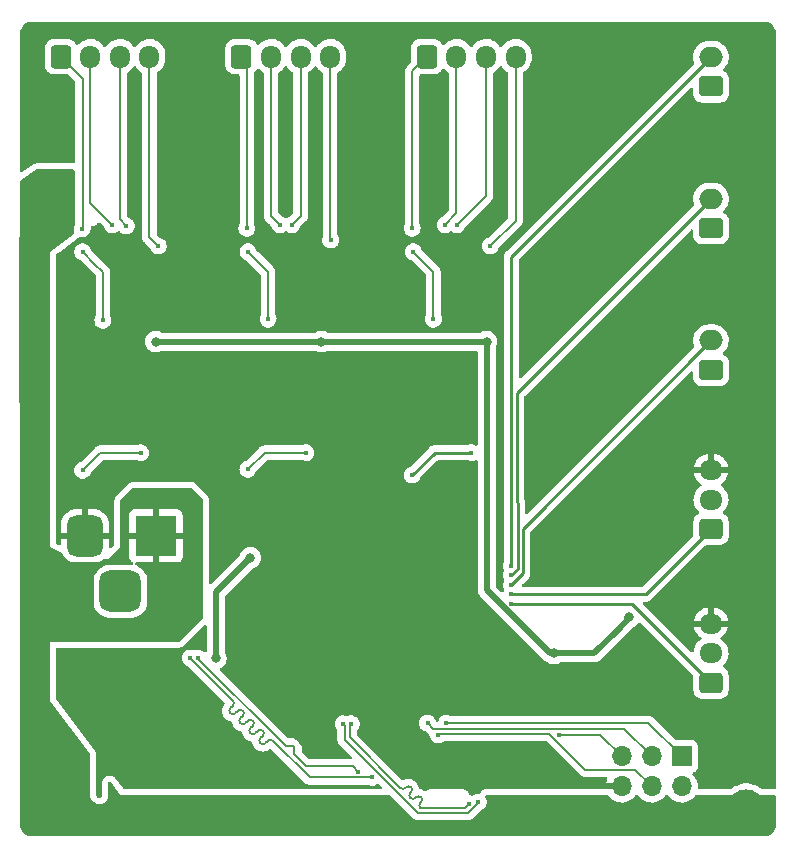
<source format=gbr>
%TF.GenerationSoftware,KiCad,Pcbnew,(6.0.4)*%
%TF.CreationDate,2022-04-19T21:44:47+02:00*%
%TF.ProjectId,coaster,636f6173-7465-4722-9e6b-696361645f70,rev?*%
%TF.SameCoordinates,Original*%
%TF.FileFunction,Copper,L2,Bot*%
%TF.FilePolarity,Positive*%
%FSLAX46Y46*%
G04 Gerber Fmt 4.6, Leading zero omitted, Abs format (unit mm)*
G04 Created by KiCad (PCBNEW (6.0.4)) date 2022-04-19 21:44:47*
%MOMM*%
%LPD*%
G01*
G04 APERTURE LIST*
G04 Aperture macros list*
%AMRoundRect*
0 Rectangle with rounded corners*
0 $1 Rounding radius*
0 $2 $3 $4 $5 $6 $7 $8 $9 X,Y pos of 4 corners*
0 Add a 4 corners polygon primitive as box body*
4,1,4,$2,$3,$4,$5,$6,$7,$8,$9,$2,$3,0*
0 Add four circle primitives for the rounded corners*
1,1,$1+$1,$2,$3*
1,1,$1+$1,$4,$5*
1,1,$1+$1,$6,$7*
1,1,$1+$1,$8,$9*
0 Add four rect primitives between the rounded corners*
20,1,$1+$1,$2,$3,$4,$5,0*
20,1,$1+$1,$4,$5,$6,$7,0*
20,1,$1+$1,$6,$7,$8,$9,0*
20,1,$1+$1,$8,$9,$2,$3,0*%
G04 Aperture macros list end*
%TA.AperFunction,ComponentPad*%
%ADD10RoundRect,0.250000X-0.600000X-0.725000X0.600000X-0.725000X0.600000X0.725000X-0.600000X0.725000X0*%
%TD*%
%TA.AperFunction,ComponentPad*%
%ADD11O,1.700000X1.950000*%
%TD*%
%TA.AperFunction,ComponentPad*%
%ADD12R,3.500000X3.500000*%
%TD*%
%TA.AperFunction,ComponentPad*%
%ADD13RoundRect,0.750000X-0.750000X-1.000000X0.750000X-1.000000X0.750000X1.000000X-0.750000X1.000000X0*%
%TD*%
%TA.AperFunction,ComponentPad*%
%ADD14RoundRect,0.875000X-0.875000X-0.875000X0.875000X-0.875000X0.875000X0.875000X-0.875000X0.875000X0*%
%TD*%
%TA.AperFunction,ComponentPad*%
%ADD15R,1.700000X1.700000*%
%TD*%
%TA.AperFunction,ComponentPad*%
%ADD16O,1.700000X1.700000*%
%TD*%
%TA.AperFunction,ComponentPad*%
%ADD17RoundRect,0.250000X0.750000X-0.600000X0.750000X0.600000X-0.750000X0.600000X-0.750000X-0.600000X0*%
%TD*%
%TA.AperFunction,ComponentPad*%
%ADD18O,2.000000X1.700000*%
%TD*%
%TA.AperFunction,ComponentPad*%
%ADD19RoundRect,0.250000X0.725000X-0.600000X0.725000X0.600000X-0.725000X0.600000X-0.725000X-0.600000X0*%
%TD*%
%TA.AperFunction,ComponentPad*%
%ADD20O,1.950000X1.700000*%
%TD*%
%TA.AperFunction,ViaPad*%
%ADD21C,3.000000*%
%TD*%
%TA.AperFunction,ViaPad*%
%ADD22C,0.400000*%
%TD*%
%TA.AperFunction,ViaPad*%
%ADD23C,0.800000*%
%TD*%
%TA.AperFunction,Conductor*%
%ADD24C,0.500000*%
%TD*%
%TA.AperFunction,Conductor*%
%ADD25C,0.200000*%
%TD*%
%TA.AperFunction,Conductor*%
%ADD26C,0.250000*%
%TD*%
G04 APERTURE END LIST*
D10*
%TO.P,J8,1,Pin_1*%
%TO.N,/M1BO2*%
X110950000Y-41475000D03*
D11*
%TO.P,J8,2,Pin_2*%
%TO.N,/M1BO1*%
X113450000Y-41475000D03*
%TO.P,J8,3,Pin_3*%
%TO.N,/M1AO1*%
X115950000Y-41475000D03*
%TO.P,J8,4,Pin_4*%
%TO.N,/M1AO2*%
X118450000Y-41475000D03*
%TD*%
D12*
%TO.P,J11,1*%
%TO.N,/9V*%
X119000000Y-82042500D03*
D13*
%TO.P,J11,2*%
%TO.N,GND*%
X113000000Y-82042500D03*
D14*
%TO.P,J11,3*%
%TO.N,N/C*%
X116000000Y-86742500D03*
%TD*%
D15*
%TO.P,J1,1,MISO*%
%TO.N,/MISO*%
X163525000Y-100725000D03*
D16*
%TO.P,J1,2,VCC*%
%TO.N,/5V*%
X163525000Y-103265000D03*
%TO.P,J1,3,SCK*%
%TO.N,/SCK*%
X160985000Y-100725000D03*
%TO.P,J1,4,MOSI*%
%TO.N,/MOSI*%
X160985000Y-103265000D03*
%TO.P,J1,5,~{RST}*%
%TO.N,/RESET*%
X158445000Y-100725000D03*
%TO.P,J1,6,GND*%
%TO.N,GND*%
X158445000Y-103265000D03*
%TD*%
D10*
%TO.P,J9,1,Pin_1*%
%TO.N,/M2BO2*%
X126250000Y-41475000D03*
D11*
%TO.P,J9,2,Pin_2*%
%TO.N,/M2BO1*%
X128750000Y-41475000D03*
%TO.P,J9,3,Pin_3*%
%TO.N,/M2AO1*%
X131250000Y-41475000D03*
%TO.P,J9,4,Pin_4*%
%TO.N,/M2AO2*%
X133750000Y-41475000D03*
%TD*%
D17*
%TO.P,J3,1,Pin_1*%
%TO.N,/5V*%
X166000000Y-44000000D03*
D18*
%TO.P,J3,2,Pin_2*%
%TO.N,/SW1*%
X166000000Y-41500000D03*
%TD*%
D17*
%TO.P,J5,1,Pin_1*%
%TO.N,/5V*%
X166000000Y-68000000D03*
D18*
%TO.P,J5,2,Pin_2*%
%TO.N,/SW3*%
X166000000Y-65500000D03*
%TD*%
D17*
%TO.P,J4,1,Pin_1*%
%TO.N,/5V*%
X166000000Y-56000000D03*
D18*
%TO.P,J4,2,Pin_2*%
%TO.N,/SW2*%
X166000000Y-53500000D03*
%TD*%
D19*
%TO.P,J7,1,Pin_1*%
%TO.N,/S1*%
X166000000Y-94475000D03*
D20*
%TO.P,J7,2,Pin_2*%
%TO.N,Net-(J7-Pad2)*%
X166000000Y-91975000D03*
%TO.P,J7,3,Pin_3*%
%TO.N,GND*%
X166000000Y-89475000D03*
%TD*%
D10*
%TO.P,J10,1,Pin_1*%
%TO.N,/M3BO2*%
X141950000Y-41475000D03*
D11*
%TO.P,J10,2,Pin_2*%
%TO.N,/M3BO1*%
X144450000Y-41475000D03*
%TO.P,J10,3,Pin_3*%
%TO.N,/M3AO1*%
X146950000Y-41475000D03*
%TO.P,J10,4,Pin_4*%
%TO.N,/M3AO2*%
X149450000Y-41475000D03*
%TD*%
D19*
%TO.P,J6,1,Pin_1*%
%TO.N,/S2*%
X166000000Y-81475000D03*
D20*
%TO.P,J6,2,Pin_2*%
%TO.N,Net-(J6-Pad2)*%
X166000000Y-78975000D03*
%TO.P,J6,3,Pin_3*%
%TO.N,GND*%
X166000000Y-76475000D03*
%TD*%
D21*
%TO.N,GND*%
X110400000Y-47400000D03*
D22*
X142500000Y-55700000D03*
X145000000Y-62400000D03*
D23*
X121700000Y-60000000D03*
D22*
X139900000Y-57800000D03*
X117500000Y-55700000D03*
X145700000Y-55700000D03*
X119310961Y-59489040D03*
X133310961Y-59489040D03*
X125900000Y-58500000D03*
D23*
X137000000Y-50400000D03*
D22*
X131600000Y-55798599D03*
D21*
X162000000Y-49000000D03*
D23*
X135600000Y-60000000D03*
D22*
X111703200Y-57696800D03*
D23*
X146000000Y-91000000D03*
D22*
X114200000Y-55700000D03*
D23*
X130000000Y-50000000D03*
X118000000Y-102000000D03*
X151000000Y-50500000D03*
D22*
X147510961Y-59689040D03*
D23*
X117200000Y-50100000D03*
D22*
X117000000Y-62300000D03*
D23*
X113000000Y-97000000D03*
X123000000Y-50400000D03*
D22*
X128500000Y-55798599D03*
X131000000Y-62300000D03*
D23*
%TO.N,/5V*%
X119000000Y-65600000D03*
X133000000Y-65600000D03*
X152700000Y-92000000D03*
X127000000Y-83900000D03*
X124074755Y-92425245D03*
X147000000Y-65600000D03*
X159100000Y-88900000D03*
D22*
%TO.N,/9V*%
X107700000Y-67700000D03*
D21*
X110000000Y-105000000D03*
X169000000Y-105000000D03*
D22*
X109600000Y-54900000D03*
D23*
X138900000Y-105000000D03*
D22*
%TO.N,/MISO*%
X143600000Y-97900000D03*
%TO.N,/SCK*%
X142000000Y-97900000D03*
%TO.N,/MOSI*%
X142900000Y-98899011D03*
%TO.N,/RESET*%
X153100000Y-98899500D03*
%TO.N,/M1BO2*%
X112765550Y-56034450D03*
%TO.N,/M1BO1*%
X115300000Y-55700000D03*
%TO.N,/M1AO2*%
X119200000Y-57500000D03*
%TO.N,/M1AO1*%
X116500000Y-55800000D03*
%TO.N,/M2BO2*%
X126700000Y-56000000D03*
%TO.N,/M2BO1*%
X129500000Y-55700000D03*
%TO.N,/M2AO2*%
X133800000Y-57000000D03*
%TO.N,/M2AO1*%
X130500000Y-55700000D03*
%TO.N,/M1EN*%
X114500499Y-63800000D03*
X112800000Y-58000000D03*
X117700000Y-75000000D03*
X112800000Y-76500000D03*
%TO.N,/M3EN*%
X142500000Y-63700000D03*
X145700000Y-75000000D03*
X140800000Y-58000000D03*
X140700000Y-76900000D03*
%TO.N,/M2EN*%
X128500000Y-63700000D03*
X126790685Y-76409315D03*
X131700000Y-75000000D03*
X126800000Y-58000000D03*
%TO.N,/M3BO2*%
X140700000Y-56000000D03*
%TO.N,/M3AO2*%
X147300000Y-57500000D03*
%TO.N,/M3AO1*%
X144500000Y-55700000D03*
%TO.N,/M3BO1*%
X143500000Y-55700000D03*
%TO.N,/SW1*%
X149100000Y-84600000D03*
%TO.N,/SW2*%
X149100000Y-85400000D03*
%TO.N,/SW3*%
X149100000Y-86200000D03*
%TO.N,/S1*%
X149100000Y-87800000D03*
%TO.N,/S2*%
X149100000Y-87000000D03*
%TO.N,/AUART_P*%
X146300000Y-104600000D03*
X134850000Y-97960996D03*
%TO.N,/AUART_N*%
X135550000Y-97960996D03*
X145525008Y-104725008D03*
%TO.N,/UART_N*%
X121900000Y-92385289D03*
X137337692Y-102500500D03*
%TO.N,/UART_P*%
X136100000Y-102000500D03*
X122600000Y-92385289D03*
%TD*%
D24*
%TO.N,GND*%
X114200000Y-102900000D02*
X114200000Y-104000000D01*
X113000000Y-97000000D02*
X115000000Y-99000000D01*
X114200000Y-100000000D02*
X114200000Y-102900000D01*
X115000000Y-99000000D02*
X118000000Y-102000000D01*
%TO.N,/5V*%
X159100000Y-89000000D02*
X159100000Y-88900000D01*
X152381452Y-92000000D02*
X152700000Y-92000000D01*
X124074755Y-92425245D02*
X124074755Y-86825245D01*
X152700000Y-92000000D02*
X156100000Y-92000000D01*
X124074755Y-86825245D02*
X127000000Y-83900000D01*
X158100000Y-90000000D02*
X159100000Y-89000000D01*
X147000000Y-65600000D02*
X139000000Y-65600000D01*
X147000000Y-65600000D02*
X147000000Y-86618548D01*
X156100000Y-92000000D02*
X158100000Y-90000000D01*
X133000000Y-65600000D02*
X119000000Y-65600000D01*
X147000000Y-86618548D02*
X152381452Y-92000000D01*
X139000000Y-65600000D02*
X133000000Y-65600000D01*
%TO.N,/9V*%
X107700000Y-56800000D02*
X109600000Y-54900000D01*
X107700000Y-67700000D02*
X107700000Y-56800000D01*
X107700000Y-70700000D02*
X107700000Y-67700000D01*
X119000000Y-82042500D02*
X119000000Y-82000000D01*
D25*
%TO.N,/MISO*%
X143600000Y-97900000D02*
X160700000Y-97900000D01*
X160700000Y-97900000D02*
X163525000Y-100725000D01*
%TO.N,/SCK*%
X142000000Y-97900000D02*
X142499511Y-98399511D01*
X147399511Y-98399511D02*
X147400000Y-98400000D01*
X158660000Y-98400000D02*
X160985000Y-100725000D01*
X147400000Y-98400000D02*
X158660000Y-98400000D01*
X142499511Y-98399511D02*
X147399511Y-98399511D01*
%TO.N,/MOSI*%
X159594511Y-101874511D02*
X160985000Y-103265000D01*
X152293604Y-98799520D02*
X155368595Y-101874511D01*
X155368595Y-101874511D02*
X159594511Y-101874511D01*
X142999491Y-98799520D02*
X152293604Y-98799520D01*
X142900000Y-98899011D02*
X142999491Y-98799520D01*
%TO.N,/RESET*%
X156619500Y-98899500D02*
X158445000Y-100725000D01*
X153100000Y-98899500D02*
X156619500Y-98899500D01*
%TO.N,/M1BO2*%
X112800000Y-43325000D02*
X110950000Y-41475000D01*
X112800000Y-56000000D02*
X112800000Y-43325000D01*
X112765550Y-56034450D02*
X112800000Y-56000000D01*
%TO.N,/M1BO1*%
X115300000Y-55700000D02*
X113450000Y-53850000D01*
X113450000Y-53850000D02*
X113450000Y-41475000D01*
%TO.N,/M1AO2*%
X119200000Y-57500000D02*
X118450000Y-56750000D01*
X118450000Y-56750000D02*
X118450000Y-41475000D01*
%TO.N,/M1AO1*%
X116500000Y-55800000D02*
X115950000Y-55250000D01*
X115950000Y-55250000D02*
X115950000Y-50050000D01*
X115950000Y-50050000D02*
X115950000Y-41475000D01*
%TO.N,/M2BO2*%
X126700000Y-41925000D02*
X126250000Y-41475000D01*
X126700000Y-56000000D02*
X126700000Y-41925000D01*
%TO.N,/M2BO1*%
X129500000Y-55700000D02*
X128750000Y-54950000D01*
X128750000Y-54950000D02*
X128750000Y-41475000D01*
%TO.N,/M2AO2*%
X133800000Y-57000000D02*
X133750000Y-56950000D01*
X133750000Y-56950000D02*
X133750000Y-41475000D01*
%TO.N,/M2AO1*%
X131250000Y-54950000D02*
X131250000Y-41475000D01*
X130500000Y-55700000D02*
X131250000Y-54950000D01*
%TO.N,/M1EN*%
X114500499Y-59700499D02*
X114500499Y-63800000D01*
X113800000Y-59000000D02*
X114500499Y-59700499D01*
X112800000Y-76500000D02*
X114300000Y-75000000D01*
X112800000Y-58000000D02*
X113800000Y-59000000D01*
X114300000Y-75000000D02*
X116400000Y-75000000D01*
X116400000Y-75000000D02*
X117700000Y-75000000D01*
%TO.N,/M3EN*%
X142500000Y-59700000D02*
X142500000Y-63700000D01*
D26*
X144300000Y-75000000D02*
X145700000Y-75000000D01*
D25*
X141900000Y-59100000D02*
X142500000Y-59700000D01*
D26*
X140700000Y-76900000D02*
X142600000Y-75000000D01*
X142600000Y-75000000D02*
X144300000Y-75000000D01*
D25*
X140800000Y-58000000D02*
X141900000Y-59100000D01*
%TO.N,/M2EN*%
X130400000Y-75000000D02*
X131700000Y-75000000D01*
X126800000Y-58000000D02*
X127900000Y-59100000D01*
X127900000Y-59100000D02*
X128500000Y-59700000D01*
X126790685Y-76409315D02*
X128200000Y-75000000D01*
X128200000Y-75000000D02*
X130400000Y-75000000D01*
X128500000Y-59700000D02*
X128500000Y-63700000D01*
%TO.N,/M3BO2*%
X140700000Y-56000000D02*
X140700000Y-42725000D01*
X140700000Y-42725000D02*
X141950000Y-41475000D01*
%TO.N,/M3AO2*%
X149450000Y-55350000D02*
X149450000Y-41475000D01*
X147300000Y-57500000D02*
X149450000Y-55350000D01*
%TO.N,/M3AO1*%
X144500000Y-55700000D02*
X146950000Y-53250000D01*
X146950000Y-53250000D02*
X146950000Y-41475000D01*
%TO.N,/M3BO1*%
X144450000Y-54750000D02*
X144450000Y-41475000D01*
X143500000Y-55700000D02*
X144450000Y-54750000D01*
D26*
%TO.N,/SW1*%
X149100000Y-58400000D02*
X166000000Y-41500000D01*
X149100000Y-84600000D02*
X149100000Y-58400000D01*
%TO.N,/SW2*%
X149100000Y-85400000D02*
X149624511Y-84875489D01*
X149549520Y-79200000D02*
X149549520Y-69950480D01*
X149624511Y-79274991D02*
X149549520Y-79200000D01*
X149624511Y-84875489D02*
X149624511Y-79274991D01*
X149549520Y-69950480D02*
X166000000Y-53500000D01*
%TO.N,/SW3*%
X150074031Y-81425969D02*
X166000000Y-65500000D01*
X149100000Y-86200000D02*
X150074031Y-85225969D01*
X150074031Y-85225969D02*
X150074031Y-81425969D01*
%TO.N,/S1*%
X149100000Y-87800000D02*
X159325000Y-87800000D01*
X159325000Y-87800000D02*
X166000000Y-94475000D01*
%TO.N,/S2*%
X149100000Y-87000000D02*
X160475000Y-87000000D01*
X160475000Y-87000000D02*
X166000000Y-81475000D01*
D25*
%TO.N,/AUART_P*%
X134974999Y-98085995D02*
X134850000Y-97960996D01*
X134974999Y-99293199D02*
X134974999Y-98085995D01*
X145431415Y-105525001D02*
X141206801Y-105525001D01*
X146300000Y-104600000D02*
X146300000Y-104656416D01*
X141206801Y-105525001D02*
X134974999Y-99293199D01*
X146300000Y-104656416D02*
X145431415Y-105525001D01*
%TO.N,/AUART_N*%
X139696140Y-103377940D02*
X139696141Y-103377941D01*
X140175459Y-103322885D02*
X140175459Y-103322886D01*
X141023988Y-104171415D02*
X140968933Y-104226469D01*
X141393198Y-104650734D02*
X141393199Y-104650734D01*
X141393199Y-104650734D02*
X141448253Y-104595679D01*
X140544669Y-103802205D02*
X140544670Y-103802205D01*
X135425001Y-98085995D02*
X135550000Y-97960996D01*
X145175017Y-105074999D02*
X141393199Y-105074999D01*
X140544670Y-103802205D02*
X140599724Y-103747150D01*
X140544669Y-104226469D02*
X140544670Y-104226470D01*
X139696141Y-103377941D02*
X135425001Y-99106801D01*
X140175459Y-103322886D02*
X140120404Y-103377940D01*
X141023988Y-104171414D02*
X141023988Y-104171415D01*
X135425001Y-99106801D02*
X135425001Y-98085995D01*
X145525008Y-104725008D02*
X145175017Y-105074999D01*
X140599742Y-103322868D02*
G75*
G02*
X140599724Y-103747150I-212142J-212132D01*
G01*
X140544632Y-103802168D02*
G75*
G03*
X140544670Y-104226470I212168J-212132D01*
G01*
X141023968Y-104171394D02*
G75*
G02*
X141448253Y-104171415I212132J-212106D01*
G01*
X141448300Y-104171368D02*
G75*
G02*
X141448253Y-104595679I-212200J-212132D01*
G01*
X141393232Y-104650769D02*
G75*
G03*
X141393199Y-105074999I212068J-212131D01*
G01*
X140175468Y-103322894D02*
G75*
G02*
X140599724Y-103322886I212132J-212106D01*
G01*
X139696141Y-103377939D02*
G75*
G03*
X140120403Y-103377939I212131J212131D01*
G01*
X140544670Y-104226468D02*
G75*
G03*
X140968932Y-104226468I212131J212131D01*
G01*
%TO.N,/UART_N*%
X127631353Y-98547322D02*
X127631352Y-98547322D01*
X137337692Y-102500500D02*
X137337192Y-102500000D01*
X126782823Y-97698793D02*
X126570632Y-97910985D01*
X127843425Y-99183778D02*
X127843425Y-99183777D01*
X137337192Y-102500000D02*
X132008295Y-102500000D01*
X127843425Y-99183777D02*
X128055617Y-98971586D01*
X128479881Y-99395851D02*
X128267690Y-99608043D01*
X126782824Y-97698793D02*
X126782823Y-97698793D01*
X125297838Y-96638190D02*
X125510030Y-96425999D01*
X125934295Y-96850264D02*
X125934294Y-96850264D01*
X127631352Y-98547322D02*
X127419161Y-98759514D01*
X127207088Y-97698793D02*
X127207089Y-97698794D01*
X125510030Y-96001735D02*
X122100489Y-92592194D01*
X126994896Y-98335249D02*
X126994896Y-98335248D01*
X126358559Y-96850264D02*
X126358560Y-96850265D01*
X125934294Y-96850264D02*
X125722103Y-97062456D01*
X126146367Y-97486720D02*
X126146367Y-97486719D01*
X122100489Y-92585778D02*
X121900000Y-92385289D01*
X132008295Y-102500000D02*
X128904147Y-99395852D01*
X126146367Y-97486719D02*
X126358559Y-97274528D01*
X122100489Y-92592194D02*
X122100489Y-92585778D01*
X128055617Y-98547322D02*
X128055618Y-98547323D01*
X128479882Y-99395851D02*
X128479881Y-99395851D01*
X125297838Y-96638191D02*
X125297838Y-96638190D01*
X126994896Y-98335248D02*
X127207088Y-98123057D01*
X126994898Y-98759513D02*
G75*
G03*
X127419160Y-98759513I212131J212131D01*
G01*
X127631369Y-98547338D02*
G75*
G02*
X128055617Y-98547324I212131J-212162D01*
G01*
X126994916Y-98335269D02*
G75*
G03*
X126994898Y-98759513I212084J-212131D01*
G01*
X126146369Y-97910984D02*
G75*
G03*
X126570631Y-97910984I212131J212131D01*
G01*
X127207113Y-97698768D02*
G75*
G02*
X127207088Y-98123057I-212113J-212132D01*
G01*
X125509997Y-96001768D02*
G75*
G02*
X125510030Y-96425999I-212097J-212132D01*
G01*
X126146416Y-97486769D02*
G75*
G03*
X126146369Y-97910984I212084J-212131D01*
G01*
X127843415Y-99183768D02*
G75*
G03*
X127843426Y-99608043I212185J-212132D01*
G01*
X126358555Y-96850268D02*
G75*
G02*
X126358559Y-97274528I-212155J-212132D01*
G01*
X125297815Y-96638168D02*
G75*
G03*
X125297839Y-97062456I212185J-212132D01*
G01*
X128055570Y-98547369D02*
G75*
G02*
X128055616Y-98971585I-212070J-212131D01*
G01*
X126782868Y-97698837D02*
G75*
G02*
X127207089Y-97698794I212132J-212063D01*
G01*
X125934269Y-96850238D02*
G75*
G02*
X126358559Y-96850266I212131J-212162D01*
G01*
X128479869Y-99395838D02*
G75*
G02*
X128904146Y-99395853I212131J-212162D01*
G01*
X125297840Y-97062455D02*
G75*
G03*
X125722102Y-97062455I212131J212131D01*
G01*
X127843427Y-99608042D02*
G75*
G03*
X128267689Y-99608042I212131J212131D01*
G01*
%TO.N,/UART_P*%
X130700553Y-100252885D02*
X130700554Y-100252884D01*
X130276289Y-99828618D02*
X130276288Y-99828618D01*
X136100000Y-102000500D02*
X135661799Y-101562299D01*
X130700554Y-99956321D02*
X130572851Y-99828618D01*
X131713407Y-101562299D02*
X130700554Y-100549446D01*
X129852025Y-99700917D02*
X122600000Y-92448892D01*
X135661799Y-101562299D02*
X131713407Y-101562299D01*
X129979726Y-99828618D02*
X129852025Y-99700917D01*
X130700554Y-100252884D02*
X130700554Y-100252883D01*
X122600000Y-92448892D02*
X122600000Y-92385289D01*
X130700556Y-99956319D02*
G75*
G02*
X130700554Y-100252883I-148256J-148281D01*
G01*
X130276289Y-99828618D02*
G75*
G02*
X130572851Y-99828618I148281J-148281D01*
G01*
X129979726Y-99828618D02*
G75*
G03*
X130276288Y-99828618I148281J148281D01*
G01*
X130700588Y-100252920D02*
G75*
G03*
X130700554Y-100549446I148212J-148280D01*
G01*
%TD*%
%TA.AperFunction,Conductor*%
%TO.N,/9V*%
G36*
X112015931Y-51020002D02*
G01*
X112036905Y-51036905D01*
X112154595Y-51154595D01*
X112188621Y-51216907D01*
X112191500Y-51243690D01*
X112191500Y-55579169D01*
X112168586Y-55651621D01*
X112136560Y-55697189D01*
X112123189Y-55731484D01*
X112087700Y-55822509D01*
X112074268Y-55856959D01*
X112073276Y-55864492D01*
X112073276Y-55864493D01*
X112053469Y-56014947D01*
X112051885Y-56026976D01*
X112057559Y-56078366D01*
X112066900Y-56162975D01*
X112070703Y-56197425D01*
X112073312Y-56204556D01*
X112073313Y-56204558D01*
X112110182Y-56305307D01*
X112114808Y-56376153D01*
X112080398Y-56438253D01*
X112067456Y-56449408D01*
X110000000Y-58000000D01*
X110000000Y-96000000D01*
X110008741Y-96011654D01*
X110008741Y-96011655D01*
X113416300Y-100555067D01*
X113441171Y-100621565D01*
X113441500Y-100630667D01*
X113441500Y-104044293D01*
X113449631Y-104114036D01*
X113453158Y-104144284D01*
X113456818Y-104175681D01*
X113459313Y-104182556D01*
X113459314Y-104182558D01*
X113492038Y-104272708D01*
X113517167Y-104341937D01*
X113521178Y-104348054D01*
X113521179Y-104348057D01*
X113598833Y-104466499D01*
X113614144Y-104489852D01*
X113742547Y-104611490D01*
X113895490Y-104700326D01*
X113902494Y-104702447D01*
X113902498Y-104702449D01*
X114033488Y-104742121D01*
X114064767Y-104751595D01*
X114241298Y-104762547D01*
X114248514Y-104761307D01*
X114248516Y-104761307D01*
X114408398Y-104733834D01*
X114408399Y-104733834D01*
X114415614Y-104732594D01*
X114578364Y-104663343D01*
X114584252Y-104659010D01*
X114584257Y-104659007D01*
X114714923Y-104562846D01*
X114720818Y-104558508D01*
X114725557Y-104552930D01*
X114725560Y-104552927D01*
X114830594Y-104429294D01*
X114830597Y-104429290D01*
X114835333Y-104423715D01*
X114893823Y-104309171D01*
X114912442Y-104272708D01*
X114912443Y-104272706D01*
X114915769Y-104266192D01*
X114918836Y-104253661D01*
X114941127Y-104162561D01*
X114957808Y-104094390D01*
X114958500Y-104083236D01*
X114958500Y-102989333D01*
X114978502Y-102921212D01*
X115032158Y-102874719D01*
X115102432Y-102864615D01*
X115167012Y-102894109D01*
X115185299Y-102913732D01*
X116000000Y-104000000D01*
X138769061Y-104000000D01*
X138837182Y-104020002D01*
X138858156Y-104036905D01*
X140742482Y-105921230D01*
X140753349Y-105933621D01*
X140767785Y-105952435D01*
X140767788Y-105952438D01*
X140772814Y-105958988D01*
X140779364Y-105964014D01*
X140779368Y-105964018D01*
X140804728Y-105983477D01*
X140804730Y-105983478D01*
X140893373Y-106051497D01*
X140899925Y-106056525D01*
X140907551Y-106059684D01*
X140907553Y-106059685D01*
X140973937Y-106087182D01*
X141047950Y-106117839D01*
X141056137Y-106118917D01*
X141056138Y-106118917D01*
X141067343Y-106120392D01*
X141098539Y-106124499D01*
X141166916Y-106133501D01*
X141166919Y-106133501D01*
X141166927Y-106133502D01*
X141198612Y-106137673D01*
X141206801Y-106138751D01*
X141238494Y-106134579D01*
X141254937Y-106133501D01*
X145383279Y-106133501D01*
X145399722Y-106134579D01*
X145431415Y-106138751D01*
X145439604Y-106137673D01*
X145471289Y-106133502D01*
X145471299Y-106133501D01*
X145471300Y-106133501D01*
X145471316Y-106133499D01*
X145570872Y-106120392D01*
X145582079Y-106118917D01*
X145582081Y-106118916D01*
X145590266Y-106117839D01*
X145738291Y-106056525D01*
X145833487Y-105983478D01*
X145833490Y-105983475D01*
X145865402Y-105958988D01*
X145870432Y-105952433D01*
X145884867Y-105933622D01*
X145895734Y-105921231D01*
X146534843Y-105282122D01*
X146567324Y-105258652D01*
X146688174Y-105197871D01*
X146694958Y-105194459D01*
X146700729Y-105189530D01*
X146700732Y-105189528D01*
X146819578Y-105088023D01*
X146825355Y-105083089D01*
X146925424Y-104943830D01*
X146989385Y-104784720D01*
X146996804Y-104732594D01*
X147012966Y-104619031D01*
X147012966Y-104619027D01*
X147013547Y-104614947D01*
X147013704Y-104600000D01*
X147001140Y-104496181D01*
X146994015Y-104437299D01*
X146994014Y-104437296D01*
X146993102Y-104429758D01*
X146979153Y-104392841D01*
X146935171Y-104276447D01*
X146932487Y-104269344D01*
X146911590Y-104238938D01*
X146883019Y-104197367D01*
X146860919Y-104129897D01*
X146878805Y-104061190D01*
X146930997Y-104013060D01*
X146986859Y-104000000D01*
X157231473Y-104000000D01*
X157299594Y-104020002D01*
X157338905Y-104060164D01*
X157342288Y-104065685D01*
X157342293Y-104065692D01*
X157344987Y-104070088D01*
X157491250Y-104238938D01*
X157663126Y-104381632D01*
X157856000Y-104494338D01*
X158064692Y-104574030D01*
X158069760Y-104575061D01*
X158069763Y-104575062D01*
X158172156Y-104595894D01*
X158283597Y-104618567D01*
X158288772Y-104618757D01*
X158288774Y-104618757D01*
X158501673Y-104626564D01*
X158501677Y-104626564D01*
X158506837Y-104626753D01*
X158511957Y-104626097D01*
X158511959Y-104626097D01*
X158723288Y-104599025D01*
X158723289Y-104599025D01*
X158728416Y-104598368D01*
X158736662Y-104595894D01*
X158937429Y-104535661D01*
X158937434Y-104535659D01*
X158942384Y-104534174D01*
X159142994Y-104435896D01*
X159324860Y-104306173D01*
X159483096Y-104148489D01*
X159486110Y-104144295D01*
X159486119Y-104144284D01*
X159552091Y-104052474D01*
X159608085Y-104008826D01*
X159654413Y-104000000D01*
X159771473Y-104000000D01*
X159839594Y-104020002D01*
X159878905Y-104060164D01*
X159882288Y-104065685D01*
X159882293Y-104065692D01*
X159884987Y-104070088D01*
X160031250Y-104238938D01*
X160203126Y-104381632D01*
X160396000Y-104494338D01*
X160604692Y-104574030D01*
X160609760Y-104575061D01*
X160609763Y-104575062D01*
X160712156Y-104595894D01*
X160823597Y-104618567D01*
X160828772Y-104618757D01*
X160828774Y-104618757D01*
X161041673Y-104626564D01*
X161041677Y-104626564D01*
X161046837Y-104626753D01*
X161051957Y-104626097D01*
X161051959Y-104626097D01*
X161263288Y-104599025D01*
X161263289Y-104599025D01*
X161268416Y-104598368D01*
X161276662Y-104595894D01*
X161477429Y-104535661D01*
X161477434Y-104535659D01*
X161482384Y-104534174D01*
X161682994Y-104435896D01*
X161864860Y-104306173D01*
X162023096Y-104148489D01*
X162026110Y-104144295D01*
X162026119Y-104144284D01*
X162092091Y-104052474D01*
X162148085Y-104008826D01*
X162194413Y-104000000D01*
X162311473Y-104000000D01*
X162379594Y-104020002D01*
X162418905Y-104060164D01*
X162422288Y-104065685D01*
X162422293Y-104065692D01*
X162424987Y-104070088D01*
X162571250Y-104238938D01*
X162743126Y-104381632D01*
X162936000Y-104494338D01*
X163144692Y-104574030D01*
X163149760Y-104575061D01*
X163149763Y-104575062D01*
X163252156Y-104595894D01*
X163363597Y-104618567D01*
X163368772Y-104618757D01*
X163368774Y-104618757D01*
X163581673Y-104626564D01*
X163581677Y-104626564D01*
X163586837Y-104626753D01*
X163591957Y-104626097D01*
X163591959Y-104626097D01*
X163803288Y-104599025D01*
X163803289Y-104599025D01*
X163808416Y-104598368D01*
X163816662Y-104595894D01*
X164017429Y-104535661D01*
X164017434Y-104535659D01*
X164022384Y-104534174D01*
X164222994Y-104435896D01*
X164404860Y-104306173D01*
X164563096Y-104148489D01*
X164566110Y-104144295D01*
X164566119Y-104144284D01*
X164632091Y-104052474D01*
X164688085Y-104008826D01*
X164734413Y-104000000D01*
X171365500Y-104000000D01*
X171433621Y-104020002D01*
X171480114Y-104073658D01*
X171491500Y-104126000D01*
X171491500Y-106450633D01*
X171490000Y-106470018D01*
X171487690Y-106484851D01*
X171487690Y-106484855D01*
X171486309Y-106493724D01*
X171487966Y-106506397D01*
X171488551Y-106533707D01*
X171477398Y-106661191D01*
X171473585Y-106682817D01*
X171452174Y-106762724D01*
X171434558Y-106828466D01*
X171427046Y-106849104D01*
X171363322Y-106985760D01*
X171352340Y-107004780D01*
X171265853Y-107128297D01*
X171251735Y-107145122D01*
X171145122Y-107251735D01*
X171128297Y-107265853D01*
X171004780Y-107352340D01*
X170985760Y-107363322D01*
X170849104Y-107427046D01*
X170828466Y-107434557D01*
X170682822Y-107473583D01*
X170661194Y-107477397D01*
X170604659Y-107482344D01*
X170540607Y-107487947D01*
X170524129Y-107487393D01*
X170524124Y-107487800D01*
X170515147Y-107487690D01*
X170506276Y-107486309D01*
X170497374Y-107487473D01*
X170497372Y-107487473D01*
X170483548Y-107489281D01*
X170474714Y-107490436D01*
X170458379Y-107491500D01*
X108549367Y-107491500D01*
X108529982Y-107490000D01*
X108515149Y-107487690D01*
X108515145Y-107487690D01*
X108506276Y-107486309D01*
X108493603Y-107487966D01*
X108466293Y-107488551D01*
X108338806Y-107477397D01*
X108317183Y-107473585D01*
X108171531Y-107434557D01*
X108150896Y-107427046D01*
X108014240Y-107363322D01*
X107995220Y-107352340D01*
X107871703Y-107265853D01*
X107854878Y-107251735D01*
X107748265Y-107145122D01*
X107734147Y-107128297D01*
X107647660Y-107004780D01*
X107636678Y-106985760D01*
X107572954Y-106849104D01*
X107565443Y-106828466D01*
X107526417Y-106682822D01*
X107522602Y-106661191D01*
X107512349Y-106543993D01*
X107512374Y-106521758D01*
X107512770Y-106517344D01*
X107513576Y-106512552D01*
X107513729Y-106500000D01*
X107509773Y-106472376D01*
X107508500Y-106454514D01*
X107508500Y-52061766D01*
X107528502Y-51993645D01*
X107564608Y-51956928D01*
X108968257Y-51021162D01*
X109038149Y-51000000D01*
X111947810Y-51000000D01*
X112015931Y-51020002D01*
G37*
%TD.AperFunction*%
%TD*%
%TA.AperFunction,Conductor*%
%TO.N,/9V*%
G36*
X122015931Y-78020002D02*
G01*
X122036905Y-78036905D01*
X122963095Y-78963095D01*
X122997121Y-79025407D01*
X123000000Y-79052190D01*
X123000000Y-88947810D01*
X122979998Y-89015931D01*
X122963095Y-89036905D01*
X121036905Y-90963095D01*
X120974593Y-90997121D01*
X120947810Y-91000000D01*
X107508500Y-91000000D01*
X107508500Y-87709864D01*
X113741500Y-87709864D01*
X113744619Y-87767457D01*
X113789620Y-87997893D01*
X113872804Y-88217452D01*
X113991791Y-88419856D01*
X114143181Y-88599319D01*
X114322644Y-88750709D01*
X114525048Y-88869696D01*
X114744607Y-88952880D01*
X114975043Y-88997881D01*
X114979401Y-88998117D01*
X115030948Y-89000909D01*
X115030963Y-89000909D01*
X115032636Y-89001000D01*
X116967364Y-89001000D01*
X116969037Y-89000909D01*
X116969052Y-89000909D01*
X117020599Y-88998117D01*
X117024957Y-88997881D01*
X117255393Y-88952880D01*
X117474952Y-88869696D01*
X117677356Y-88750709D01*
X117856819Y-88599319D01*
X118008209Y-88419856D01*
X118127196Y-88217452D01*
X118210380Y-87997893D01*
X118255381Y-87767457D01*
X118258500Y-87709864D01*
X118258500Y-85775136D01*
X118255381Y-85717543D01*
X118210380Y-85487107D01*
X118127196Y-85267548D01*
X118008209Y-85065144D01*
X117856819Y-84885681D01*
X117677356Y-84734291D01*
X117474952Y-84615304D01*
X117287613Y-84544327D01*
X117230998Y-84501488D01*
X117206530Y-84434840D01*
X117221979Y-84365545D01*
X117272440Y-84315602D01*
X117332254Y-84300500D01*
X118727885Y-84300500D01*
X118743124Y-84296025D01*
X118744329Y-84294635D01*
X118746000Y-84286952D01*
X118746000Y-84282384D01*
X119254000Y-84282384D01*
X119258475Y-84297623D01*
X119259865Y-84298828D01*
X119267548Y-84300499D01*
X120794669Y-84300499D01*
X120801490Y-84300129D01*
X120852352Y-84294605D01*
X120867604Y-84290979D01*
X120988054Y-84245824D01*
X121003649Y-84237286D01*
X121105724Y-84160785D01*
X121118285Y-84148224D01*
X121194786Y-84046149D01*
X121203324Y-84030554D01*
X121248478Y-83910106D01*
X121252105Y-83894851D01*
X121257631Y-83843986D01*
X121258000Y-83837172D01*
X121258000Y-82314615D01*
X121253525Y-82299376D01*
X121252135Y-82298171D01*
X121244452Y-82296500D01*
X119272115Y-82296500D01*
X119256876Y-82300975D01*
X119255671Y-82302365D01*
X119254000Y-82310048D01*
X119254000Y-84282384D01*
X118746000Y-84282384D01*
X118746000Y-82314615D01*
X118741525Y-82299376D01*
X118740135Y-82298171D01*
X118732452Y-82296500D01*
X116760116Y-82296500D01*
X116744877Y-82300975D01*
X116743672Y-82302365D01*
X116742001Y-82310048D01*
X116742001Y-83837169D01*
X116742371Y-83843990D01*
X116747895Y-83894852D01*
X116751521Y-83910104D01*
X116796676Y-84030554D01*
X116805214Y-84046149D01*
X116881715Y-84148224D01*
X116894276Y-84160785D01*
X116996354Y-84237288D01*
X117014970Y-84247480D01*
X117065116Y-84297738D01*
X117080130Y-84367129D01*
X117055245Y-84433622D01*
X116998362Y-84476105D01*
X116954461Y-84484000D01*
X115032636Y-84484000D01*
X115030963Y-84484091D01*
X115030948Y-84484091D01*
X114980773Y-84486809D01*
X114975043Y-84487119D01*
X114744607Y-84532120D01*
X114525048Y-84615304D01*
X114322644Y-84734291D01*
X114143181Y-84885681D01*
X113991791Y-85065144D01*
X113872804Y-85267548D01*
X113789620Y-85487107D01*
X113744619Y-85717543D01*
X113741500Y-85775136D01*
X113741500Y-87709864D01*
X107508500Y-87709864D01*
X107508500Y-83000000D01*
X110000000Y-83000000D01*
X110015192Y-83007596D01*
X111057849Y-83528925D01*
X111109833Y-83577280D01*
X111116063Y-83589170D01*
X111152409Y-83668555D01*
X111280620Y-83853027D01*
X111439473Y-84011880D01*
X111623945Y-84140091D01*
X111828206Y-84233610D01*
X111833638Y-84235005D01*
X111833639Y-84235005D01*
X112035962Y-84286952D01*
X112045800Y-84289478D01*
X112099705Y-84293862D01*
X112184908Y-84300793D01*
X112184918Y-84300793D01*
X112187458Y-84301000D01*
X113812542Y-84301000D01*
X113815082Y-84300793D01*
X113815092Y-84300793D01*
X113900295Y-84293862D01*
X113954200Y-84289478D01*
X113964039Y-84286952D01*
X114166361Y-84235005D01*
X114166362Y-84235005D01*
X114171794Y-84233610D01*
X114376055Y-84140091D01*
X114545197Y-84022535D01*
X114617106Y-84000000D01*
X115000000Y-84000000D01*
X116000000Y-83000000D01*
X116000000Y-81770385D01*
X116742000Y-81770385D01*
X116746475Y-81785624D01*
X116747865Y-81786829D01*
X116755548Y-81788500D01*
X118727885Y-81788500D01*
X118743124Y-81784025D01*
X118744329Y-81782635D01*
X118746000Y-81774952D01*
X118746000Y-81770385D01*
X119254000Y-81770385D01*
X119258475Y-81785624D01*
X119259865Y-81786829D01*
X119267548Y-81788500D01*
X121239884Y-81788500D01*
X121255123Y-81784025D01*
X121256328Y-81782635D01*
X121257999Y-81774952D01*
X121257999Y-80247831D01*
X121257629Y-80241010D01*
X121252105Y-80190148D01*
X121248479Y-80174896D01*
X121203324Y-80054446D01*
X121194786Y-80038851D01*
X121118285Y-79936776D01*
X121105724Y-79924215D01*
X121003649Y-79847714D01*
X120988054Y-79839176D01*
X120867606Y-79794022D01*
X120852351Y-79790395D01*
X120801486Y-79784869D01*
X120794672Y-79784500D01*
X119272115Y-79784500D01*
X119256876Y-79788975D01*
X119255671Y-79790365D01*
X119254000Y-79798048D01*
X119254000Y-81770385D01*
X118746000Y-81770385D01*
X118746000Y-79802616D01*
X118741525Y-79787377D01*
X118740135Y-79786172D01*
X118732452Y-79784501D01*
X117205331Y-79784501D01*
X117198510Y-79784871D01*
X117147648Y-79790395D01*
X117132396Y-79794021D01*
X117011946Y-79839176D01*
X116996351Y-79847714D01*
X116894276Y-79924215D01*
X116881715Y-79936776D01*
X116805214Y-80038851D01*
X116796676Y-80054446D01*
X116751522Y-80174894D01*
X116747895Y-80190149D01*
X116742369Y-80241014D01*
X116742000Y-80247828D01*
X116742000Y-81770385D01*
X116000000Y-81770385D01*
X116000000Y-79052190D01*
X116020002Y-78984069D01*
X116036905Y-78963095D01*
X116963095Y-78036905D01*
X117025407Y-78002879D01*
X117052190Y-78000000D01*
X121947810Y-78000000D01*
X122015931Y-78020002D01*
G37*
%TD.AperFunction*%
%TD*%
%TA.AperFunction,Conductor*%
%TO.N,GND*%
G36*
X123234287Y-89596077D02*
G01*
X123291123Y-89638624D01*
X123315934Y-89705144D01*
X123316255Y-89714133D01*
X123316255Y-91793464D01*
X123296253Y-91861585D01*
X123242597Y-91908078D01*
X123172323Y-91918182D01*
X123106438Y-91887542D01*
X123007321Y-91799232D01*
X122999325Y-91794998D01*
X122946723Y-91767147D01*
X122855769Y-91718989D01*
X122838196Y-91714575D01*
X122696822Y-91679064D01*
X122696818Y-91679064D01*
X122689451Y-91677213D01*
X122681852Y-91677173D01*
X122681850Y-91677173D01*
X122610394Y-91676799D01*
X122517969Y-91676315D01*
X122510589Y-91678087D01*
X122510587Y-91678087D01*
X122358602Y-91714575D01*
X122358598Y-91714576D01*
X122351223Y-91716347D01*
X122339217Y-91722544D01*
X122308258Y-91738523D01*
X122238551Y-91751992D01*
X122191510Y-91737912D01*
X122162484Y-91722544D01*
X122162481Y-91722543D01*
X122155769Y-91718989D01*
X122101940Y-91705468D01*
X121996822Y-91679064D01*
X121996818Y-91679064D01*
X121989451Y-91677213D01*
X121981852Y-91677173D01*
X121981850Y-91677173D01*
X121910394Y-91676799D01*
X121817969Y-91676315D01*
X121810589Y-91678087D01*
X121810587Y-91678087D01*
X121658602Y-91714575D01*
X121658598Y-91714576D01*
X121651223Y-91716347D01*
X121498839Y-91794998D01*
X121369615Y-91907728D01*
X121271010Y-92048028D01*
X121208718Y-92207798D01*
X121207726Y-92215331D01*
X121207726Y-92215332D01*
X121201519Y-92262484D01*
X121186335Y-92377815D01*
X121192296Y-92431810D01*
X121202825Y-92527175D01*
X121205153Y-92548264D01*
X121207762Y-92555395D01*
X121207763Y-92555397D01*
X121221367Y-92592571D01*
X121264085Y-92709304D01*
X121268322Y-92715610D01*
X121268324Y-92715613D01*
X121297422Y-92758915D01*
X121359730Y-92851638D01*
X121486565Y-92967049D01*
X121637268Y-93048874D01*
X121684733Y-93061326D01*
X121741853Y-93094107D01*
X124778321Y-96130575D01*
X124812347Y-96192887D01*
X124807282Y-96263702D01*
X124786634Y-96299593D01*
X124750869Y-96343183D01*
X124666528Y-96501012D01*
X124614596Y-96672262D01*
X124597067Y-96850352D01*
X124614616Y-97028440D01*
X124666568Y-97199683D01*
X124669486Y-97205142D01*
X124723520Y-97306228D01*
X124750927Y-97357502D01*
X124754855Y-97362288D01*
X124754856Y-97362290D01*
X124846716Y-97474225D01*
X124849278Y-97477453D01*
X124858637Y-97489649D01*
X124863846Y-97496438D01*
X124863851Y-97496442D01*
X124863852Y-97496443D01*
X124867040Y-97498890D01*
X124867043Y-97498892D01*
X124882877Y-97511042D01*
X124886105Y-97513605D01*
X124998004Y-97605438D01*
X124998011Y-97605443D01*
X125002794Y-97609368D01*
X125008252Y-97612286D01*
X125008253Y-97612286D01*
X125155163Y-97690812D01*
X125155166Y-97690813D01*
X125160621Y-97693729D01*
X125331874Y-97745678D01*
X125348490Y-97747314D01*
X125414319Y-97773894D01*
X125455330Y-97831848D01*
X125461534Y-97860372D01*
X125463159Y-97876891D01*
X125515087Y-98048144D01*
X125518004Y-98053602D01*
X125518004Y-98053603D01*
X125570991Y-98152760D01*
X125599427Y-98205975D01*
X125603354Y-98210761D01*
X125695182Y-98322678D01*
X125697710Y-98325863D01*
X125712332Y-98344924D01*
X125712362Y-98344947D01*
X125712381Y-98344972D01*
X125718965Y-98350024D01*
X125718967Y-98350026D01*
X125731406Y-98359571D01*
X125734634Y-98362134D01*
X125846533Y-98453967D01*
X125846540Y-98453972D01*
X125851323Y-98457897D01*
X125856781Y-98460815D01*
X125856782Y-98460815D01*
X126003692Y-98539341D01*
X126003695Y-98539342D01*
X126009150Y-98542258D01*
X126180403Y-98594207D01*
X126196999Y-98595841D01*
X126262828Y-98622421D01*
X126303839Y-98680375D01*
X126310042Y-98708890D01*
X126311674Y-98725468D01*
X126363623Y-98896730D01*
X126366541Y-98902189D01*
X126436798Y-99033632D01*
X126447987Y-99054566D01*
X126451913Y-99059350D01*
X126451914Y-99059351D01*
X126543763Y-99171264D01*
X126546328Y-99174497D01*
X126556940Y-99188328D01*
X126556943Y-99188331D01*
X126560910Y-99193501D01*
X126560913Y-99193503D01*
X126560921Y-99193513D01*
X126566962Y-99198148D01*
X126566964Y-99198150D01*
X126579983Y-99208139D01*
X126583204Y-99210695D01*
X126699852Y-99306426D01*
X126705310Y-99309344D01*
X126705311Y-99309344D01*
X126852221Y-99387870D01*
X126852224Y-99387871D01*
X126857679Y-99390787D01*
X127028932Y-99442736D01*
X127043086Y-99444130D01*
X127045532Y-99444371D01*
X127111365Y-99470954D01*
X127152374Y-99528908D01*
X127158575Y-99557416D01*
X127159530Y-99567109D01*
X127160209Y-99574005D01*
X127212152Y-99745244D01*
X127215065Y-99750695D01*
X127215067Y-99750699D01*
X127293584Y-99897608D01*
X127296499Y-99903062D01*
X127300421Y-99907842D01*
X127300422Y-99907843D01*
X127392265Y-100019767D01*
X127394829Y-100022998D01*
X127409407Y-100041999D01*
X127409427Y-100042014D01*
X127409439Y-100042030D01*
X127416264Y-100047267D01*
X127416267Y-100047270D01*
X127428464Y-100056629D01*
X127431692Y-100059192D01*
X127543591Y-100151025D01*
X127543597Y-100151029D01*
X127548381Y-100154955D01*
X127553839Y-100157873D01*
X127553840Y-100157873D01*
X127700750Y-100236399D01*
X127700753Y-100236400D01*
X127706208Y-100239316D01*
X127877461Y-100291265D01*
X128055558Y-100308806D01*
X128233655Y-100291265D01*
X128404908Y-100239316D01*
X128410363Y-100236400D01*
X128410366Y-100236399D01*
X128557276Y-100157873D01*
X128557277Y-100157873D01*
X128562735Y-100154955D01*
X128606258Y-100119236D01*
X128671606Y-100091483D01*
X128741585Y-100103465D01*
X128775287Y-100127541D01*
X131543980Y-102896234D01*
X131554847Y-102908625D01*
X131574308Y-102933987D01*
X131580858Y-102939013D01*
X131606220Y-102958474D01*
X131606223Y-102958477D01*
X131690377Y-103023051D01*
X131701419Y-103031524D01*
X131740042Y-103047522D01*
X131762733Y-103056921D01*
X131841815Y-103089678D01*
X131841818Y-103089679D01*
X131849445Y-103092838D01*
X131857633Y-103093916D01*
X131876429Y-103096390D01*
X131968410Y-103108500D01*
X131968415Y-103108500D01*
X131968424Y-103108501D01*
X132000107Y-103112672D01*
X132008295Y-103113750D01*
X132039988Y-103109578D01*
X132056431Y-103108500D01*
X136940585Y-103108500D01*
X137000707Y-103123769D01*
X137074960Y-103164085D01*
X137240831Y-103207601D01*
X137328278Y-103208974D01*
X137404695Y-103210175D01*
X137404698Y-103210175D01*
X137412294Y-103210294D01*
X137419698Y-103208598D01*
X137419700Y-103208598D01*
X137519786Y-103185675D01*
X137579451Y-103172010D01*
X137732650Y-103094959D01*
X137738423Y-103090028D01*
X137738428Y-103090025D01*
X137743088Y-103086045D01*
X137807878Y-103057014D01*
X137878077Y-103067621D01*
X137914013Y-103092761D01*
X138092656Y-103271404D01*
X138126681Y-103333716D01*
X138121617Y-103404532D01*
X138079070Y-103461368D01*
X138012550Y-103486179D01*
X138003561Y-103486500D01*
X116319750Y-103486500D01*
X116251629Y-103466498D01*
X116218950Y-103436100D01*
X115596099Y-102605632D01*
X115584423Y-102591680D01*
X115562042Y-102564937D01*
X115562031Y-102564925D01*
X115560961Y-102563646D01*
X115559815Y-102562416D01*
X115543818Y-102545250D01*
X115543808Y-102545239D01*
X115542674Y-102544023D01*
X115541485Y-102542876D01*
X115541472Y-102542863D01*
X115507736Y-102510326D01*
X115503289Y-102506037D01*
X115380335Y-102427017D01*
X115331233Y-102404592D01*
X115319841Y-102399389D01*
X115319840Y-102399389D01*
X115315755Y-102397523D01*
X115175510Y-102356342D01*
X115029352Y-102356342D01*
X114994528Y-102361349D01*
X114963534Y-102365805D01*
X114963530Y-102365806D01*
X114959078Y-102366446D01*
X114954766Y-102367712D01*
X114954762Y-102367713D01*
X114857552Y-102396257D01*
X114818843Y-102407623D01*
X114811264Y-102412493D01*
X114811261Y-102412495D01*
X114788665Y-102427017D01*
X114695888Y-102486641D01*
X114692493Y-102489583D01*
X114692490Y-102489585D01*
X114668554Y-102510326D01*
X114642232Y-102533134D01*
X114639292Y-102536527D01*
X114552419Y-102636783D01*
X114552417Y-102636786D01*
X114546518Y-102643594D01*
X114485802Y-102776543D01*
X114484534Y-102780862D01*
X114468649Y-102834962D01*
X114465800Y-102844664D01*
X114465160Y-102849113D01*
X114465159Y-102849119D01*
X114449436Y-102958477D01*
X114445000Y-102989333D01*
X114445000Y-104014460D01*
X114441390Y-104044403D01*
X114434706Y-104071721D01*
X114424536Y-104099067D01*
X114411911Y-104123792D01*
X114395724Y-104148063D01*
X114387081Y-104158238D01*
X114377752Y-104169219D01*
X114356410Y-104189120D01*
X114334054Y-104205572D01*
X114308708Y-104220030D01*
X114298489Y-104224379D01*
X114283165Y-104230899D01*
X114255172Y-104239138D01*
X114227817Y-104243838D01*
X114198683Y-104245415D01*
X114177332Y-104244091D01*
X114170978Y-104243697D01*
X114142259Y-104238530D01*
X114115696Y-104230486D01*
X114088938Y-104218851D01*
X114064924Y-104204903D01*
X114041565Y-104187427D01*
X114021415Y-104168338D01*
X114002703Y-104145959D01*
X113987478Y-104122737D01*
X113974414Y-104096649D01*
X113964942Y-104070555D01*
X113958229Y-104042160D01*
X113955846Y-104021723D01*
X113955000Y-104007145D01*
X113955000Y-100630667D01*
X113954665Y-100612118D01*
X113954336Y-100603016D01*
X113953329Y-100584469D01*
X113922132Y-100441680D01*
X113897261Y-100375182D01*
X113851673Y-100291872D01*
X113829263Y-100250919D01*
X113829260Y-100250915D01*
X113827100Y-100246967D01*
X110538700Y-95862434D01*
X110513829Y-95795936D01*
X110513500Y-95786834D01*
X110513500Y-91639500D01*
X110533502Y-91571379D01*
X110587158Y-91524886D01*
X110639500Y-91513500D01*
X120947810Y-91513500D01*
X120974385Y-91512076D01*
X121000999Y-91510650D01*
X121001009Y-91510649D01*
X121002692Y-91510559D01*
X121029475Y-91507680D01*
X121031132Y-91507412D01*
X121031143Y-91507410D01*
X121077640Y-91499875D01*
X121077645Y-91499874D01*
X121083752Y-91498884D01*
X121089549Y-91496722D01*
X121089552Y-91496721D01*
X121216479Y-91449378D01*
X121216481Y-91449377D01*
X121220693Y-91447806D01*
X121283005Y-91413780D01*
X121336486Y-91373744D01*
X121396402Y-91328891D01*
X121396406Y-91328887D01*
X121400004Y-91326194D01*
X123101160Y-89625038D01*
X123163472Y-89591012D01*
X123234287Y-89596077D01*
G37*
%TD.AperFunction*%
%TA.AperFunction,Conductor*%
G36*
X170470018Y-38510000D02*
G01*
X170484851Y-38512310D01*
X170484855Y-38512310D01*
X170493724Y-38513691D01*
X170506397Y-38512034D01*
X170533707Y-38511449D01*
X170661194Y-38522603D01*
X170682817Y-38526415D01*
X170828466Y-38565442D01*
X170849104Y-38572954D01*
X170985760Y-38636678D01*
X171004780Y-38647660D01*
X171128297Y-38734147D01*
X171145122Y-38748265D01*
X171251735Y-38854878D01*
X171265853Y-38871703D01*
X171352340Y-38995220D01*
X171363322Y-39014240D01*
X171427046Y-39150896D01*
X171434557Y-39171534D01*
X171473583Y-39317178D01*
X171477398Y-39338809D01*
X171487947Y-39459393D01*
X171487393Y-39475871D01*
X171487800Y-39475876D01*
X171487690Y-39484853D01*
X171486309Y-39493724D01*
X171487473Y-39502626D01*
X171487473Y-39502628D01*
X171490436Y-39525283D01*
X171491500Y-39541621D01*
X171491500Y-103360500D01*
X171471498Y-103428621D01*
X171417842Y-103475114D01*
X171365500Y-103486500D01*
X170366982Y-103486500D01*
X170298861Y-103466498D01*
X170287176Y-103458004D01*
X170207757Y-103393000D01*
X170166205Y-103358990D01*
X169932704Y-103215901D01*
X169919660Y-103210175D01*
X169685873Y-103107549D01*
X169685869Y-103107548D01*
X169681945Y-103105825D01*
X169418566Y-103030800D01*
X169414324Y-103030196D01*
X169414318Y-103030195D01*
X169158797Y-102993829D01*
X169147443Y-102992213D01*
X169003589Y-102991460D01*
X168877877Y-102990802D01*
X168877871Y-102990802D01*
X168873591Y-102990780D01*
X168869347Y-102991339D01*
X168869343Y-102991339D01*
X168750302Y-103007011D01*
X168602078Y-103026525D01*
X168597938Y-103027658D01*
X168597936Y-103027658D01*
X168544191Y-103042361D01*
X168337928Y-103098788D01*
X168333980Y-103100472D01*
X168089982Y-103204546D01*
X168089978Y-103204548D01*
X168086030Y-103206232D01*
X167987835Y-103265000D01*
X167854725Y-103344664D01*
X167854721Y-103344667D01*
X167851043Y-103346868D01*
X167847700Y-103349546D01*
X167847696Y-103349549D01*
X167711287Y-103458834D01*
X167645617Y-103485816D01*
X167632506Y-103486500D01*
X165009810Y-103486500D01*
X164941689Y-103466498D01*
X164895196Y-103412842D01*
X164884888Y-103344052D01*
X164886529Y-103331590D01*
X164888156Y-103265000D01*
X164869852Y-103042361D01*
X164815431Y-102825702D01*
X164726354Y-102620840D01*
X164675908Y-102542863D01*
X164607822Y-102437617D01*
X164607820Y-102437614D01*
X164605014Y-102433277D01*
X164586104Y-102412495D01*
X164457798Y-102271488D01*
X164426746Y-102207642D01*
X164435141Y-102137143D01*
X164480317Y-102082375D01*
X164506761Y-102068706D01*
X164613297Y-102028767D01*
X164621705Y-102025615D01*
X164738261Y-101938261D01*
X164825615Y-101821705D01*
X164876745Y-101685316D01*
X164883500Y-101623134D01*
X164883500Y-99826866D01*
X164876745Y-99764684D01*
X164825615Y-99628295D01*
X164738261Y-99511739D01*
X164621705Y-99424385D01*
X164485316Y-99373255D01*
X164423134Y-99366500D01*
X163079239Y-99366500D01*
X163011118Y-99346498D01*
X162990144Y-99329595D01*
X161164315Y-97503766D01*
X161153448Y-97491375D01*
X161139013Y-97472563D01*
X161133987Y-97466013D01*
X161102075Y-97441526D01*
X161102072Y-97441523D01*
X161077888Y-97422966D01*
X161013429Y-97373504D01*
X161013427Y-97373503D01*
X161006876Y-97368476D01*
X160858851Y-97307162D01*
X160850664Y-97306084D01*
X160850663Y-97306084D01*
X160839458Y-97304609D01*
X160808262Y-97300502D01*
X160739885Y-97291500D01*
X160739882Y-97291500D01*
X160739874Y-97291499D01*
X160708189Y-97287328D01*
X160700000Y-97286250D01*
X160668307Y-97290422D01*
X160651864Y-97291500D01*
X143996232Y-97291500D01*
X143937276Y-97276856D01*
X143855769Y-97233700D01*
X143838196Y-97229286D01*
X143696822Y-97193775D01*
X143696818Y-97193775D01*
X143689451Y-97191924D01*
X143681852Y-97191884D01*
X143681850Y-97191884D01*
X143610394Y-97191510D01*
X143517969Y-97191026D01*
X143510589Y-97192798D01*
X143510587Y-97192798D01*
X143358602Y-97229286D01*
X143358598Y-97229287D01*
X143351223Y-97231058D01*
X143198839Y-97309709D01*
X143069615Y-97422439D01*
X142971010Y-97562739D01*
X142944468Y-97630815D01*
X142917066Y-97701098D01*
X142873685Y-97757299D01*
X142806806Y-97781126D01*
X142737662Y-97765012D01*
X142688206Y-97714075D01*
X142681807Y-97699866D01*
X142635171Y-97576447D01*
X142632487Y-97569344D01*
X142592417Y-97511042D01*
X142539659Y-97434278D01*
X142539658Y-97434276D01*
X142535357Y-97428019D01*
X142529686Y-97422966D01*
X142412993Y-97318996D01*
X142412990Y-97318994D01*
X142407321Y-97313943D01*
X142399325Y-97309709D01*
X142292069Y-97252920D01*
X142255769Y-97233700D01*
X142238196Y-97229286D01*
X142096822Y-97193775D01*
X142096818Y-97193775D01*
X142089451Y-97191924D01*
X142081852Y-97191884D01*
X142081850Y-97191884D01*
X142010394Y-97191510D01*
X141917969Y-97191026D01*
X141910589Y-97192798D01*
X141910587Y-97192798D01*
X141758602Y-97229286D01*
X141758598Y-97229287D01*
X141751223Y-97231058D01*
X141598839Y-97309709D01*
X141469615Y-97422439D01*
X141371010Y-97562739D01*
X141308718Y-97722509D01*
X141307726Y-97730042D01*
X141307726Y-97730043D01*
X141298741Y-97798295D01*
X141286335Y-97892526D01*
X141287169Y-97900076D01*
X141303516Y-98048144D01*
X141305153Y-98062975D01*
X141364085Y-98224015D01*
X141368322Y-98230321D01*
X141368324Y-98230324D01*
X141405073Y-98285011D01*
X141459730Y-98366349D01*
X141586565Y-98481760D01*
X141737268Y-98563585D01*
X141793431Y-98578319D01*
X141850551Y-98611100D01*
X142035196Y-98795745D01*
X142046063Y-98808136D01*
X142065524Y-98833498D01*
X142072074Y-98838524D01*
X142097436Y-98857985D01*
X142097439Y-98857988D01*
X142147879Y-98896692D01*
X142189746Y-98954029D01*
X142196414Y-98982828D01*
X142203731Y-99049102D01*
X142205153Y-99061986D01*
X142264085Y-99223026D01*
X142268322Y-99229332D01*
X142268324Y-99229335D01*
X142305430Y-99284554D01*
X142359730Y-99365360D01*
X142486565Y-99480771D01*
X142637268Y-99562596D01*
X142803139Y-99606112D01*
X142890586Y-99607485D01*
X142967003Y-99608686D01*
X142967006Y-99608686D01*
X142974602Y-99608805D01*
X142982006Y-99607109D01*
X142982008Y-99607109D01*
X143100703Y-99579924D01*
X143141759Y-99570521D01*
X143294958Y-99493470D01*
X143359662Y-99438208D01*
X143424449Y-99409178D01*
X143441490Y-99408020D01*
X151989365Y-99408020D01*
X152057486Y-99428022D01*
X152078460Y-99444925D01*
X154904280Y-102270745D01*
X154915147Y-102283136D01*
X154934608Y-102308498D01*
X154941158Y-102313524D01*
X154966520Y-102332985D01*
X154966523Y-102332988D01*
X155053058Y-102399389D01*
X155061719Y-102406035D01*
X155209744Y-102467349D01*
X155217931Y-102468427D01*
X155217932Y-102468427D01*
X155229137Y-102469902D01*
X155260333Y-102474009D01*
X155328710Y-102483011D01*
X155328713Y-102483011D01*
X155328721Y-102483012D01*
X155360406Y-102487183D01*
X155368595Y-102488261D01*
X155400288Y-102484089D01*
X155416731Y-102483011D01*
X157113337Y-102483011D01*
X157181458Y-102503013D01*
X157227951Y-102556669D01*
X157238055Y-102626943D01*
X157227625Y-102662062D01*
X157168337Y-102789788D01*
X157164775Y-102799470D01*
X157109389Y-102999183D01*
X157110912Y-103007607D01*
X157123292Y-103011000D01*
X158573000Y-103011000D01*
X158641121Y-103031002D01*
X158687614Y-103084658D01*
X158699000Y-103137000D01*
X158699000Y-103393000D01*
X158678998Y-103461121D01*
X158625342Y-103507614D01*
X158573000Y-103519000D01*
X157434104Y-103519000D01*
X157398606Y-103513896D01*
X157380465Y-103508569D01*
X157380461Y-103508568D01*
X157376142Y-103507300D01*
X157371693Y-103506660D01*
X157371687Y-103506659D01*
X157235920Y-103487139D01*
X157235915Y-103487139D01*
X157231473Y-103486500D01*
X146986859Y-103486500D01*
X146983272Y-103486914D01*
X146983267Y-103486914D01*
X146873549Y-103499569D01*
X146869960Y-103499983D01*
X146866452Y-103500803D01*
X146866447Y-103500804D01*
X146850143Y-103504616D01*
X146814098Y-103513043D01*
X146810701Y-103514262D01*
X146710984Y-103550041D01*
X146710983Y-103550042D01*
X146703337Y-103552785D01*
X146696638Y-103557389D01*
X146643486Y-103593919D01*
X146582885Y-103635568D01*
X146579583Y-103638613D01*
X146579578Y-103638617D01*
X146547000Y-103668660D01*
X146530693Y-103683698D01*
X146527863Y-103687175D01*
X146527858Y-103687181D01*
X146516635Y-103700973D01*
X146438443Y-103797062D01*
X146431205Y-103814304D01*
X146386394Y-103869373D01*
X146314368Y-103891531D01*
X146217969Y-103891026D01*
X146210589Y-103892798D01*
X146210587Y-103892798D01*
X146058602Y-103929286D01*
X146058598Y-103929287D01*
X146051223Y-103931058D01*
X145898839Y-104009709D01*
X145893117Y-104014701D01*
X145893115Y-104014702D01*
X145878471Y-104027477D01*
X145813989Y-104057185D01*
X145764948Y-104054732D01*
X145636202Y-104022393D01*
X145575007Y-103986399D01*
X145546002Y-103935689D01*
X145526417Y-103868990D01*
X145523878Y-103860343D01*
X145519008Y-103852764D01*
X145519006Y-103852761D01*
X145454781Y-103752826D01*
X145444860Y-103737388D01*
X145398367Y-103683732D01*
X145371915Y-103660811D01*
X145294718Y-103593919D01*
X145294715Y-103593917D01*
X145287907Y-103588018D01*
X145154958Y-103527302D01*
X145110548Y-103514262D01*
X145091160Y-103508569D01*
X145091156Y-103508568D01*
X145086837Y-103507300D01*
X145082388Y-103506660D01*
X145082382Y-103506659D01*
X144946615Y-103487139D01*
X144946610Y-103487139D01*
X144942168Y-103486500D01*
X142239082Y-103486500D01*
X142237904Y-103486545D01*
X142237886Y-103486545D01*
X142201352Y-103487930D01*
X142201339Y-103487931D01*
X142200198Y-103487974D01*
X142181170Y-103489419D01*
X142179959Y-103489557D01*
X142179941Y-103489559D01*
X142148170Y-103493187D01*
X142148165Y-103493188D01*
X142142508Y-103493834D01*
X142137059Y-103495486D01*
X142137055Y-103495487D01*
X142012934Y-103533121D01*
X142002638Y-103536243D01*
X141998130Y-103538350D01*
X141942398Y-103564396D01*
X141942391Y-103564400D01*
X141938319Y-103566303D01*
X141864303Y-103614795D01*
X141796363Y-103635396D01*
X141735846Y-103620516D01*
X141585531Y-103540148D01*
X141414263Y-103488177D01*
X141408100Y-103487570D01*
X141408092Y-103487568D01*
X141397633Y-103486537D01*
X141331803Y-103459949D01*
X141290797Y-103401991D01*
X141284599Y-103373491D01*
X141283575Y-103363092D01*
X141282969Y-103356935D01*
X141231024Y-103185675D01*
X141146665Y-103027840D01*
X141142740Y-103023058D01*
X141142736Y-103023051D01*
X141050386Y-102910515D01*
X141047825Y-102907288D01*
X141038752Y-102895464D01*
X141038750Y-102895462D01*
X141033722Y-102888909D01*
X141027171Y-102883882D01*
X141027168Y-102883879D01*
X141014710Y-102874319D01*
X141011483Y-102871758D01*
X140899563Y-102779905D01*
X140899564Y-102779905D01*
X140894777Y-102775977D01*
X140889318Y-102773059D01*
X140889315Y-102773057D01*
X140742406Y-102694531D01*
X140736945Y-102691612D01*
X140565686Y-102639662D01*
X140387583Y-102622123D01*
X140381422Y-102622730D01*
X140238775Y-102636783D01*
X140209480Y-102639669D01*
X140135670Y-102662062D01*
X140044151Y-102689827D01*
X140044146Y-102689829D01*
X140038223Y-102691626D01*
X140032761Y-102694546D01*
X140032758Y-102694547D01*
X140011258Y-102706040D01*
X139941752Y-102720514D01*
X139875456Y-102695112D01*
X139862764Y-102684015D01*
X136070406Y-98891657D01*
X136036380Y-98829345D01*
X136033501Y-98802562D01*
X136033501Y-98537378D01*
X136053503Y-98469257D01*
X136066753Y-98452091D01*
X136069578Y-98449019D01*
X136075355Y-98444085D01*
X136091916Y-98421039D01*
X136170992Y-98310994D01*
X136170993Y-98310993D01*
X136175424Y-98304826D01*
X136239385Y-98145716D01*
X136243554Y-98116421D01*
X136262966Y-97980027D01*
X136262966Y-97980023D01*
X136263547Y-97975943D01*
X136263704Y-97960996D01*
X136253526Y-97876891D01*
X136244015Y-97798295D01*
X136244014Y-97798292D01*
X136243102Y-97790754D01*
X136236732Y-97773894D01*
X136185171Y-97637443D01*
X136182487Y-97630340D01*
X136131754Y-97556523D01*
X136089659Y-97495274D01*
X136089658Y-97495272D01*
X136085357Y-97489015D01*
X136079686Y-97483962D01*
X135962993Y-97379992D01*
X135962990Y-97379990D01*
X135957321Y-97374939D01*
X135949325Y-97370705D01*
X135896723Y-97342854D01*
X135805769Y-97294696D01*
X135793041Y-97291499D01*
X135646822Y-97254771D01*
X135646818Y-97254771D01*
X135639451Y-97252920D01*
X135631852Y-97252880D01*
X135631850Y-97252880D01*
X135560394Y-97252506D01*
X135467969Y-97252022D01*
X135460589Y-97253794D01*
X135460587Y-97253794D01*
X135308602Y-97290282D01*
X135308598Y-97290283D01*
X135301223Y-97292054D01*
X135259442Y-97313619D01*
X135258258Y-97314230D01*
X135188551Y-97327699D01*
X135141510Y-97313619D01*
X135112484Y-97298251D01*
X135112481Y-97298250D01*
X135105769Y-97294696D01*
X135034741Y-97276855D01*
X134946822Y-97254771D01*
X134946818Y-97254771D01*
X134939451Y-97252920D01*
X134931852Y-97252880D01*
X134931850Y-97252880D01*
X134860394Y-97252506D01*
X134767969Y-97252022D01*
X134760589Y-97253794D01*
X134760587Y-97253794D01*
X134608602Y-97290282D01*
X134608598Y-97290283D01*
X134601223Y-97292054D01*
X134448839Y-97370705D01*
X134319615Y-97483435D01*
X134221010Y-97623735D01*
X134194858Y-97690812D01*
X134174168Y-97743879D01*
X134158718Y-97783505D01*
X134157726Y-97791038D01*
X134157726Y-97791039D01*
X134145357Y-97884995D01*
X134136335Y-97953522D01*
X134145744Y-98038747D01*
X134146782Y-98048144D01*
X134155153Y-98123971D01*
X134157762Y-98131102D01*
X134157763Y-98131104D01*
X134165688Y-98152760D01*
X134214085Y-98285011D01*
X134218322Y-98291317D01*
X134218324Y-98291320D01*
X134262621Y-98357240D01*
X134309730Y-98427345D01*
X134325301Y-98441513D01*
X134362222Y-98502153D01*
X134366499Y-98534705D01*
X134366499Y-99245063D01*
X134365421Y-99261506D01*
X134361249Y-99293199D01*
X134366499Y-99333079D01*
X134366499Y-99333084D01*
X134378520Y-99424385D01*
X134378842Y-99426833D01*
X134378842Y-99426836D01*
X134381015Y-99443343D01*
X134382161Y-99452050D01*
X134443475Y-99600075D01*
X134448502Y-99606626D01*
X134448503Y-99606628D01*
X134516519Y-99695268D01*
X134516525Y-99695274D01*
X134541012Y-99727186D01*
X134547567Y-99732216D01*
X134566378Y-99746651D01*
X134578769Y-99757518D01*
X135559955Y-100738704D01*
X135593981Y-100801016D01*
X135588916Y-100871831D01*
X135546369Y-100928667D01*
X135479849Y-100953478D01*
X135470860Y-100953799D01*
X132017646Y-100953799D01*
X131949525Y-100933797D01*
X131928551Y-100916894D01*
X131392147Y-100380490D01*
X131358121Y-100318178D01*
X131357676Y-100268192D01*
X131358640Y-100265016D01*
X131374442Y-100104606D01*
X131369839Y-100057876D01*
X131359249Y-99950354D01*
X131359248Y-99950350D01*
X131358642Y-99944195D01*
X131311848Y-99789950D01*
X131235858Y-99647800D01*
X131159703Y-99555019D01*
X131157153Y-99551806D01*
X131139533Y-99528848D01*
X131139532Y-99528847D01*
X131134505Y-99522297D01*
X131127954Y-99517271D01*
X131127951Y-99517268D01*
X131109159Y-99502851D01*
X131096759Y-99491977D01*
X131037170Y-99432388D01*
X131026303Y-99419997D01*
X131011864Y-99401180D01*
X131011861Y-99401177D01*
X131006838Y-99394631D01*
X131000293Y-99389609D01*
X131000288Y-99389604D01*
X130977302Y-99371966D01*
X130974072Y-99369403D01*
X130886123Y-99297225D01*
X130881338Y-99293298D01*
X130739197Y-99217322D01*
X130592564Y-99172842D01*
X130590883Y-99172332D01*
X130590881Y-99172332D01*
X130584965Y-99170537D01*
X130424570Y-99154739D01*
X130418407Y-99155346D01*
X130270333Y-99169930D01*
X130270328Y-99169931D01*
X130264175Y-99170537D01*
X130261274Y-99171417D01*
X130191654Y-99165189D01*
X130148689Y-99137032D01*
X124451149Y-93439492D01*
X124417123Y-93377180D01*
X124422188Y-93306365D01*
X124464735Y-93249529D01*
X124488996Y-93235290D01*
X124525474Y-93219049D01*
X124531507Y-93216363D01*
X124686008Y-93104111D01*
X124724532Y-93061326D01*
X124809376Y-92967097D01*
X124809377Y-92967096D01*
X124813795Y-92962189D01*
X124909282Y-92796801D01*
X124968297Y-92615173D01*
X124971146Y-92588072D01*
X124987569Y-92431810D01*
X124988259Y-92425245D01*
X124987569Y-92418680D01*
X124968987Y-92241880D01*
X124968987Y-92241878D01*
X124968297Y-92235317D01*
X124909282Y-92053689D01*
X124850136Y-91951245D01*
X124833255Y-91888246D01*
X124833255Y-87191616D01*
X124853257Y-87123495D01*
X124870160Y-87102521D01*
X127156331Y-84816350D01*
X127219228Y-84782199D01*
X127275824Y-84770169D01*
X127275833Y-84770166D01*
X127282288Y-84768794D01*
X127295358Y-84762975D01*
X127450722Y-84693803D01*
X127450724Y-84693802D01*
X127456752Y-84691118D01*
X127611253Y-84578866D01*
X127739040Y-84436944D01*
X127834527Y-84271556D01*
X127893542Y-84089928D01*
X127913504Y-83900000D01*
X127901020Y-83781218D01*
X127894232Y-83716635D01*
X127894232Y-83716633D01*
X127893542Y-83710072D01*
X127834527Y-83528444D01*
X127739040Y-83363056D01*
X127717340Y-83338955D01*
X127615675Y-83226045D01*
X127615674Y-83226044D01*
X127611253Y-83221134D01*
X127456752Y-83108882D01*
X127450724Y-83106198D01*
X127450722Y-83106197D01*
X127288319Y-83033891D01*
X127288318Y-83033891D01*
X127282288Y-83031206D01*
X127188888Y-83011353D01*
X127101944Y-82992872D01*
X127101939Y-82992872D01*
X127095487Y-82991500D01*
X126904513Y-82991500D01*
X126898061Y-82992872D01*
X126898056Y-82992872D01*
X126811112Y-83011353D01*
X126717712Y-83031206D01*
X126711682Y-83033891D01*
X126711681Y-83033891D01*
X126549278Y-83106197D01*
X126549276Y-83106198D01*
X126543248Y-83108882D01*
X126388747Y-83221134D01*
X126384326Y-83226044D01*
X126384325Y-83226045D01*
X126282661Y-83338955D01*
X126260960Y-83363056D01*
X126165473Y-83528444D01*
X126112241Y-83692276D01*
X126110613Y-83697285D01*
X126079875Y-83747444D01*
X123728595Y-86098724D01*
X123666283Y-86132750D01*
X123595468Y-86127685D01*
X123538632Y-86085138D01*
X123513821Y-86018618D01*
X123513500Y-86009629D01*
X123513500Y-79052190D01*
X123510559Y-78997308D01*
X123507680Y-78970525D01*
X123507410Y-78968857D01*
X123499875Y-78922360D01*
X123499874Y-78922355D01*
X123498884Y-78916248D01*
X123494017Y-78903198D01*
X123449378Y-78783521D01*
X123449377Y-78783519D01*
X123447806Y-78779307D01*
X123413780Y-78716995D01*
X123372499Y-78661851D01*
X123328891Y-78603598D01*
X123328887Y-78603594D01*
X123326194Y-78599996D01*
X122400004Y-77673806D01*
X122359123Y-77637083D01*
X122338149Y-77620180D01*
X122332306Y-77615966D01*
X122298570Y-77591638D01*
X122298565Y-77591635D01*
X122293549Y-77588018D01*
X122160600Y-77527302D01*
X122136846Y-77520327D01*
X122096802Y-77508569D01*
X122096798Y-77508568D01*
X122092479Y-77507300D01*
X122088030Y-77506660D01*
X122088024Y-77506659D01*
X121952257Y-77487139D01*
X121952252Y-77487139D01*
X121947810Y-77486500D01*
X117052190Y-77486500D01*
X117025615Y-77487924D01*
X116999001Y-77489350D01*
X116998991Y-77489351D01*
X116997308Y-77489441D01*
X116970525Y-77492320D01*
X116968868Y-77492588D01*
X116968857Y-77492590D01*
X116922360Y-77500125D01*
X116922355Y-77500126D01*
X116916248Y-77501116D01*
X116910451Y-77503278D01*
X116910448Y-77503279D01*
X116783521Y-77550622D01*
X116783519Y-77550623D01*
X116779307Y-77552194D01*
X116775364Y-77554347D01*
X116775362Y-77554348D01*
X116740829Y-77573205D01*
X116716995Y-77586220D01*
X116713395Y-77588915D01*
X116603598Y-77671109D01*
X116603594Y-77671113D01*
X116599996Y-77673806D01*
X115673806Y-78599996D01*
X115637083Y-78640877D01*
X115620180Y-78661851D01*
X115619190Y-78663224D01*
X115591638Y-78701430D01*
X115591635Y-78701435D01*
X115588018Y-78706451D01*
X115527302Y-78839400D01*
X115507300Y-78907521D01*
X115506660Y-78911970D01*
X115506659Y-78911976D01*
X115490927Y-79021398D01*
X115486500Y-79052190D01*
X115486500Y-82735112D01*
X115466498Y-82803233D01*
X115449595Y-82824207D01*
X115223095Y-83050707D01*
X115160783Y-83084733D01*
X115089968Y-83079668D01*
X115033132Y-83037121D01*
X115008321Y-82970601D01*
X115008000Y-82961612D01*
X115008000Y-82314615D01*
X115003525Y-82299376D01*
X115002135Y-82298171D01*
X114994452Y-82296500D01*
X111010116Y-82296500D01*
X110994877Y-82300975D01*
X110993672Y-82302365D01*
X110992001Y-82310048D01*
X110992001Y-82718018D01*
X110971999Y-82786139D01*
X110918343Y-82832632D01*
X110848069Y-82842736D01*
X110809652Y-82830716D01*
X110583150Y-82717465D01*
X110531167Y-82669111D01*
X110513500Y-82604768D01*
X110513500Y-81770385D01*
X110992000Y-81770385D01*
X110996475Y-81785624D01*
X110997865Y-81786829D01*
X111005548Y-81788500D01*
X112727885Y-81788500D01*
X112743124Y-81784025D01*
X112744329Y-81782635D01*
X112746000Y-81774952D01*
X112746000Y-81770385D01*
X113254000Y-81770385D01*
X113258475Y-81785624D01*
X113259865Y-81786829D01*
X113267548Y-81788500D01*
X114989884Y-81788500D01*
X115005123Y-81784025D01*
X115006328Y-81782635D01*
X115007999Y-81774952D01*
X115007999Y-80982539D01*
X115007791Y-80977429D01*
X114996918Y-80843733D01*
X114995148Y-80833180D01*
X114942033Y-80626315D01*
X114938299Y-80615769D01*
X114849490Y-80421795D01*
X114843954Y-80412088D01*
X114722197Y-80236903D01*
X114715024Y-80228324D01*
X114564176Y-80077476D01*
X114555597Y-80070303D01*
X114380412Y-79948546D01*
X114370705Y-79943010D01*
X114176731Y-79854201D01*
X114166185Y-79850467D01*
X113959321Y-79797353D01*
X113948766Y-79795582D01*
X113815070Y-79784707D01*
X113809964Y-79784500D01*
X113272115Y-79784500D01*
X113256876Y-79788975D01*
X113255671Y-79790365D01*
X113254000Y-79798048D01*
X113254000Y-81770385D01*
X112746000Y-81770385D01*
X112746000Y-79802616D01*
X112741525Y-79787377D01*
X112740135Y-79786172D01*
X112732452Y-79784501D01*
X112190039Y-79784501D01*
X112184929Y-79784709D01*
X112051233Y-79795582D01*
X112040680Y-79797352D01*
X111833815Y-79850467D01*
X111823269Y-79854201D01*
X111629295Y-79943010D01*
X111619588Y-79948546D01*
X111444403Y-80070303D01*
X111435824Y-80077476D01*
X111284976Y-80228324D01*
X111277803Y-80236903D01*
X111156046Y-80412088D01*
X111150510Y-80421795D01*
X111061701Y-80615769D01*
X111057967Y-80626315D01*
X111004853Y-80833179D01*
X111003082Y-80843734D01*
X110992207Y-80977430D01*
X110992000Y-80982536D01*
X110992000Y-81770385D01*
X110513500Y-81770385D01*
X110513500Y-76492526D01*
X112086335Y-76492526D01*
X112094087Y-76562739D01*
X112103041Y-76643842D01*
X112105153Y-76662975D01*
X112107762Y-76670106D01*
X112107763Y-76670108D01*
X112113557Y-76685941D01*
X112164085Y-76824015D01*
X112259730Y-76966349D01*
X112300860Y-77003774D01*
X112378945Y-77074826D01*
X112386565Y-77081760D01*
X112537268Y-77163585D01*
X112703139Y-77207101D01*
X112790586Y-77208474D01*
X112867003Y-77209675D01*
X112867006Y-77209675D01*
X112874602Y-77209794D01*
X112882006Y-77208098D01*
X112882008Y-77208098D01*
X112967847Y-77188438D01*
X113041759Y-77171510D01*
X113194958Y-77094459D01*
X113200729Y-77089530D01*
X113200732Y-77089528D01*
X113319578Y-76988023D01*
X113325355Y-76983089D01*
X113407080Y-76869358D01*
X113420992Y-76849998D01*
X113420993Y-76849997D01*
X113425424Y-76843830D01*
X113488894Y-76685940D01*
X113516707Y-76643842D01*
X113758708Y-76401841D01*
X126077020Y-76401841D01*
X126077854Y-76409391D01*
X126094784Y-76562739D01*
X126095838Y-76572290D01*
X126098447Y-76579421D01*
X126098448Y-76579423D01*
X126104242Y-76595256D01*
X126154770Y-76733330D01*
X126159007Y-76739636D01*
X126159009Y-76739639D01*
X126163351Y-76746100D01*
X126250415Y-76875664D01*
X126313832Y-76933369D01*
X126368474Y-76983089D01*
X126377250Y-76991075D01*
X126527953Y-77072900D01*
X126693824Y-77116416D01*
X126781271Y-77117789D01*
X126857688Y-77118990D01*
X126857691Y-77118990D01*
X126865287Y-77119109D01*
X126872691Y-77117413D01*
X126872693Y-77117413D01*
X126958017Y-77097871D01*
X127032444Y-77080825D01*
X127185643Y-77003774D01*
X127191414Y-76998845D01*
X127191417Y-76998843D01*
X127310263Y-76897338D01*
X127316040Y-76892404D01*
X127416109Y-76753145D01*
X127479579Y-76595255D01*
X127507392Y-76553157D01*
X128415144Y-75645405D01*
X128477456Y-75611379D01*
X128504239Y-75608500D01*
X131303814Y-75608500D01*
X131363936Y-75623769D01*
X131437268Y-75663585D01*
X131603139Y-75707101D01*
X131690586Y-75708474D01*
X131767003Y-75709675D01*
X131767006Y-75709675D01*
X131774602Y-75709794D01*
X131782006Y-75708098D01*
X131782008Y-75708098D01*
X131844846Y-75693706D01*
X131941759Y-75671510D01*
X132094958Y-75594459D01*
X132100729Y-75589530D01*
X132100732Y-75589528D01*
X132219578Y-75488023D01*
X132225355Y-75483089D01*
X132298470Y-75381340D01*
X132320992Y-75349998D01*
X132320993Y-75349997D01*
X132325424Y-75343830D01*
X132389385Y-75184720D01*
X132413547Y-75014947D01*
X132413704Y-75000000D01*
X132393102Y-74829758D01*
X132332487Y-74669344D01*
X132269285Y-74577384D01*
X132239659Y-74534278D01*
X132239658Y-74534276D01*
X132235357Y-74528019D01*
X132229686Y-74522966D01*
X132112993Y-74418996D01*
X132112990Y-74418994D01*
X132107321Y-74413943D01*
X131955769Y-74333700D01*
X131938196Y-74329286D01*
X131796822Y-74293775D01*
X131796818Y-74293775D01*
X131789451Y-74291924D01*
X131781852Y-74291884D01*
X131781850Y-74291884D01*
X131710394Y-74291510D01*
X131617969Y-74291026D01*
X131610589Y-74292798D01*
X131610587Y-74292798D01*
X131458602Y-74329286D01*
X131458598Y-74329287D01*
X131451223Y-74331058D01*
X131380134Y-74367750D01*
X131361309Y-74377466D01*
X131303519Y-74391500D01*
X128248136Y-74391500D01*
X128231690Y-74390422D01*
X128208188Y-74387328D01*
X128200000Y-74386250D01*
X128191812Y-74387328D01*
X128160129Y-74391499D01*
X128160120Y-74391500D01*
X128160115Y-74391500D01*
X128041150Y-74407162D01*
X127893125Y-74468476D01*
X127893123Y-74468477D01*
X127893124Y-74468477D01*
X127797928Y-74541523D01*
X127797925Y-74541526D01*
X127766013Y-74566013D01*
X127760983Y-74572568D01*
X127746548Y-74591379D01*
X127735681Y-74603770D01*
X126642268Y-75697183D01*
X126582587Y-75730607D01*
X126549287Y-75738601D01*
X126549283Y-75738602D01*
X126541908Y-75740373D01*
X126389524Y-75819024D01*
X126260300Y-75931754D01*
X126161695Y-76072054D01*
X126158935Y-76079134D01*
X126102389Y-76224166D01*
X126099403Y-76231824D01*
X126098411Y-76239357D01*
X126098411Y-76239358D01*
X126088493Y-76314698D01*
X126077020Y-76401841D01*
X113758708Y-76401841D01*
X114515144Y-75645405D01*
X114577456Y-75611379D01*
X114604239Y-75608500D01*
X117303814Y-75608500D01*
X117363936Y-75623769D01*
X117437268Y-75663585D01*
X117603139Y-75707101D01*
X117690586Y-75708474D01*
X117767003Y-75709675D01*
X117767006Y-75709675D01*
X117774602Y-75709794D01*
X117782006Y-75708098D01*
X117782008Y-75708098D01*
X117844846Y-75693706D01*
X117941759Y-75671510D01*
X118094958Y-75594459D01*
X118100729Y-75589530D01*
X118100732Y-75589528D01*
X118219578Y-75488023D01*
X118225355Y-75483089D01*
X118298470Y-75381340D01*
X118320992Y-75349998D01*
X118320993Y-75349997D01*
X118325424Y-75343830D01*
X118389385Y-75184720D01*
X118413547Y-75014947D01*
X118413704Y-75000000D01*
X118393102Y-74829758D01*
X118332487Y-74669344D01*
X118269285Y-74577384D01*
X118239659Y-74534278D01*
X118239658Y-74534276D01*
X118235357Y-74528019D01*
X118229686Y-74522966D01*
X118112993Y-74418996D01*
X118112990Y-74418994D01*
X118107321Y-74413943D01*
X117955769Y-74333700D01*
X117938196Y-74329286D01*
X117796822Y-74293775D01*
X117796818Y-74293775D01*
X117789451Y-74291924D01*
X117781852Y-74291884D01*
X117781850Y-74291884D01*
X117710394Y-74291510D01*
X117617969Y-74291026D01*
X117610589Y-74292798D01*
X117610587Y-74292798D01*
X117458602Y-74329286D01*
X117458598Y-74329287D01*
X117451223Y-74331058D01*
X117380134Y-74367750D01*
X117361309Y-74377466D01*
X117303519Y-74391500D01*
X114348136Y-74391500D01*
X114331690Y-74390422D01*
X114308188Y-74387328D01*
X114300000Y-74386250D01*
X114291812Y-74387328D01*
X114260129Y-74391499D01*
X114260120Y-74391500D01*
X114260115Y-74391500D01*
X114141150Y-74407162D01*
X113993125Y-74468476D01*
X113993123Y-74468477D01*
X113993124Y-74468477D01*
X113897928Y-74541523D01*
X113897925Y-74541526D01*
X113866013Y-74566013D01*
X113860983Y-74572568D01*
X113846548Y-74591379D01*
X113835681Y-74603770D01*
X112651583Y-75787868D01*
X112591902Y-75821292D01*
X112558602Y-75829286D01*
X112558598Y-75829287D01*
X112551223Y-75831058D01*
X112398839Y-75909709D01*
X112269615Y-76022439D01*
X112171010Y-76162739D01*
X112148295Y-76221000D01*
X112113709Y-76309709D01*
X112108718Y-76322509D01*
X112086335Y-76492526D01*
X110513500Y-76492526D01*
X110513500Y-65600000D01*
X118086496Y-65600000D01*
X118106458Y-65789928D01*
X118165473Y-65971556D01*
X118168776Y-65977278D01*
X118168777Y-65977279D01*
X118189042Y-66012379D01*
X118260960Y-66136944D01*
X118388747Y-66278866D01*
X118487843Y-66350864D01*
X118537904Y-66387235D01*
X118543248Y-66391118D01*
X118549276Y-66393802D01*
X118549278Y-66393803D01*
X118711681Y-66466109D01*
X118717712Y-66468794D01*
X118791603Y-66484500D01*
X118898056Y-66507128D01*
X118898061Y-66507128D01*
X118904513Y-66508500D01*
X119095487Y-66508500D01*
X119101939Y-66507128D01*
X119101944Y-66507128D01*
X119208397Y-66484500D01*
X119282288Y-66468794D01*
X119288319Y-66466109D01*
X119450722Y-66393803D01*
X119450724Y-66393802D01*
X119456752Y-66391118D01*
X119462091Y-66387239D01*
X119462098Y-66387235D01*
X119468528Y-66382563D01*
X119542587Y-66358500D01*
X132457413Y-66358500D01*
X132531472Y-66382563D01*
X132537902Y-66387235D01*
X132537909Y-66387239D01*
X132543248Y-66391118D01*
X132549276Y-66393802D01*
X132549278Y-66393803D01*
X132711681Y-66466109D01*
X132717712Y-66468794D01*
X132791603Y-66484500D01*
X132898056Y-66507128D01*
X132898061Y-66507128D01*
X132904513Y-66508500D01*
X133095487Y-66508500D01*
X133101939Y-66507128D01*
X133101944Y-66507128D01*
X133208397Y-66484500D01*
X133282288Y-66468794D01*
X133288319Y-66466109D01*
X133450722Y-66393803D01*
X133450724Y-66393802D01*
X133456752Y-66391118D01*
X133462091Y-66387239D01*
X133462098Y-66387235D01*
X133468528Y-66382563D01*
X133542587Y-66358500D01*
X146115500Y-66358500D01*
X146183621Y-66378502D01*
X146230114Y-66432158D01*
X146241500Y-66484500D01*
X146241500Y-74275702D01*
X146221498Y-74343823D01*
X146167842Y-74390316D01*
X146097568Y-74400420D01*
X146056541Y-74387056D01*
X145962482Y-74337254D01*
X145962479Y-74337253D01*
X145955769Y-74333700D01*
X145938196Y-74329286D01*
X145796822Y-74293775D01*
X145796818Y-74293775D01*
X145789451Y-74291924D01*
X145781852Y-74291884D01*
X145781850Y-74291884D01*
X145710394Y-74291510D01*
X145617969Y-74291026D01*
X145610589Y-74292798D01*
X145610587Y-74292798D01*
X145458602Y-74329286D01*
X145458598Y-74329287D01*
X145451223Y-74331058D01*
X145426492Y-74343823D01*
X145409746Y-74352466D01*
X145351956Y-74366500D01*
X142678768Y-74366500D01*
X142667585Y-74365973D01*
X142660092Y-74364298D01*
X142652166Y-74364547D01*
X142652165Y-74364547D01*
X142592002Y-74366438D01*
X142588044Y-74366500D01*
X142560144Y-74366500D01*
X142556154Y-74367004D01*
X142544320Y-74367936D01*
X142500111Y-74369326D01*
X142492497Y-74371538D01*
X142492492Y-74371539D01*
X142480659Y-74374977D01*
X142461296Y-74378988D01*
X142441203Y-74381526D01*
X142433836Y-74384443D01*
X142433831Y-74384444D01*
X142400092Y-74397802D01*
X142388865Y-74401646D01*
X142346407Y-74413982D01*
X142339581Y-74418019D01*
X142328972Y-74424293D01*
X142311224Y-74432988D01*
X142292383Y-74440448D01*
X142285967Y-74445110D01*
X142285966Y-74445110D01*
X142256613Y-74466436D01*
X142246693Y-74472952D01*
X142215465Y-74491420D01*
X142215462Y-74491422D01*
X142208638Y-74495458D01*
X142194317Y-74509779D01*
X142179284Y-74522619D01*
X142162893Y-74534528D01*
X142157104Y-74541526D01*
X142134702Y-74568605D01*
X142126712Y-74577384D01*
X140503830Y-76200265D01*
X140458654Y-76229268D01*
X140458609Y-76229285D01*
X140451223Y-76231058D01*
X140444477Y-76234540D01*
X140444474Y-76234541D01*
X140369059Y-76273466D01*
X140298839Y-76309709D01*
X140169615Y-76422439D01*
X140071010Y-76562739D01*
X140064505Y-76579423D01*
X140029614Y-76668915D01*
X140008718Y-76722509D01*
X140007726Y-76730042D01*
X140007726Y-76730043D01*
X139988555Y-76875664D01*
X139986335Y-76892526D01*
X140005153Y-77062975D01*
X140007762Y-77070106D01*
X140007763Y-77070108D01*
X140024753Y-77116535D01*
X140064085Y-77224015D01*
X140159730Y-77366349D01*
X140286565Y-77481760D01*
X140437268Y-77563585D01*
X140603139Y-77607101D01*
X140690586Y-77608474D01*
X140767003Y-77609675D01*
X140767006Y-77609675D01*
X140774602Y-77609794D01*
X140782006Y-77608098D01*
X140782008Y-77608098D01*
X140853875Y-77591638D01*
X140941759Y-77571510D01*
X141094958Y-77494459D01*
X141100729Y-77489530D01*
X141100732Y-77489528D01*
X141219578Y-77388023D01*
X141225355Y-77383089D01*
X141325424Y-77243830D01*
X141365128Y-77145062D01*
X141392941Y-77102963D01*
X142825500Y-75670405D01*
X142887812Y-75636379D01*
X142914595Y-75633500D01*
X145349858Y-75633500D01*
X145409979Y-75648769D01*
X145430592Y-75659961D01*
X145430595Y-75659962D01*
X145437268Y-75663585D01*
X145603139Y-75707101D01*
X145690586Y-75708474D01*
X145767003Y-75709675D01*
X145767006Y-75709675D01*
X145774602Y-75709794D01*
X145782006Y-75708098D01*
X145782008Y-75708098D01*
X145844846Y-75693706D01*
X145941759Y-75671510D01*
X146058887Y-75612601D01*
X146128730Y-75599863D01*
X146194374Y-75626907D01*
X146234976Y-75685147D01*
X146241500Y-75725166D01*
X146241500Y-86551478D01*
X146240067Y-86570428D01*
X146236801Y-86591897D01*
X146237394Y-86599189D01*
X146237394Y-86599192D01*
X146241085Y-86644566D01*
X146241500Y-86654781D01*
X146241500Y-86662841D01*
X146241925Y-86666485D01*
X146244789Y-86691055D01*
X146245222Y-86695430D01*
X146251140Y-86768185D01*
X146253396Y-86775149D01*
X146254587Y-86781108D01*
X146255971Y-86786963D01*
X146256818Y-86794229D01*
X146281735Y-86862875D01*
X146283152Y-86867003D01*
X146305649Y-86936447D01*
X146309445Y-86942702D01*
X146311951Y-86948176D01*
X146314670Y-86953606D01*
X146317167Y-86960485D01*
X146321180Y-86966605D01*
X146321180Y-86966606D01*
X146357186Y-87021524D01*
X146359523Y-87025228D01*
X146397405Y-87087655D01*
X146401121Y-87091863D01*
X146401122Y-87091864D01*
X146404803Y-87096032D01*
X146404776Y-87096056D01*
X146407429Y-87099048D01*
X146410132Y-87102281D01*
X146414144Y-87108400D01*
X146419456Y-87113432D01*
X146470383Y-87161676D01*
X146472825Y-87164054D01*
X151797682Y-92488911D01*
X151810068Y-92503323D01*
X151818601Y-92514918D01*
X151818606Y-92514923D01*
X151822944Y-92520818D01*
X151828522Y-92525557D01*
X151828525Y-92525560D01*
X151863220Y-92555035D01*
X151870736Y-92561965D01*
X151876431Y-92567660D01*
X151879313Y-92569940D01*
X151898703Y-92585281D01*
X151902107Y-92588072D01*
X151926282Y-92608610D01*
X151957737Y-92635333D01*
X151964253Y-92638661D01*
X151969302Y-92642028D01*
X151974431Y-92645195D01*
X151980168Y-92649734D01*
X152046327Y-92680655D01*
X152050221Y-92682558D01*
X152115260Y-92715769D01*
X152122370Y-92717509D01*
X152127993Y-92719600D01*
X152133766Y-92721520D01*
X152140402Y-92724622D01*
X152143388Y-92725243D01*
X152174797Y-92741385D01*
X152243248Y-92791118D01*
X152249276Y-92793802D01*
X152249278Y-92793803D01*
X152390656Y-92856748D01*
X152417712Y-92868794D01*
X152480326Y-92882103D01*
X152598056Y-92907128D01*
X152598061Y-92907128D01*
X152604513Y-92908500D01*
X152795487Y-92908500D01*
X152801939Y-92907128D01*
X152801944Y-92907128D01*
X152919674Y-92882103D01*
X152982288Y-92868794D01*
X153009344Y-92856748D01*
X153150722Y-92793803D01*
X153150724Y-92793802D01*
X153156752Y-92791118D01*
X153162091Y-92787239D01*
X153162098Y-92787235D01*
X153168528Y-92782563D01*
X153242587Y-92758500D01*
X156032930Y-92758500D01*
X156051880Y-92759933D01*
X156066115Y-92762099D01*
X156066119Y-92762099D01*
X156073349Y-92763199D01*
X156080641Y-92762606D01*
X156080644Y-92762606D01*
X156126018Y-92758915D01*
X156136233Y-92758500D01*
X156144293Y-92758500D01*
X156157583Y-92756951D01*
X156172507Y-92755211D01*
X156176882Y-92754778D01*
X156242339Y-92749454D01*
X156242342Y-92749453D01*
X156249637Y-92748860D01*
X156256601Y-92746604D01*
X156262560Y-92745413D01*
X156268415Y-92744029D01*
X156275681Y-92743182D01*
X156344327Y-92718265D01*
X156348455Y-92716848D01*
X156410936Y-92696607D01*
X156410938Y-92696606D01*
X156417899Y-92694351D01*
X156424154Y-92690555D01*
X156429628Y-92688049D01*
X156435058Y-92685330D01*
X156441937Y-92682833D01*
X156448058Y-92678820D01*
X156502976Y-92642814D01*
X156506680Y-92640477D01*
X156569107Y-92602595D01*
X156577484Y-92595197D01*
X156577508Y-92595224D01*
X156580500Y-92592571D01*
X156583733Y-92589868D01*
X156589852Y-92585856D01*
X156643128Y-92529617D01*
X156645506Y-92527175D01*
X159404706Y-89767975D01*
X159442552Y-89741963D01*
X159550722Y-89693803D01*
X159550724Y-89693802D01*
X159556752Y-89691118D01*
X159711253Y-89578866D01*
X159839040Y-89436944D01*
X159842341Y-89431226D01*
X159846224Y-89425882D01*
X159848274Y-89427372D01*
X159891409Y-89386244D01*
X159961123Y-89372809D01*
X160027034Y-89399197D01*
X160038239Y-89409143D01*
X164479595Y-93850499D01*
X164513621Y-93912811D01*
X164516500Y-93939594D01*
X164516500Y-95125400D01*
X164527474Y-95231166D01*
X164583450Y-95398946D01*
X164676522Y-95549348D01*
X164801697Y-95674305D01*
X164807927Y-95678145D01*
X164807928Y-95678146D01*
X164945090Y-95762694D01*
X164952262Y-95767115D01*
X165011713Y-95786834D01*
X165113611Y-95820632D01*
X165113613Y-95820632D01*
X165120139Y-95822797D01*
X165126975Y-95823497D01*
X165126978Y-95823498D01*
X165170031Y-95827909D01*
X165224600Y-95833500D01*
X166775400Y-95833500D01*
X166778646Y-95833163D01*
X166778650Y-95833163D01*
X166874308Y-95823238D01*
X166874312Y-95823237D01*
X166881166Y-95822526D01*
X166887702Y-95820345D01*
X166887704Y-95820345D01*
X167019806Y-95776272D01*
X167048946Y-95766550D01*
X167199348Y-95673478D01*
X167324305Y-95548303D01*
X167417115Y-95397738D01*
X167472797Y-95229861D01*
X167483500Y-95125400D01*
X167483500Y-93824600D01*
X167472526Y-93718834D01*
X167416550Y-93551054D01*
X167323478Y-93400652D01*
X167198303Y-93275695D01*
X167052660Y-93185919D01*
X167005168Y-93133148D01*
X166993744Y-93063076D01*
X167022018Y-92997952D01*
X167031805Y-92987490D01*
X167114607Y-92908500D01*
X167146135Y-92878424D01*
X167162263Y-92856748D01*
X167232306Y-92762606D01*
X167283754Y-92693458D01*
X167286505Y-92688049D01*
X167367055Y-92529617D01*
X167388240Y-92487949D01*
X167420094Y-92385365D01*
X167455024Y-92272871D01*
X167456607Y-92267773D01*
X167465494Y-92200718D01*
X167486198Y-92044511D01*
X167486198Y-92044506D01*
X167486898Y-92039226D01*
X167478249Y-91808842D01*
X167430907Y-91583209D01*
X167407874Y-91524886D01*
X167348185Y-91373744D01*
X167348184Y-91373742D01*
X167346224Y-91368779D01*
X167322020Y-91328891D01*
X167229390Y-91176243D01*
X167226623Y-91171683D01*
X167191499Y-91131206D01*
X167079023Y-91001588D01*
X167079021Y-91001586D01*
X167075523Y-90997555D01*
X167033970Y-90963484D01*
X166901373Y-90854760D01*
X166901367Y-90854756D01*
X166897245Y-90851376D01*
X166892602Y-90848733D01*
X166865265Y-90833171D01*
X166815959Y-90782088D01*
X166802098Y-90712458D01*
X166828082Y-90646387D01*
X166857232Y-90619149D01*
X166974578Y-90540148D01*
X166982870Y-90533481D01*
X167141900Y-90381772D01*
X167148941Y-90373814D01*
X167280141Y-90197475D01*
X167285745Y-90188438D01*
X167385357Y-89992516D01*
X167389357Y-89982665D01*
X167454534Y-89772760D01*
X167456817Y-89762376D01*
X167458861Y-89746957D01*
X167456665Y-89732793D01*
X167443478Y-89729000D01*
X164558808Y-89729000D01*
X164545277Y-89732973D01*
X164543752Y-89743580D01*
X164568477Y-89861421D01*
X164571537Y-89871617D01*
X164652263Y-90076029D01*
X164656994Y-90085561D01*
X164771016Y-90273462D01*
X164777280Y-90282052D01*
X164921327Y-90448052D01*
X164928958Y-90455472D01*
X165098911Y-90594826D01*
X165107674Y-90600848D01*
X165134711Y-90616238D01*
X165184018Y-90667320D01*
X165197880Y-90736951D01*
X165171897Y-90803022D01*
X165142747Y-90830261D01*
X165138425Y-90833171D01*
X165020681Y-90912441D01*
X164853865Y-91071576D01*
X164716246Y-91256542D01*
X164713830Y-91261293D01*
X164713828Y-91261297D01*
X164680833Y-91326194D01*
X164611760Y-91462051D01*
X164610178Y-91467145D01*
X164610177Y-91467148D01*
X164556660Y-91639500D01*
X164543393Y-91682227D01*
X164527786Y-91799987D01*
X164525404Y-91817956D01*
X164496625Y-91882858D01*
X164437326Y-91921898D01*
X164366333Y-91922681D01*
X164311401Y-91890496D01*
X161623948Y-89203043D01*
X164541139Y-89203043D01*
X164543335Y-89217207D01*
X164556522Y-89221000D01*
X165727885Y-89221000D01*
X165743124Y-89216525D01*
X165744329Y-89215135D01*
X165746000Y-89207452D01*
X165746000Y-89202885D01*
X166254000Y-89202885D01*
X166258475Y-89218124D01*
X166259865Y-89219329D01*
X166267548Y-89221000D01*
X167441192Y-89221000D01*
X167454723Y-89217027D01*
X167456248Y-89206420D01*
X167431523Y-89088579D01*
X167428463Y-89078383D01*
X167347737Y-88873971D01*
X167343006Y-88864439D01*
X167228984Y-88676538D01*
X167222720Y-88667948D01*
X167078673Y-88501948D01*
X167071042Y-88494528D01*
X166901089Y-88355174D01*
X166892322Y-88349150D01*
X166701318Y-88240424D01*
X166691654Y-88235959D01*
X166485059Y-88160969D01*
X166474792Y-88158198D01*
X166271826Y-88121496D01*
X166258586Y-88122915D01*
X166254000Y-88137550D01*
X166254000Y-89202885D01*
X165746000Y-89202885D01*
X165746000Y-88141151D01*
X165741690Y-88126473D01*
X165729807Y-88124410D01*
X165650675Y-88131124D01*
X165640203Y-88132914D01*
X165427465Y-88188130D01*
X165417425Y-88191665D01*
X165217030Y-88281937D01*
X165207744Y-88287106D01*
X165025425Y-88409850D01*
X165017130Y-88416519D01*
X164858100Y-88568228D01*
X164851059Y-88576186D01*
X164719859Y-88752525D01*
X164714255Y-88761562D01*
X164614643Y-88957484D01*
X164610643Y-88967335D01*
X164545466Y-89177240D01*
X164543183Y-89187624D01*
X164541139Y-89203043D01*
X161623948Y-89203043D01*
X160269500Y-87848595D01*
X160235474Y-87786283D01*
X160240539Y-87715468D01*
X160283086Y-87658632D01*
X160349606Y-87633821D01*
X160358595Y-87633500D01*
X160396233Y-87633500D01*
X160407416Y-87634027D01*
X160414909Y-87635702D01*
X160422835Y-87635453D01*
X160422836Y-87635453D01*
X160482986Y-87633562D01*
X160486945Y-87633500D01*
X160514856Y-87633500D01*
X160518791Y-87633003D01*
X160518856Y-87632995D01*
X160530693Y-87632062D01*
X160562951Y-87631048D01*
X160566970Y-87630922D01*
X160574889Y-87630673D01*
X160594343Y-87625021D01*
X160613700Y-87621013D01*
X160625930Y-87619468D01*
X160625931Y-87619468D01*
X160633797Y-87618474D01*
X160641168Y-87615555D01*
X160641170Y-87615555D01*
X160674912Y-87602196D01*
X160686142Y-87598351D01*
X160720983Y-87588229D01*
X160720984Y-87588229D01*
X160728593Y-87586018D01*
X160735412Y-87581985D01*
X160735417Y-87581983D01*
X160746028Y-87575707D01*
X160763776Y-87567012D01*
X160782617Y-87559552D01*
X160818387Y-87533564D01*
X160828307Y-87527048D01*
X160859535Y-87508580D01*
X160859538Y-87508578D01*
X160866362Y-87504542D01*
X160880683Y-87490221D01*
X160895717Y-87477380D01*
X160905694Y-87470131D01*
X160912107Y-87465472D01*
X160940298Y-87431395D01*
X160948288Y-87422616D01*
X165500500Y-82870405D01*
X165562812Y-82836379D01*
X165589595Y-82833500D01*
X166775400Y-82833500D01*
X166778646Y-82833163D01*
X166778650Y-82833163D01*
X166874308Y-82823238D01*
X166874312Y-82823237D01*
X166881166Y-82822526D01*
X166887702Y-82820345D01*
X166887704Y-82820345D01*
X167041998Y-82768868D01*
X167048946Y-82766550D01*
X167199348Y-82673478D01*
X167324305Y-82548303D01*
X167417115Y-82397738D01*
X167472797Y-82229861D01*
X167483500Y-82125400D01*
X167483500Y-80824600D01*
X167472526Y-80718834D01*
X167416550Y-80551054D01*
X167323478Y-80400652D01*
X167198303Y-80275695D01*
X167052660Y-80185919D01*
X167005168Y-80133148D01*
X166993744Y-80063076D01*
X167022018Y-79997952D01*
X167031805Y-79987490D01*
X167142278Y-79882103D01*
X167146135Y-79878424D01*
X167164158Y-79854201D01*
X167280568Y-79697740D01*
X167283754Y-79693458D01*
X167388240Y-79487949D01*
X167424321Y-79371752D01*
X167455024Y-79272871D01*
X167456607Y-79267773D01*
X167467840Y-79183020D01*
X167486198Y-79044511D01*
X167486198Y-79044506D01*
X167486898Y-79039226D01*
X167485973Y-79014572D01*
X167479396Y-78839400D01*
X167478249Y-78808842D01*
X167430907Y-78583209D01*
X167346224Y-78368779D01*
X167226623Y-78171683D01*
X167139755Y-78071576D01*
X167079023Y-78001588D01*
X167079021Y-78001586D01*
X167075523Y-77997555D01*
X167033970Y-77963484D01*
X166901373Y-77854760D01*
X166901367Y-77854756D01*
X166897245Y-77851376D01*
X166892602Y-77848733D01*
X166865265Y-77833171D01*
X166815959Y-77782088D01*
X166802098Y-77712458D01*
X166828082Y-77646387D01*
X166857232Y-77619149D01*
X166974578Y-77540148D01*
X166982870Y-77533481D01*
X167141900Y-77381772D01*
X167148941Y-77373814D01*
X167280141Y-77197475D01*
X167285745Y-77188438D01*
X167385357Y-76992516D01*
X167389357Y-76982665D01*
X167454534Y-76772760D01*
X167456817Y-76762376D01*
X167458861Y-76746957D01*
X167456665Y-76732793D01*
X167443478Y-76729000D01*
X164558808Y-76729000D01*
X164545277Y-76732973D01*
X164543752Y-76743580D01*
X164568477Y-76861421D01*
X164571537Y-76871617D01*
X164652263Y-77076029D01*
X164656994Y-77085561D01*
X164771016Y-77273462D01*
X164777280Y-77282052D01*
X164921327Y-77448052D01*
X164928958Y-77455472D01*
X165098911Y-77594826D01*
X165107674Y-77600848D01*
X165134711Y-77616238D01*
X165184018Y-77667320D01*
X165197880Y-77736951D01*
X165171897Y-77803022D01*
X165142747Y-77830261D01*
X165138425Y-77833171D01*
X165020681Y-77912441D01*
X164853865Y-78071576D01*
X164716246Y-78256542D01*
X164611760Y-78462051D01*
X164610178Y-78467145D01*
X164610177Y-78467148D01*
X164568535Y-78601256D01*
X164543393Y-78682227D01*
X164542692Y-78687516D01*
X164522562Y-78839400D01*
X164513102Y-78910774D01*
X164513302Y-78916103D01*
X164513302Y-78916105D01*
X164516999Y-79014572D01*
X164521751Y-79141158D01*
X164569093Y-79366791D01*
X164653776Y-79581221D01*
X164773377Y-79778317D01*
X164776874Y-79782347D01*
X164916290Y-79943010D01*
X164924477Y-79952445D01*
X164960120Y-79981670D01*
X165000114Y-80040329D01*
X165002046Y-80111299D01*
X164965302Y-80172048D01*
X164946532Y-80186248D01*
X164878539Y-80228324D01*
X164800652Y-80276522D01*
X164675695Y-80401697D01*
X164582885Y-80552262D01*
X164527203Y-80720139D01*
X164516500Y-80824600D01*
X164516500Y-82010406D01*
X164496498Y-82078527D01*
X164479595Y-82099501D01*
X160249500Y-86329595D01*
X160187188Y-86363621D01*
X160160405Y-86366500D01*
X150133595Y-86366500D01*
X150065474Y-86346498D01*
X150018981Y-86292842D01*
X150008877Y-86222568D01*
X150038371Y-86157988D01*
X150044500Y-86151404D01*
X150165862Y-86030043D01*
X150466289Y-85729616D01*
X150474568Y-85722082D01*
X150481049Y-85717969D01*
X150527675Y-85668317D01*
X150530429Y-85665476D01*
X150550166Y-85645739D01*
X150552646Y-85642542D01*
X150560351Y-85633520D01*
X150585190Y-85607069D01*
X150590617Y-85601290D01*
X150594436Y-85594344D01*
X150594438Y-85594341D01*
X150600379Y-85583535D01*
X150611230Y-85567016D01*
X150618789Y-85557270D01*
X150623645Y-85551010D01*
X150626790Y-85543741D01*
X150626793Y-85543737D01*
X150641205Y-85510432D01*
X150646422Y-85499782D01*
X150667726Y-85461029D01*
X150672764Y-85441406D01*
X150679168Y-85422703D01*
X150684064Y-85411389D01*
X150684064Y-85411388D01*
X150687212Y-85404114D01*
X150688451Y-85396291D01*
X150688454Y-85396281D01*
X150694130Y-85360445D01*
X150696536Y-85348825D01*
X150705559Y-85313680D01*
X150705559Y-85313679D01*
X150707531Y-85305999D01*
X150707531Y-85285745D01*
X150709082Y-85266034D01*
X150711011Y-85253855D01*
X150712251Y-85246026D01*
X150708090Y-85202007D01*
X150707531Y-85190150D01*
X150707531Y-81740563D01*
X150727533Y-81672442D01*
X150744436Y-81651468D01*
X156192861Y-76203043D01*
X164541139Y-76203043D01*
X164543335Y-76217207D01*
X164556522Y-76221000D01*
X165727885Y-76221000D01*
X165743124Y-76216525D01*
X165744329Y-76215135D01*
X165746000Y-76207452D01*
X165746000Y-76202885D01*
X166254000Y-76202885D01*
X166258475Y-76218124D01*
X166259865Y-76219329D01*
X166267548Y-76221000D01*
X167441192Y-76221000D01*
X167454723Y-76217027D01*
X167456248Y-76206420D01*
X167431523Y-76088579D01*
X167428463Y-76078383D01*
X167347737Y-75873971D01*
X167343006Y-75864439D01*
X167228984Y-75676538D01*
X167222720Y-75667948D01*
X167078673Y-75501948D01*
X167071042Y-75494528D01*
X166901089Y-75355174D01*
X166892322Y-75349150D01*
X166701318Y-75240424D01*
X166691654Y-75235959D01*
X166485059Y-75160969D01*
X166474792Y-75158198D01*
X166271826Y-75121496D01*
X166258586Y-75122915D01*
X166254000Y-75137550D01*
X166254000Y-76202885D01*
X165746000Y-76202885D01*
X165746000Y-75141151D01*
X165741690Y-75126473D01*
X165729807Y-75124410D01*
X165650675Y-75131124D01*
X165640203Y-75132914D01*
X165427465Y-75188130D01*
X165417425Y-75191665D01*
X165217030Y-75281937D01*
X165207744Y-75287106D01*
X165025425Y-75409850D01*
X165017130Y-75416519D01*
X164858100Y-75568228D01*
X164851059Y-75576186D01*
X164719859Y-75752525D01*
X164714255Y-75761562D01*
X164614643Y-75957484D01*
X164610643Y-75967335D01*
X164545466Y-76177240D01*
X164543183Y-76187624D01*
X164541139Y-76203043D01*
X156192861Y-76203043D01*
X164276405Y-68119499D01*
X164338717Y-68085473D01*
X164409532Y-68090538D01*
X164466368Y-68133085D01*
X164491179Y-68199605D01*
X164491500Y-68208594D01*
X164491500Y-68650400D01*
X164491837Y-68653646D01*
X164491837Y-68653650D01*
X164495560Y-68689526D01*
X164502474Y-68756166D01*
X164558450Y-68923946D01*
X164651522Y-69074348D01*
X164776697Y-69199305D01*
X164782927Y-69203145D01*
X164782928Y-69203146D01*
X164920090Y-69287694D01*
X164927262Y-69292115D01*
X165007005Y-69318564D01*
X165088611Y-69345632D01*
X165088613Y-69345632D01*
X165095139Y-69347797D01*
X165101975Y-69348497D01*
X165101978Y-69348498D01*
X165145031Y-69352909D01*
X165199600Y-69358500D01*
X166800400Y-69358500D01*
X166803646Y-69358163D01*
X166803650Y-69358163D01*
X166899308Y-69348238D01*
X166899312Y-69348237D01*
X166906166Y-69347526D01*
X166912702Y-69345345D01*
X166912704Y-69345345D01*
X167044806Y-69301272D01*
X167073946Y-69291550D01*
X167224348Y-69198478D01*
X167349305Y-69073303D01*
X167442115Y-68922738D01*
X167497797Y-68754861D01*
X167508500Y-68650400D01*
X167508500Y-67349600D01*
X167497526Y-67243834D01*
X167441550Y-67076054D01*
X167348478Y-66925652D01*
X167223303Y-66800695D01*
X167077660Y-66710919D01*
X167030168Y-66658148D01*
X167018744Y-66588076D01*
X167047018Y-66522952D01*
X167056805Y-66512490D01*
X167167278Y-66407103D01*
X167171135Y-66403424D01*
X167204560Y-66358500D01*
X167305568Y-66222740D01*
X167308754Y-66218458D01*
X167347703Y-66141852D01*
X167367335Y-66103238D01*
X167413240Y-66012949D01*
X167452482Y-65886572D01*
X167480024Y-65797871D01*
X167481607Y-65792773D01*
X167482854Y-65783365D01*
X167511198Y-65569511D01*
X167511198Y-65569506D01*
X167511898Y-65564226D01*
X167503249Y-65333842D01*
X167455907Y-65108209D01*
X167371224Y-64893779D01*
X167324899Y-64817437D01*
X167254390Y-64701243D01*
X167251623Y-64696683D01*
X167164755Y-64596576D01*
X167104023Y-64526588D01*
X167104021Y-64526586D01*
X167100523Y-64522555D01*
X167058970Y-64488484D01*
X166926373Y-64379760D01*
X166926367Y-64379756D01*
X166922245Y-64376376D01*
X166917609Y-64373737D01*
X166917606Y-64373735D01*
X166726529Y-64264968D01*
X166721886Y-64262325D01*
X166505175Y-64183663D01*
X166499926Y-64182714D01*
X166499923Y-64182713D01*
X166282392Y-64143377D01*
X166282385Y-64143376D01*
X166278308Y-64142639D01*
X166260586Y-64141803D01*
X166255644Y-64141570D01*
X166255637Y-64141570D01*
X166254156Y-64141500D01*
X165792110Y-64141500D01*
X165725191Y-64147178D01*
X165625591Y-64155629D01*
X165625587Y-64155630D01*
X165620280Y-64156080D01*
X165615125Y-64157418D01*
X165615119Y-64157419D01*
X165402297Y-64212657D01*
X165402293Y-64212658D01*
X165397128Y-64213999D01*
X165392262Y-64216191D01*
X165392259Y-64216192D01*
X165269571Y-64271459D01*
X165186925Y-64308688D01*
X164995681Y-64437441D01*
X164991824Y-64441120D01*
X164991822Y-64441122D01*
X164958191Y-64473205D01*
X164828865Y-64596576D01*
X164691246Y-64781542D01*
X164688830Y-64786293D01*
X164688828Y-64786297D01*
X164675372Y-64812763D01*
X164586760Y-64987051D01*
X164585178Y-64992145D01*
X164585177Y-64992148D01*
X164523115Y-65192020D01*
X164518393Y-65207227D01*
X164517692Y-65212516D01*
X164490639Y-65416635D01*
X164488102Y-65435774D01*
X164496751Y-65666158D01*
X164544093Y-65891791D01*
X164546052Y-65896751D01*
X164561344Y-65935474D01*
X164567761Y-66006180D01*
X164533246Y-66070849D01*
X150473106Y-80130989D01*
X150410794Y-80165015D01*
X150339979Y-80159950D01*
X150283143Y-80117403D01*
X150258332Y-80050883D01*
X150258011Y-80041894D01*
X150258011Y-79353758D01*
X150258538Y-79342575D01*
X150260213Y-79335082D01*
X150258073Y-79267005D01*
X150258011Y-79263046D01*
X150258011Y-79235135D01*
X150257506Y-79231135D01*
X150256573Y-79219292D01*
X150255433Y-79183020D01*
X150255184Y-79175101D01*
X150249533Y-79155649D01*
X150245525Y-79136297D01*
X150243978Y-79124054D01*
X150242985Y-79116194D01*
X150240067Y-79108823D01*
X150226711Y-79075088D01*
X150222866Y-79063861D01*
X150217244Y-79044511D01*
X150210529Y-79021398D01*
X150206495Y-79014577D01*
X150206493Y-79014572D01*
X150200566Y-79004550D01*
X150183020Y-78940412D01*
X150183020Y-70265074D01*
X150203022Y-70196953D01*
X150219925Y-70175979D01*
X164276405Y-56119500D01*
X164338717Y-56085474D01*
X164409532Y-56090539D01*
X164466368Y-56133086D01*
X164491179Y-56199606D01*
X164491500Y-56208595D01*
X164491500Y-56650400D01*
X164491837Y-56653646D01*
X164491837Y-56653650D01*
X164501225Y-56744125D01*
X164502474Y-56756166D01*
X164504655Y-56762702D01*
X164504655Y-56762704D01*
X164526411Y-56827915D01*
X164558450Y-56923946D01*
X164651522Y-57074348D01*
X164776697Y-57199305D01*
X164782927Y-57203145D01*
X164782928Y-57203146D01*
X164920090Y-57287694D01*
X164927262Y-57292115D01*
X164997552Y-57315429D01*
X165088611Y-57345632D01*
X165088613Y-57345632D01*
X165095139Y-57347797D01*
X165101975Y-57348497D01*
X165101978Y-57348498D01*
X165145031Y-57352909D01*
X165199600Y-57358500D01*
X166800400Y-57358500D01*
X166803646Y-57358163D01*
X166803650Y-57358163D01*
X166899308Y-57348238D01*
X166899312Y-57348237D01*
X166906166Y-57347526D01*
X166912702Y-57345345D01*
X166912704Y-57345345D01*
X167044806Y-57301272D01*
X167073946Y-57291550D01*
X167224348Y-57198478D01*
X167349305Y-57073303D01*
X167353146Y-57067072D01*
X167438275Y-56928968D01*
X167438276Y-56928966D01*
X167442115Y-56922738D01*
X167472955Y-56829758D01*
X167495632Y-56761389D01*
X167495632Y-56761387D01*
X167497797Y-56754861D01*
X167499359Y-56739622D01*
X167506559Y-56669344D01*
X167508500Y-56650400D01*
X167508500Y-55349600D01*
X167505737Y-55322966D01*
X167498238Y-55250692D01*
X167498237Y-55250688D01*
X167497526Y-55243834D01*
X167489240Y-55218996D01*
X167443868Y-55083002D01*
X167441550Y-55076054D01*
X167348478Y-54925652D01*
X167324649Y-54901864D01*
X167228483Y-54805866D01*
X167223303Y-54800695D01*
X167077660Y-54710919D01*
X167030168Y-54658148D01*
X167018744Y-54588076D01*
X167047018Y-54522952D01*
X167056805Y-54512490D01*
X167103385Y-54468054D01*
X167171135Y-54403424D01*
X167308754Y-54218458D01*
X167413240Y-54012949D01*
X167452482Y-53886572D01*
X167480024Y-53797871D01*
X167481607Y-53792773D01*
X167496025Y-53683987D01*
X167511198Y-53569511D01*
X167511198Y-53569506D01*
X167511898Y-53564226D01*
X167503249Y-53333842D01*
X167455907Y-53108209D01*
X167453948Y-53103248D01*
X167373185Y-52898744D01*
X167373184Y-52898742D01*
X167371224Y-52893779D01*
X167251623Y-52696683D01*
X167164755Y-52596576D01*
X167104023Y-52526588D01*
X167104021Y-52526586D01*
X167100523Y-52522555D01*
X167058970Y-52488484D01*
X166926373Y-52379760D01*
X166926367Y-52379756D01*
X166922245Y-52376376D01*
X166917609Y-52373737D01*
X166917606Y-52373735D01*
X166726529Y-52264968D01*
X166721886Y-52262325D01*
X166505175Y-52183663D01*
X166499926Y-52182714D01*
X166499923Y-52182713D01*
X166282392Y-52143377D01*
X166282385Y-52143376D01*
X166278308Y-52142639D01*
X166260586Y-52141803D01*
X166255644Y-52141570D01*
X166255637Y-52141570D01*
X166254156Y-52141500D01*
X165792110Y-52141500D01*
X165725191Y-52147178D01*
X165625591Y-52155629D01*
X165625587Y-52155630D01*
X165620280Y-52156080D01*
X165615125Y-52157418D01*
X165615119Y-52157419D01*
X165402297Y-52212657D01*
X165402293Y-52212658D01*
X165397128Y-52213999D01*
X165392262Y-52216191D01*
X165392259Y-52216192D01*
X165283980Y-52264968D01*
X165186925Y-52308688D01*
X164995681Y-52437441D01*
X164828865Y-52596576D01*
X164691246Y-52781542D01*
X164586760Y-52987051D01*
X164585178Y-52992145D01*
X164585177Y-52992148D01*
X164523115Y-53192020D01*
X164518393Y-53207227D01*
X164517692Y-53212516D01*
X164492756Y-53400662D01*
X164488102Y-53435774D01*
X164496751Y-53666158D01*
X164544093Y-53891791D01*
X164561344Y-53935474D01*
X164567762Y-54006177D01*
X164533247Y-54070849D01*
X149948595Y-68655500D01*
X149886283Y-68689526D01*
X149815468Y-68684461D01*
X149758632Y-68641914D01*
X149733821Y-68575394D01*
X149733500Y-68566405D01*
X149733500Y-58714594D01*
X149753502Y-58646473D01*
X149770405Y-58625499D01*
X164276405Y-44119499D01*
X164338717Y-44085473D01*
X164409532Y-44090538D01*
X164466368Y-44133085D01*
X164491179Y-44199605D01*
X164491500Y-44208594D01*
X164491500Y-44650400D01*
X164502474Y-44756166D01*
X164558450Y-44923946D01*
X164651522Y-45074348D01*
X164776697Y-45199305D01*
X164782927Y-45203145D01*
X164782928Y-45203146D01*
X164920090Y-45287694D01*
X164927262Y-45292115D01*
X165007005Y-45318564D01*
X165088611Y-45345632D01*
X165088613Y-45345632D01*
X165095139Y-45347797D01*
X165101975Y-45348497D01*
X165101978Y-45348498D01*
X165145031Y-45352909D01*
X165199600Y-45358500D01*
X166800400Y-45358500D01*
X166803646Y-45358163D01*
X166803650Y-45358163D01*
X166899308Y-45348238D01*
X166899312Y-45348237D01*
X166906166Y-45347526D01*
X166912702Y-45345345D01*
X166912704Y-45345345D01*
X167044806Y-45301272D01*
X167073946Y-45291550D01*
X167224348Y-45198478D01*
X167349305Y-45073303D01*
X167442115Y-44922738D01*
X167497797Y-44754861D01*
X167508500Y-44650400D01*
X167508500Y-43349600D01*
X167497526Y-43243834D01*
X167441550Y-43076054D01*
X167348478Y-42925652D01*
X167314883Y-42892115D01*
X167228483Y-42805866D01*
X167223303Y-42800695D01*
X167077660Y-42710919D01*
X167030168Y-42658148D01*
X167018744Y-42588076D01*
X167047018Y-42522952D01*
X167056805Y-42512490D01*
X167155725Y-42418124D01*
X167171135Y-42403424D01*
X167308754Y-42218458D01*
X167332433Y-42171886D01*
X167410822Y-42017704D01*
X167413240Y-42012949D01*
X167431180Y-41955175D01*
X167480024Y-41797871D01*
X167481607Y-41792773D01*
X167490151Y-41728308D01*
X167511198Y-41569511D01*
X167511198Y-41569506D01*
X167511898Y-41564226D01*
X167503249Y-41333842D01*
X167455907Y-41108209D01*
X167371224Y-40893779D01*
X167251623Y-40696683D01*
X167247384Y-40691798D01*
X167104023Y-40526588D01*
X167104021Y-40526586D01*
X167100523Y-40522555D01*
X167042665Y-40475114D01*
X166926373Y-40379760D01*
X166926367Y-40379756D01*
X166922245Y-40376376D01*
X166917609Y-40373737D01*
X166917606Y-40373735D01*
X166738034Y-40271517D01*
X166721886Y-40262325D01*
X166505175Y-40183663D01*
X166499926Y-40182714D01*
X166499923Y-40182713D01*
X166282392Y-40143377D01*
X166282385Y-40143376D01*
X166278308Y-40142639D01*
X166260586Y-40141803D01*
X166255644Y-40141570D01*
X166255637Y-40141570D01*
X166254156Y-40141500D01*
X165792110Y-40141500D01*
X165725191Y-40147178D01*
X165625591Y-40155629D01*
X165625587Y-40155630D01*
X165620280Y-40156080D01*
X165615125Y-40157418D01*
X165615119Y-40157419D01*
X165402297Y-40212657D01*
X165402293Y-40212658D01*
X165397128Y-40213999D01*
X165392262Y-40216191D01*
X165392259Y-40216192D01*
X165283980Y-40264968D01*
X165186925Y-40308688D01*
X164995681Y-40437441D01*
X164991824Y-40441120D01*
X164991822Y-40441122D01*
X164954164Y-40477046D01*
X164828865Y-40596576D01*
X164691246Y-40781542D01*
X164586760Y-40987051D01*
X164585178Y-40992145D01*
X164585177Y-40992148D01*
X164545391Y-41120280D01*
X164518393Y-41207227D01*
X164517692Y-41212516D01*
X164502304Y-41328623D01*
X164488102Y-41435774D01*
X164496751Y-41666158D01*
X164544093Y-41891791D01*
X164546052Y-41896751D01*
X164561344Y-41935474D01*
X164567761Y-42006180D01*
X164533246Y-42070849D01*
X148707747Y-57896348D01*
X148699461Y-57903888D01*
X148692982Y-57908000D01*
X148687557Y-57913777D01*
X148646357Y-57957651D01*
X148643602Y-57960493D01*
X148623865Y-57980230D01*
X148621385Y-57983427D01*
X148613682Y-57992447D01*
X148583414Y-58024679D01*
X148579595Y-58031625D01*
X148579593Y-58031628D01*
X148573652Y-58042434D01*
X148562801Y-58058953D01*
X148550386Y-58074959D01*
X148547241Y-58082228D01*
X148547238Y-58082232D01*
X148532826Y-58115537D01*
X148527609Y-58126187D01*
X148506305Y-58164940D01*
X148504334Y-58172615D01*
X148504334Y-58172616D01*
X148501267Y-58184562D01*
X148494863Y-58203266D01*
X148493204Y-58207101D01*
X148486819Y-58221855D01*
X148485580Y-58229678D01*
X148485577Y-58229688D01*
X148479901Y-58265524D01*
X148477495Y-58277144D01*
X148466500Y-58319970D01*
X148466500Y-58340224D01*
X148464949Y-58359934D01*
X148461780Y-58379943D01*
X148462526Y-58387835D01*
X148465941Y-58423961D01*
X148466500Y-58435819D01*
X148466500Y-84250612D01*
X148457893Y-84296382D01*
X148408718Y-84422509D01*
X148407726Y-84430042D01*
X148407726Y-84430043D01*
X148388780Y-84573955D01*
X148386335Y-84592526D01*
X148405153Y-84762975D01*
X148407762Y-84770106D01*
X148407763Y-84770108D01*
X148412188Y-84782199D01*
X148464085Y-84924015D01*
X148468325Y-84930324D01*
X148471770Y-84937086D01*
X148470300Y-84937835D01*
X148488967Y-84996902D01*
X148474254Y-85058124D01*
X148471010Y-85062739D01*
X148408718Y-85222509D01*
X148407726Y-85230042D01*
X148407726Y-85230043D01*
X148390559Y-85360445D01*
X148386335Y-85392526D01*
X148405153Y-85562975D01*
X148464085Y-85724015D01*
X148468325Y-85730324D01*
X148471770Y-85737086D01*
X148470300Y-85737835D01*
X148488967Y-85796902D01*
X148474254Y-85858124D01*
X148471010Y-85862739D01*
X148433603Y-85958684D01*
X148413740Y-86009629D01*
X148408718Y-86022509D01*
X148407726Y-86030042D01*
X148407726Y-86030043D01*
X148391749Y-86151404D01*
X148386335Y-86192526D01*
X148387169Y-86200076D01*
X148403334Y-86346498D01*
X148405153Y-86362975D01*
X148464085Y-86524015D01*
X148468325Y-86530324D01*
X148471770Y-86537086D01*
X148470300Y-86537835D01*
X148488967Y-86596902D01*
X148474254Y-86658124D01*
X148471010Y-86662739D01*
X148468251Y-86669814D01*
X148468250Y-86669817D01*
X148441745Y-86737799D01*
X148398364Y-86794001D01*
X148331485Y-86817827D01*
X148262341Y-86801713D01*
X148235257Y-86781124D01*
X147795405Y-86341272D01*
X147761379Y-86278960D01*
X147758500Y-86252177D01*
X147758500Y-66136999D01*
X147775381Y-66073999D01*
X147831223Y-65977279D01*
X147831224Y-65977278D01*
X147834527Y-65971556D01*
X147893542Y-65789928D01*
X147913504Y-65600000D01*
X147896804Y-65441105D01*
X147894232Y-65416635D01*
X147894232Y-65416633D01*
X147893542Y-65410072D01*
X147834527Y-65228444D01*
X147739040Y-65063056D01*
X147666324Y-64982296D01*
X147615675Y-64926045D01*
X147615674Y-64926044D01*
X147611253Y-64921134D01*
X147468527Y-64817437D01*
X147462094Y-64812763D01*
X147462093Y-64812762D01*
X147456752Y-64808882D01*
X147450724Y-64806198D01*
X147450722Y-64806197D01*
X147288319Y-64733891D01*
X147288318Y-64733891D01*
X147282288Y-64731206D01*
X147188888Y-64711353D01*
X147101944Y-64692872D01*
X147101939Y-64692872D01*
X147095487Y-64691500D01*
X146904513Y-64691500D01*
X146898061Y-64692872D01*
X146898056Y-64692872D01*
X146811112Y-64711353D01*
X146717712Y-64731206D01*
X146711682Y-64733891D01*
X146711681Y-64733891D01*
X146549278Y-64806197D01*
X146549276Y-64806198D01*
X146543248Y-64808882D01*
X146537909Y-64812761D01*
X146537902Y-64812765D01*
X146531472Y-64817437D01*
X146457413Y-64841500D01*
X133542587Y-64841500D01*
X133468528Y-64817437D01*
X133462098Y-64812765D01*
X133462091Y-64812761D01*
X133456752Y-64808882D01*
X133450724Y-64806198D01*
X133450722Y-64806197D01*
X133288319Y-64733891D01*
X133288318Y-64733891D01*
X133282288Y-64731206D01*
X133188888Y-64711353D01*
X133101944Y-64692872D01*
X133101939Y-64692872D01*
X133095487Y-64691500D01*
X132904513Y-64691500D01*
X132898061Y-64692872D01*
X132898056Y-64692872D01*
X132811112Y-64711353D01*
X132717712Y-64731206D01*
X132711682Y-64733891D01*
X132711681Y-64733891D01*
X132549278Y-64806197D01*
X132549276Y-64806198D01*
X132543248Y-64808882D01*
X132537909Y-64812761D01*
X132537902Y-64812765D01*
X132531472Y-64817437D01*
X132457413Y-64841500D01*
X119542587Y-64841500D01*
X119468528Y-64817437D01*
X119462098Y-64812765D01*
X119462091Y-64812761D01*
X119456752Y-64808882D01*
X119450724Y-64806198D01*
X119450722Y-64806197D01*
X119288319Y-64733891D01*
X119288318Y-64733891D01*
X119282288Y-64731206D01*
X119188888Y-64711353D01*
X119101944Y-64692872D01*
X119101939Y-64692872D01*
X119095487Y-64691500D01*
X118904513Y-64691500D01*
X118898061Y-64692872D01*
X118898056Y-64692872D01*
X118811112Y-64711353D01*
X118717712Y-64731206D01*
X118711682Y-64733891D01*
X118711681Y-64733891D01*
X118549278Y-64806197D01*
X118549276Y-64806198D01*
X118543248Y-64808882D01*
X118537907Y-64812762D01*
X118537906Y-64812763D01*
X118531473Y-64817437D01*
X118388747Y-64921134D01*
X118384326Y-64926044D01*
X118384325Y-64926045D01*
X118333677Y-64982296D01*
X118260960Y-65063056D01*
X118165473Y-65228444D01*
X118106458Y-65410072D01*
X118105768Y-65416633D01*
X118105768Y-65416635D01*
X118103196Y-65441105D01*
X118086496Y-65600000D01*
X110513500Y-65600000D01*
X110513500Y-58319750D01*
X110533502Y-58251629D01*
X110563900Y-58218950D01*
X110865799Y-57992526D01*
X112086335Y-57992526D01*
X112087169Y-58000076D01*
X112101093Y-58126198D01*
X112105153Y-58162975D01*
X112107762Y-58170106D01*
X112107763Y-58170108D01*
X112122243Y-58209675D01*
X112164085Y-58324015D01*
X112168322Y-58330321D01*
X112168324Y-58330324D01*
X112188222Y-58359935D01*
X112259730Y-58466349D01*
X112386565Y-58581760D01*
X112537268Y-58663585D01*
X112593431Y-58678319D01*
X112650551Y-58711100D01*
X113855094Y-59915643D01*
X113889120Y-59977955D01*
X113891999Y-60004738D01*
X113891999Y-63394808D01*
X113877042Y-63454351D01*
X113875876Y-63456525D01*
X113871509Y-63462739D01*
X113809217Y-63622509D01*
X113808225Y-63630042D01*
X113808225Y-63630043D01*
X113796510Y-63719031D01*
X113786834Y-63792526D01*
X113805652Y-63962975D01*
X113808261Y-63970106D01*
X113808262Y-63970108D01*
X113816187Y-63991764D01*
X113864584Y-64124015D01*
X113868821Y-64130321D01*
X113868823Y-64130324D01*
X113888794Y-64160043D01*
X113960229Y-64266349D01*
X113994871Y-64297871D01*
X114078245Y-64373735D01*
X114087064Y-64381760D01*
X114237767Y-64463585D01*
X114403638Y-64507101D01*
X114491085Y-64508474D01*
X114567502Y-64509675D01*
X114567505Y-64509675D01*
X114575101Y-64509794D01*
X114582505Y-64508098D01*
X114582507Y-64508098D01*
X114645345Y-64493706D01*
X114742258Y-64471510D01*
X114895457Y-64394459D01*
X114901228Y-64389530D01*
X114901231Y-64389528D01*
X115020077Y-64288023D01*
X115025854Y-64283089D01*
X115116158Y-64157419D01*
X115121491Y-64149998D01*
X115121492Y-64149997D01*
X115125923Y-64143830D01*
X115189884Y-63984720D01*
X115194053Y-63955425D01*
X115213465Y-63819031D01*
X115213465Y-63819027D01*
X115214046Y-63814947D01*
X115214203Y-63800000D01*
X115209757Y-63763262D01*
X115194514Y-63637299D01*
X115194513Y-63637296D01*
X115193601Y-63629758D01*
X115132986Y-63469344D01*
X115128686Y-63463087D01*
X115125164Y-63456350D01*
X115127562Y-63455096D01*
X115108999Y-63395318D01*
X115108999Y-59748635D01*
X115110077Y-59732189D01*
X115113171Y-59708687D01*
X115114249Y-59700499D01*
X115108999Y-59660621D01*
X115108999Y-59660614D01*
X115093337Y-59541649D01*
X115037512Y-59406876D01*
X115032023Y-59393623D01*
X114958976Y-59298427D01*
X114958973Y-59298424D01*
X114934486Y-59266512D01*
X114927281Y-59260983D01*
X114909120Y-59247047D01*
X114896729Y-59236180D01*
X113513983Y-57853434D01*
X113485212Y-57808877D01*
X113435171Y-57676447D01*
X113432487Y-57669344D01*
X113335357Y-57528019D01*
X113329686Y-57522966D01*
X113212993Y-57418996D01*
X113212990Y-57418994D01*
X113207321Y-57413943D01*
X113199325Y-57409709D01*
X113082393Y-57347797D01*
X113055769Y-57333700D01*
X113038196Y-57329286D01*
X112896822Y-57293775D01*
X112896818Y-57293775D01*
X112889451Y-57291924D01*
X112881852Y-57291884D01*
X112881850Y-57291884D01*
X112810394Y-57291510D01*
X112717969Y-57291026D01*
X112710589Y-57292798D01*
X112710587Y-57292798D01*
X112558602Y-57329286D01*
X112558598Y-57329287D01*
X112551223Y-57331058D01*
X112398839Y-57409709D01*
X112269615Y-57522439D01*
X112171010Y-57662739D01*
X112152664Y-57709794D01*
X112114034Y-57808875D01*
X112108718Y-57822509D01*
X112107726Y-57830042D01*
X112107726Y-57830043D01*
X112087534Y-57983419D01*
X112086335Y-57992526D01*
X110865799Y-57992526D01*
X112375556Y-56860208D01*
X112402708Y-56838366D01*
X112415650Y-56827211D01*
X112441242Y-56803593D01*
X112467326Y-56769195D01*
X112524425Y-56727001D01*
X112599700Y-56723452D01*
X112661335Y-56739622D01*
X112661338Y-56739622D01*
X112668689Y-56741551D01*
X112756136Y-56742924D01*
X112832553Y-56744125D01*
X112832556Y-56744125D01*
X112840152Y-56744244D01*
X112847556Y-56742548D01*
X112847558Y-56742548D01*
X112930935Y-56723452D01*
X113007309Y-56705960D01*
X113160508Y-56628909D01*
X113166279Y-56623980D01*
X113166282Y-56623978D01*
X113285128Y-56522473D01*
X113290905Y-56517539D01*
X113379348Y-56394459D01*
X113386542Y-56384448D01*
X113386543Y-56384447D01*
X113390974Y-56378280D01*
X113454935Y-56219170D01*
X113461725Y-56171459D01*
X113478516Y-56053481D01*
X113478516Y-56053477D01*
X113479097Y-56049397D01*
X113479254Y-56034450D01*
X113471273Y-55968501D01*
X113482946Y-55898472D01*
X113530627Y-55845869D01*
X113580752Y-55829781D01*
X113580681Y-55829455D01*
X113584088Y-55828711D01*
X113584091Y-55828710D01*
X113589483Y-55827532D01*
X113589485Y-55827532D01*
X113676724Y-55808474D01*
X113723471Y-55798262D01*
X113727682Y-55796687D01*
X113727686Y-55796686D01*
X113763828Y-55783169D01*
X113789969Y-55773393D01*
X113918186Y-55703235D01*
X113921785Y-55700536D01*
X113921791Y-55700532D01*
X113922039Y-55700346D01*
X113922048Y-55700339D01*
X113924033Y-55698850D01*
X113984604Y-55645494D01*
X114012094Y-55617142D01*
X114041387Y-55581743D01*
X114055623Y-55567131D01*
X114061639Y-55561883D01*
X114064251Y-55558961D01*
X114085957Y-55534675D01*
X114146266Y-55497214D01*
X114217254Y-55498305D01*
X114268997Y-55529546D01*
X114587055Y-55847604D01*
X114616286Y-55893398D01*
X114664085Y-56024015D01*
X114668322Y-56030321D01*
X114668324Y-56030324D01*
X114712621Y-56096244D01*
X114759730Y-56166349D01*
X114787661Y-56191764D01*
X114876724Y-56272805D01*
X114886565Y-56281760D01*
X115037268Y-56363585D01*
X115203139Y-56407101D01*
X115290586Y-56408474D01*
X115367003Y-56409675D01*
X115367006Y-56409675D01*
X115374602Y-56409794D01*
X115382006Y-56408098D01*
X115382008Y-56408098D01*
X115463088Y-56389528D01*
X115541759Y-56371510D01*
X115694958Y-56294459D01*
X115700731Y-56289528D01*
X115700736Y-56289525D01*
X115767649Y-56232376D01*
X115832438Y-56203345D01*
X115902638Y-56213950D01*
X115950184Y-56254598D01*
X115950533Y-56254297D01*
X115952505Y-56256582D01*
X115954060Y-56257911D01*
X115959730Y-56266349D01*
X115994372Y-56297871D01*
X116068708Y-56365511D01*
X116086565Y-56381760D01*
X116237268Y-56463585D01*
X116403139Y-56507101D01*
X116490586Y-56508474D01*
X116567003Y-56509675D01*
X116567006Y-56509675D01*
X116574602Y-56509794D01*
X116582006Y-56508098D01*
X116582008Y-56508098D01*
X116691202Y-56483089D01*
X116741759Y-56471510D01*
X116894958Y-56394459D01*
X116900729Y-56389530D01*
X116900732Y-56389528D01*
X117019578Y-56288023D01*
X117025355Y-56283089D01*
X117098470Y-56181340D01*
X117120992Y-56149998D01*
X117120993Y-56149997D01*
X117125424Y-56143830D01*
X117189385Y-55984720D01*
X117191693Y-55968502D01*
X117212966Y-55819031D01*
X117212966Y-55819027D01*
X117213547Y-55814947D01*
X117213704Y-55800000D01*
X117198752Y-55676446D01*
X117194015Y-55637299D01*
X117194014Y-55637296D01*
X117193102Y-55629758D01*
X117180089Y-55595318D01*
X117135171Y-55476447D01*
X117132487Y-55469344D01*
X117087198Y-55403448D01*
X117039659Y-55334278D01*
X117039658Y-55334276D01*
X117035357Y-55328019D01*
X117015268Y-55310120D01*
X116912993Y-55218996D01*
X116912990Y-55218994D01*
X116907321Y-55213943D01*
X116755769Y-55133700D01*
X116707389Y-55121548D01*
X116648988Y-55088439D01*
X116595405Y-55034856D01*
X116561379Y-54972544D01*
X116558500Y-54945761D01*
X116558500Y-42890766D01*
X116578502Y-42822645D01*
X116619133Y-42783048D01*
X116753317Y-42701623D01*
X116813721Y-42649207D01*
X116923412Y-42554023D01*
X116923414Y-42554021D01*
X116927445Y-42550523D01*
X116994500Y-42468744D01*
X117070240Y-42376373D01*
X117070244Y-42376367D01*
X117073624Y-42372245D01*
X117091552Y-42340750D01*
X117142632Y-42291445D01*
X117212262Y-42277583D01*
X117278333Y-42303566D01*
X117305573Y-42332716D01*
X117387441Y-42454319D01*
X117391120Y-42458176D01*
X117391122Y-42458178D01*
X117447234Y-42516998D01*
X117546576Y-42621135D01*
X117731542Y-42758754D01*
X117772606Y-42779632D01*
X117824263Y-42828334D01*
X117841500Y-42891948D01*
X117841500Y-56701864D01*
X117840422Y-56718307D01*
X117836250Y-56750000D01*
X117841500Y-56789880D01*
X117841500Y-56789885D01*
X117852294Y-56871876D01*
X117857162Y-56908851D01*
X117918476Y-57056876D01*
X117923503Y-57063427D01*
X117923504Y-57063429D01*
X117991520Y-57152069D01*
X117991526Y-57152075D01*
X118016013Y-57183987D01*
X118022568Y-57189017D01*
X118041379Y-57203452D01*
X118053770Y-57214319D01*
X118487055Y-57647604D01*
X118516286Y-57693398D01*
X118522243Y-57709675D01*
X118564085Y-57824015D01*
X118568322Y-57830321D01*
X118568324Y-57830324D01*
X118583854Y-57853434D01*
X118659730Y-57966349D01*
X118786565Y-58081760D01*
X118937268Y-58163585D01*
X119103139Y-58207101D01*
X119190586Y-58208474D01*
X119267003Y-58209675D01*
X119267006Y-58209675D01*
X119274602Y-58209794D01*
X119282006Y-58208098D01*
X119282008Y-58208098D01*
X119344846Y-58193706D01*
X119441759Y-58171510D01*
X119594958Y-58094459D01*
X119600729Y-58089530D01*
X119600732Y-58089528D01*
X119714306Y-57992526D01*
X126086335Y-57992526D01*
X126087169Y-58000076D01*
X126101093Y-58126198D01*
X126105153Y-58162975D01*
X126107762Y-58170106D01*
X126107763Y-58170108D01*
X126122243Y-58209675D01*
X126164085Y-58324015D01*
X126168322Y-58330321D01*
X126168324Y-58330324D01*
X126188222Y-58359935D01*
X126259730Y-58466349D01*
X126386565Y-58581760D01*
X126537268Y-58663585D01*
X126586358Y-58676464D01*
X126593429Y-58678319D01*
X126650550Y-58711099D01*
X127441520Y-59502068D01*
X127441523Y-59502072D01*
X127854596Y-59915145D01*
X127888620Y-59977456D01*
X127891500Y-60004239D01*
X127891500Y-63294808D01*
X127876543Y-63354351D01*
X127875377Y-63356525D01*
X127871010Y-63362739D01*
X127808718Y-63522509D01*
X127807726Y-63530042D01*
X127807726Y-63530043D01*
X127793606Y-63637299D01*
X127786335Y-63692526D01*
X127795744Y-63777750D01*
X127799851Y-63814947D01*
X127805153Y-63862975D01*
X127807762Y-63870106D01*
X127807763Y-63870108D01*
X127815688Y-63891764D01*
X127864085Y-64024015D01*
X127959730Y-64166349D01*
X128010622Y-64212657D01*
X128069629Y-64266349D01*
X128086565Y-64281760D01*
X128237268Y-64363585D01*
X128403139Y-64407101D01*
X128490586Y-64408474D01*
X128567003Y-64409675D01*
X128567006Y-64409675D01*
X128574602Y-64409794D01*
X128582006Y-64408098D01*
X128582008Y-64408098D01*
X128663088Y-64389528D01*
X128741759Y-64371510D01*
X128894958Y-64294459D01*
X128900729Y-64289530D01*
X128900732Y-64289528D01*
X129019578Y-64188023D01*
X129025355Y-64183089D01*
X129125424Y-64043830D01*
X129189385Y-63884720D01*
X129200854Y-63804133D01*
X129212966Y-63719031D01*
X129212966Y-63719027D01*
X129213547Y-63714947D01*
X129213704Y-63700000D01*
X129193102Y-63529758D01*
X129132487Y-63369344D01*
X129128187Y-63363087D01*
X129124665Y-63356350D01*
X129127063Y-63355096D01*
X129108500Y-63295318D01*
X129108500Y-59748136D01*
X129109578Y-59731690D01*
X129112672Y-59708188D01*
X129113750Y-59700000D01*
X129108500Y-59660120D01*
X129108500Y-59660115D01*
X129092838Y-59541150D01*
X129092838Y-59541149D01*
X129031524Y-59393124D01*
X128958477Y-59297928D01*
X128958474Y-59297925D01*
X128933987Y-59266013D01*
X128927432Y-59260983D01*
X128908621Y-59246548D01*
X128896230Y-59235681D01*
X128302069Y-58641520D01*
X127653076Y-57992526D01*
X140086335Y-57992526D01*
X140087169Y-58000076D01*
X140101093Y-58126198D01*
X140105153Y-58162975D01*
X140107762Y-58170106D01*
X140107763Y-58170108D01*
X140122243Y-58209675D01*
X140164085Y-58324015D01*
X140168322Y-58330321D01*
X140168324Y-58330324D01*
X140188222Y-58359935D01*
X140259730Y-58466349D01*
X140386565Y-58581760D01*
X140537268Y-58663585D01*
X140586358Y-58676464D01*
X140593429Y-58678319D01*
X140650550Y-58711099D01*
X141441520Y-59502068D01*
X141441523Y-59502072D01*
X141854596Y-59915145D01*
X141888620Y-59977456D01*
X141891500Y-60004239D01*
X141891500Y-63294808D01*
X141876543Y-63354351D01*
X141875377Y-63356525D01*
X141871010Y-63362739D01*
X141808718Y-63522509D01*
X141807726Y-63530042D01*
X141807726Y-63530043D01*
X141793606Y-63637299D01*
X141786335Y-63692526D01*
X141795744Y-63777751D01*
X141799851Y-63814947D01*
X141805153Y-63862975D01*
X141807762Y-63870106D01*
X141807763Y-63870108D01*
X141815688Y-63891764D01*
X141864085Y-64024015D01*
X141959730Y-64166349D01*
X142010622Y-64212657D01*
X142069629Y-64266349D01*
X142086565Y-64281760D01*
X142237268Y-64363585D01*
X142403139Y-64407101D01*
X142490586Y-64408474D01*
X142567003Y-64409675D01*
X142567006Y-64409675D01*
X142574602Y-64409794D01*
X142582006Y-64408098D01*
X142582008Y-64408098D01*
X142663088Y-64389528D01*
X142741759Y-64371510D01*
X142894958Y-64294459D01*
X142900729Y-64289530D01*
X142900732Y-64289528D01*
X143019578Y-64188023D01*
X143025355Y-64183089D01*
X143125424Y-64043830D01*
X143189385Y-63884720D01*
X143200854Y-63804133D01*
X143212966Y-63719031D01*
X143212966Y-63719027D01*
X143213547Y-63714947D01*
X143213704Y-63700000D01*
X143193102Y-63529758D01*
X143132487Y-63369344D01*
X143128187Y-63363087D01*
X143124665Y-63356350D01*
X143127063Y-63355096D01*
X143108500Y-63295318D01*
X143108500Y-59748136D01*
X143109578Y-59731690D01*
X143112672Y-59708188D01*
X143113750Y-59700000D01*
X143108500Y-59660120D01*
X143108500Y-59660115D01*
X143092838Y-59541150D01*
X143092838Y-59541149D01*
X143031524Y-59393124D01*
X142958477Y-59297928D01*
X142958474Y-59297925D01*
X142933987Y-59266013D01*
X142927432Y-59260983D01*
X142908621Y-59246548D01*
X142896230Y-59235681D01*
X142302069Y-58641520D01*
X141513982Y-57853432D01*
X141485211Y-57808875D01*
X141435171Y-57676447D01*
X141432487Y-57669344D01*
X141335357Y-57528019D01*
X141329686Y-57522966D01*
X141212993Y-57418996D01*
X141212990Y-57418994D01*
X141207321Y-57413943D01*
X141199325Y-57409709D01*
X141082393Y-57347797D01*
X141055769Y-57333700D01*
X141038196Y-57329286D01*
X140896822Y-57293775D01*
X140896818Y-57293775D01*
X140889451Y-57291924D01*
X140881852Y-57291884D01*
X140881850Y-57291884D01*
X140810394Y-57291510D01*
X140717969Y-57291026D01*
X140710589Y-57292798D01*
X140710587Y-57292798D01*
X140558602Y-57329286D01*
X140558598Y-57329287D01*
X140551223Y-57331058D01*
X140398839Y-57409709D01*
X140269615Y-57522439D01*
X140171010Y-57662739D01*
X140152664Y-57709794D01*
X140114034Y-57808875D01*
X140108718Y-57822509D01*
X140107726Y-57830042D01*
X140107726Y-57830043D01*
X140087534Y-57983419D01*
X140086335Y-57992526D01*
X127653076Y-57992526D01*
X127513982Y-57853432D01*
X127485211Y-57808875D01*
X127435171Y-57676447D01*
X127432487Y-57669344D01*
X127335357Y-57528019D01*
X127329686Y-57522966D01*
X127212993Y-57418996D01*
X127212990Y-57418994D01*
X127207321Y-57413943D01*
X127199325Y-57409709D01*
X127082393Y-57347797D01*
X127055769Y-57333700D01*
X127038196Y-57329286D01*
X126896822Y-57293775D01*
X126896818Y-57293775D01*
X126889451Y-57291924D01*
X126881852Y-57291884D01*
X126881850Y-57291884D01*
X126810394Y-57291510D01*
X126717969Y-57291026D01*
X126710589Y-57292798D01*
X126710587Y-57292798D01*
X126558602Y-57329286D01*
X126558598Y-57329287D01*
X126551223Y-57331058D01*
X126398839Y-57409709D01*
X126269615Y-57522439D01*
X126171010Y-57662739D01*
X126152664Y-57709794D01*
X126114034Y-57808875D01*
X126108718Y-57822509D01*
X126107726Y-57830042D01*
X126107726Y-57830043D01*
X126087534Y-57983419D01*
X126086335Y-57992526D01*
X119714306Y-57992526D01*
X119719578Y-57988023D01*
X119725355Y-57983089D01*
X119825424Y-57843830D01*
X119889385Y-57684720D01*
X119902933Y-57589528D01*
X119912966Y-57519031D01*
X119912966Y-57519027D01*
X119913547Y-57514947D01*
X119913704Y-57500000D01*
X119902860Y-57410388D01*
X119894015Y-57337299D01*
X119894014Y-57337296D01*
X119893102Y-57329758D01*
X119888236Y-57316879D01*
X119835171Y-57176447D01*
X119832487Y-57169344D01*
X119820614Y-57152069D01*
X119739659Y-57034278D01*
X119739658Y-57034276D01*
X119735357Y-57028019D01*
X119729686Y-57022966D01*
X119612993Y-56918996D01*
X119612990Y-56918994D01*
X119607321Y-56913943D01*
X119599325Y-56909709D01*
X119527871Y-56871876D01*
X119455769Y-56833700D01*
X119407389Y-56821548D01*
X119348988Y-56788439D01*
X119095405Y-56534856D01*
X119061379Y-56472544D01*
X119058500Y-56445761D01*
X119058500Y-42890766D01*
X119078502Y-42822645D01*
X119119133Y-42783048D01*
X119253317Y-42701623D01*
X119313721Y-42649207D01*
X119423412Y-42554023D01*
X119423414Y-42554021D01*
X119427445Y-42550523D01*
X119494500Y-42468744D01*
X119570240Y-42376373D01*
X119570244Y-42376367D01*
X119573624Y-42372245D01*
X119601693Y-42322936D01*
X119642983Y-42250400D01*
X124891500Y-42250400D01*
X124891837Y-42253646D01*
X124891837Y-42253650D01*
X124900875Y-42340752D01*
X124902474Y-42356166D01*
X124904655Y-42362702D01*
X124904655Y-42362704D01*
X124936508Y-42458178D01*
X124958450Y-42523946D01*
X125051522Y-42674348D01*
X125056704Y-42679521D01*
X125088158Y-42710920D01*
X125176697Y-42799305D01*
X125182927Y-42803145D01*
X125182928Y-42803146D01*
X125320090Y-42887694D01*
X125327262Y-42892115D01*
X125407005Y-42918564D01*
X125488611Y-42945632D01*
X125488613Y-42945632D01*
X125495139Y-42947797D01*
X125501975Y-42948497D01*
X125501978Y-42948498D01*
X125545031Y-42952909D01*
X125599600Y-42958500D01*
X125965500Y-42958500D01*
X126033621Y-42978502D01*
X126080114Y-43032158D01*
X126091500Y-43084500D01*
X126091500Y-55594808D01*
X126076543Y-55654351D01*
X126075377Y-55656525D01*
X126071010Y-55662739D01*
X126038133Y-55747065D01*
X126011913Y-55814315D01*
X126008718Y-55822509D01*
X126007726Y-55830042D01*
X126007726Y-55830043D01*
X125987363Y-55984720D01*
X125986335Y-55992526D01*
X125991420Y-56038583D01*
X126002262Y-56136785D01*
X126005153Y-56162975D01*
X126007762Y-56170106D01*
X126007763Y-56170108D01*
X126014319Y-56188023D01*
X126064085Y-56324015D01*
X126068322Y-56330321D01*
X126068324Y-56330324D01*
X126105323Y-56385384D01*
X126159730Y-56466349D01*
X126194460Y-56497951D01*
X126264511Y-56561692D01*
X126286565Y-56581760D01*
X126437268Y-56663585D01*
X126603139Y-56707101D01*
X126690586Y-56708474D01*
X126767003Y-56709675D01*
X126767006Y-56709675D01*
X126774602Y-56709794D01*
X126782006Y-56708098D01*
X126782008Y-56708098D01*
X126844846Y-56693706D01*
X126941759Y-56671510D01*
X127094958Y-56594459D01*
X127100729Y-56589530D01*
X127100732Y-56589528D01*
X127219578Y-56488023D01*
X127225355Y-56483089D01*
X127305731Y-56371235D01*
X127320992Y-56349998D01*
X127320993Y-56349997D01*
X127325424Y-56343830D01*
X127389385Y-56184720D01*
X127394327Y-56149998D01*
X127412966Y-56019031D01*
X127412966Y-56019027D01*
X127413547Y-56014947D01*
X127413704Y-56000000D01*
X127409258Y-55963262D01*
X127394015Y-55837299D01*
X127394014Y-55837296D01*
X127393102Y-55829758D01*
X127387506Y-55814947D01*
X127345293Y-55703235D01*
X127332487Y-55669344D01*
X127328187Y-55663087D01*
X127324665Y-55656350D01*
X127327063Y-55655096D01*
X127308500Y-55595318D01*
X127308500Y-42866480D01*
X127328502Y-42798359D01*
X127345327Y-42777462D01*
X127349646Y-42773136D01*
X127449305Y-42673303D01*
X127539081Y-42527660D01*
X127591852Y-42480168D01*
X127661924Y-42468744D01*
X127727048Y-42497018D01*
X127737510Y-42506805D01*
X127779215Y-42550523D01*
X127846576Y-42621135D01*
X128031542Y-42758754D01*
X128072606Y-42779632D01*
X128124263Y-42828334D01*
X128141500Y-42891948D01*
X128141500Y-54901864D01*
X128140422Y-54918307D01*
X128136250Y-54950000D01*
X128141500Y-54989880D01*
X128141500Y-54989885D01*
X128152294Y-55071876D01*
X128157162Y-55108851D01*
X128218476Y-55256876D01*
X128223503Y-55263427D01*
X128223504Y-55263429D01*
X128291520Y-55352069D01*
X128291526Y-55352075D01*
X128316013Y-55383987D01*
X128322568Y-55389017D01*
X128341379Y-55403452D01*
X128353770Y-55414319D01*
X128787055Y-55847604D01*
X128816286Y-55893398D01*
X128864085Y-56024015D01*
X128868322Y-56030321D01*
X128868324Y-56030324D01*
X128912621Y-56096244D01*
X128959730Y-56166349D01*
X128987661Y-56191764D01*
X129076724Y-56272805D01*
X129086565Y-56281760D01*
X129237268Y-56363585D01*
X129403139Y-56407101D01*
X129490586Y-56408474D01*
X129567003Y-56409675D01*
X129567006Y-56409675D01*
X129574602Y-56409794D01*
X129582006Y-56408098D01*
X129582008Y-56408098D01*
X129663088Y-56389528D01*
X129741759Y-56371510D01*
X129894958Y-56294459D01*
X129900731Y-56289528D01*
X129900736Y-56289525D01*
X129916525Y-56276040D01*
X129981315Y-56247009D01*
X130051515Y-56257614D01*
X130074359Y-56272805D01*
X130074755Y-56272248D01*
X130080949Y-56276649D01*
X130086565Y-56281760D01*
X130237268Y-56363585D01*
X130403139Y-56407101D01*
X130490586Y-56408474D01*
X130567003Y-56409675D01*
X130567006Y-56409675D01*
X130574602Y-56409794D01*
X130582006Y-56408098D01*
X130582008Y-56408098D01*
X130663088Y-56389528D01*
X130741759Y-56371510D01*
X130894958Y-56294459D01*
X130900729Y-56289530D01*
X130900732Y-56289528D01*
X131019578Y-56188023D01*
X131025355Y-56183089D01*
X131125424Y-56043830D01*
X131188894Y-55885940D01*
X131216707Y-55843842D01*
X131646234Y-55414315D01*
X131658625Y-55403448D01*
X131677437Y-55389013D01*
X131683987Y-55383987D01*
X131708474Y-55352075D01*
X131708480Y-55352069D01*
X131776496Y-55263429D01*
X131776497Y-55263427D01*
X131781524Y-55256876D01*
X131813318Y-55180117D01*
X131842838Y-55108850D01*
X131854332Y-55021548D01*
X131858500Y-54989885D01*
X131858500Y-54989878D01*
X131862672Y-54958188D01*
X131863750Y-54950000D01*
X131859578Y-54918307D01*
X131858500Y-54901864D01*
X131858500Y-42890766D01*
X131878502Y-42822645D01*
X131919133Y-42783048D01*
X132053317Y-42701623D01*
X132113721Y-42649207D01*
X132223412Y-42554023D01*
X132223414Y-42554021D01*
X132227445Y-42550523D01*
X132294500Y-42468744D01*
X132370240Y-42376373D01*
X132370244Y-42376367D01*
X132373624Y-42372245D01*
X132391552Y-42340750D01*
X132442632Y-42291445D01*
X132512262Y-42277583D01*
X132578333Y-42303566D01*
X132605573Y-42332716D01*
X132687441Y-42454319D01*
X132691120Y-42458176D01*
X132691122Y-42458178D01*
X132747234Y-42516998D01*
X132846576Y-42621135D01*
X133031542Y-42758754D01*
X133072606Y-42779632D01*
X133124263Y-42828334D01*
X133141500Y-42891948D01*
X133141500Y-56714734D01*
X133132893Y-56760503D01*
X133108718Y-56822509D01*
X133107726Y-56830042D01*
X133107726Y-56830043D01*
X133094703Y-56928968D01*
X133086335Y-56992526D01*
X133094163Y-57063429D01*
X133103950Y-57152075D01*
X133105153Y-57162975D01*
X133107762Y-57170106D01*
X133107763Y-57170108D01*
X133123942Y-57214319D01*
X133164085Y-57324015D01*
X133168322Y-57330321D01*
X133168324Y-57330324D01*
X133187258Y-57358500D01*
X133259730Y-57466349D01*
X133386565Y-57581760D01*
X133537268Y-57663585D01*
X133703139Y-57707101D01*
X133790586Y-57708474D01*
X133867003Y-57709675D01*
X133867006Y-57709675D01*
X133874602Y-57709794D01*
X133882006Y-57708098D01*
X133882008Y-57708098D01*
X133953325Y-57691764D01*
X134041759Y-57671510D01*
X134194958Y-57594459D01*
X134200729Y-57589530D01*
X134200732Y-57589528D01*
X134319578Y-57488023D01*
X134325355Y-57483089D01*
X134398470Y-57381340D01*
X134420992Y-57349998D01*
X134420993Y-57349997D01*
X134425424Y-57343830D01*
X134489385Y-57184720D01*
X134494031Y-57152075D01*
X134512966Y-57019031D01*
X134512966Y-57019027D01*
X134513547Y-57014947D01*
X134513704Y-57000000D01*
X134503901Y-56918996D01*
X134494015Y-56837299D01*
X134494014Y-56837296D01*
X134493102Y-56829758D01*
X134481538Y-56799153D01*
X134435171Y-56676447D01*
X134432487Y-56669344D01*
X134380660Y-56593935D01*
X134358500Y-56522568D01*
X134358500Y-55992526D01*
X139986335Y-55992526D01*
X139991420Y-56038583D01*
X140002262Y-56136785D01*
X140005153Y-56162975D01*
X140007762Y-56170106D01*
X140007763Y-56170108D01*
X140014319Y-56188023D01*
X140064085Y-56324015D01*
X140068322Y-56330321D01*
X140068324Y-56330324D01*
X140105323Y-56385384D01*
X140159730Y-56466349D01*
X140194460Y-56497951D01*
X140264511Y-56561692D01*
X140286565Y-56581760D01*
X140437268Y-56663585D01*
X140603139Y-56707101D01*
X140690586Y-56708474D01*
X140767003Y-56709675D01*
X140767006Y-56709675D01*
X140774602Y-56709794D01*
X140782006Y-56708098D01*
X140782008Y-56708098D01*
X140844846Y-56693706D01*
X140941759Y-56671510D01*
X141094958Y-56594459D01*
X141100729Y-56589530D01*
X141100732Y-56589528D01*
X141219578Y-56488023D01*
X141225355Y-56483089D01*
X141305731Y-56371235D01*
X141320992Y-56349998D01*
X141320993Y-56349997D01*
X141325424Y-56343830D01*
X141389385Y-56184720D01*
X141394327Y-56149998D01*
X141412966Y-56019031D01*
X141412966Y-56019027D01*
X141413547Y-56014947D01*
X141413704Y-56000000D01*
X141409258Y-55963262D01*
X141394015Y-55837299D01*
X141394014Y-55837296D01*
X141393102Y-55829758D01*
X141387506Y-55814947D01*
X141345293Y-55703235D01*
X141332487Y-55669344D01*
X141328187Y-55663087D01*
X141324665Y-55656350D01*
X141327063Y-55655096D01*
X141308500Y-55595318D01*
X141308500Y-43084500D01*
X141328502Y-43016379D01*
X141382158Y-42969886D01*
X141434500Y-42958500D01*
X142600400Y-42958500D01*
X142603646Y-42958163D01*
X142603650Y-42958163D01*
X142699308Y-42948238D01*
X142699312Y-42948237D01*
X142706166Y-42947526D01*
X142712702Y-42945345D01*
X142712704Y-42945345D01*
X142844806Y-42901272D01*
X142873946Y-42891550D01*
X143024348Y-42798478D01*
X143057888Y-42764880D01*
X143144134Y-42678483D01*
X143149305Y-42673303D01*
X143239081Y-42527660D01*
X143291852Y-42480168D01*
X143361924Y-42468744D01*
X143427048Y-42497018D01*
X143437510Y-42506805D01*
X143479215Y-42550523D01*
X143546576Y-42621135D01*
X143731542Y-42758754D01*
X143772606Y-42779632D01*
X143824263Y-42828334D01*
X143841500Y-42891948D01*
X143841500Y-54445761D01*
X143821498Y-54513882D01*
X143804595Y-54534856D01*
X143351583Y-54987868D01*
X143291902Y-55021292D01*
X143258602Y-55029286D01*
X143258598Y-55029287D01*
X143251223Y-55031058D01*
X143098839Y-55109709D01*
X142969615Y-55222439D01*
X142871010Y-55362739D01*
X142862726Y-55383987D01*
X142817235Y-55500665D01*
X142808718Y-55522509D01*
X142807726Y-55530042D01*
X142807726Y-55530043D01*
X142790166Y-55663429D01*
X142786335Y-55692526D01*
X142795024Y-55771228D01*
X142803041Y-55843842D01*
X142805153Y-55862975D01*
X142807762Y-55870106D01*
X142807763Y-55870108D01*
X142813557Y-55885941D01*
X142864085Y-56024015D01*
X142868322Y-56030321D01*
X142868324Y-56030324D01*
X142912621Y-56096244D01*
X142959730Y-56166349D01*
X142987661Y-56191764D01*
X143076724Y-56272805D01*
X143086565Y-56281760D01*
X143237268Y-56363585D01*
X143403139Y-56407101D01*
X143490586Y-56408474D01*
X143567003Y-56409675D01*
X143567006Y-56409675D01*
X143574602Y-56409794D01*
X143582006Y-56408098D01*
X143582008Y-56408098D01*
X143663088Y-56389528D01*
X143741759Y-56371510D01*
X143894958Y-56294459D01*
X143900731Y-56289528D01*
X143900736Y-56289525D01*
X143916525Y-56276040D01*
X143981315Y-56247009D01*
X144051515Y-56257614D01*
X144074359Y-56272805D01*
X144074755Y-56272248D01*
X144080949Y-56276649D01*
X144086565Y-56281760D01*
X144237268Y-56363585D01*
X144403139Y-56407101D01*
X144490586Y-56408474D01*
X144567003Y-56409675D01*
X144567006Y-56409675D01*
X144574602Y-56409794D01*
X144582006Y-56408098D01*
X144582008Y-56408098D01*
X144663088Y-56389528D01*
X144741759Y-56371510D01*
X144894958Y-56294459D01*
X144900729Y-56289530D01*
X144900732Y-56289528D01*
X145019578Y-56188023D01*
X145025355Y-56183089D01*
X145125424Y-56043830D01*
X145188894Y-55885940D01*
X145216707Y-55843842D01*
X147346234Y-53714315D01*
X147358625Y-53703448D01*
X147377437Y-53689013D01*
X147383987Y-53683987D01*
X147408474Y-53652075D01*
X147408480Y-53652069D01*
X147476496Y-53563429D01*
X147476497Y-53563427D01*
X147481524Y-53556876D01*
X147507325Y-53494587D01*
X147542838Y-53408850D01*
X147558500Y-53289885D01*
X147558500Y-53289878D01*
X147563750Y-53250000D01*
X147559578Y-53218307D01*
X147558500Y-53201864D01*
X147558500Y-42890766D01*
X147578502Y-42822645D01*
X147619133Y-42783048D01*
X147753317Y-42701623D01*
X147813721Y-42649207D01*
X147923412Y-42554023D01*
X147923414Y-42554021D01*
X147927445Y-42550523D01*
X147994500Y-42468744D01*
X148070240Y-42376373D01*
X148070244Y-42376367D01*
X148073624Y-42372245D01*
X148091552Y-42340750D01*
X148142632Y-42291445D01*
X148212262Y-42277583D01*
X148278333Y-42303566D01*
X148305573Y-42332716D01*
X148387441Y-42454319D01*
X148391120Y-42458176D01*
X148391122Y-42458178D01*
X148447234Y-42516998D01*
X148546576Y-42621135D01*
X148731542Y-42758754D01*
X148772606Y-42779632D01*
X148824263Y-42828334D01*
X148841500Y-42891948D01*
X148841500Y-55045761D01*
X148821498Y-55113882D01*
X148804595Y-55134856D01*
X147151583Y-56787868D01*
X147091902Y-56821292D01*
X147058602Y-56829286D01*
X147058598Y-56829287D01*
X147051223Y-56831058D01*
X146898839Y-56909709D01*
X146893120Y-56914698D01*
X146888193Y-56918996D01*
X146769615Y-57022439D01*
X146671010Y-57162739D01*
X146655573Y-57202332D01*
X146619885Y-57293868D01*
X146608718Y-57322509D01*
X146607726Y-57330042D01*
X146607726Y-57330043D01*
X146588390Y-57476919D01*
X146586335Y-57492526D01*
X146589696Y-57522966D01*
X146603041Y-57643842D01*
X146605153Y-57662975D01*
X146607762Y-57670106D01*
X146607763Y-57670108D01*
X146622243Y-57709675D01*
X146664085Y-57824015D01*
X146668322Y-57830321D01*
X146668324Y-57830324D01*
X146683854Y-57853434D01*
X146759730Y-57966349D01*
X146886565Y-58081760D01*
X147037268Y-58163585D01*
X147203139Y-58207101D01*
X147290586Y-58208474D01*
X147367003Y-58209675D01*
X147367006Y-58209675D01*
X147374602Y-58209794D01*
X147382006Y-58208098D01*
X147382008Y-58208098D01*
X147444846Y-58193706D01*
X147541759Y-58171510D01*
X147694958Y-58094459D01*
X147700729Y-58089530D01*
X147700732Y-58089528D01*
X147819578Y-57988023D01*
X147825355Y-57983089D01*
X147925424Y-57843830D01*
X147988894Y-57685940D01*
X148016707Y-57643842D01*
X149846234Y-55814315D01*
X149858625Y-55803448D01*
X149877437Y-55789013D01*
X149883987Y-55783987D01*
X149908474Y-55752075D01*
X149908480Y-55752069D01*
X149976496Y-55663429D01*
X149976497Y-55663427D01*
X149981524Y-55656876D01*
X150042838Y-55508851D01*
X150044227Y-55498305D01*
X150046404Y-55481762D01*
X150046404Y-55481760D01*
X150058500Y-55389885D01*
X150058500Y-55389880D01*
X150062672Y-55358189D01*
X150063750Y-55350000D01*
X150059578Y-55318307D01*
X150058500Y-55301864D01*
X150058500Y-42890766D01*
X150078502Y-42822645D01*
X150119133Y-42783048D01*
X150253317Y-42701623D01*
X150313721Y-42649207D01*
X150423412Y-42554023D01*
X150423414Y-42554021D01*
X150427445Y-42550523D01*
X150494500Y-42468744D01*
X150570240Y-42376373D01*
X150570244Y-42376367D01*
X150573624Y-42372245D01*
X150601693Y-42322936D01*
X150685032Y-42176529D01*
X150687675Y-42171886D01*
X150766337Y-41955175D01*
X150777799Y-41891791D01*
X150806623Y-41732392D01*
X150806624Y-41732385D01*
X150807361Y-41728308D01*
X150808500Y-41704156D01*
X150808500Y-41292110D01*
X150793920Y-41120280D01*
X150792582Y-41115125D01*
X150792581Y-41115119D01*
X150737343Y-40902297D01*
X150737342Y-40902293D01*
X150736001Y-40897128D01*
X150732438Y-40889217D01*
X150643507Y-40691798D01*
X150641312Y-40686925D01*
X150512559Y-40495681D01*
X150453918Y-40434209D01*
X150424725Y-40403608D01*
X150353424Y-40328865D01*
X150168458Y-40191246D01*
X150163707Y-40188830D01*
X150163703Y-40188828D01*
X150041731Y-40126815D01*
X149962949Y-40086760D01*
X149957855Y-40085178D01*
X149957852Y-40085177D01*
X149747871Y-40019976D01*
X149742773Y-40018393D01*
X149737484Y-40017692D01*
X149519511Y-39988802D01*
X149519506Y-39988802D01*
X149514226Y-39988102D01*
X149508897Y-39988302D01*
X149508895Y-39988302D01*
X149399034Y-39992427D01*
X149283842Y-39996751D01*
X149278623Y-39997846D01*
X149256566Y-40002474D01*
X149058209Y-40044093D01*
X149053250Y-40046051D01*
X149053248Y-40046052D01*
X148848744Y-40126815D01*
X148848742Y-40126816D01*
X148843779Y-40128776D01*
X148839220Y-40131543D01*
X148839217Y-40131544D01*
X148740832Y-40191246D01*
X148646683Y-40248377D01*
X148642653Y-40251874D01*
X148499177Y-40376376D01*
X148472555Y-40399477D01*
X148469168Y-40403608D01*
X148329760Y-40573627D01*
X148329756Y-40573633D01*
X148326376Y-40577755D01*
X148308448Y-40609250D01*
X148257368Y-40658555D01*
X148187738Y-40672417D01*
X148121667Y-40646434D01*
X148094427Y-40617284D01*
X148065035Y-40573627D01*
X148012559Y-40495681D01*
X147953918Y-40434209D01*
X147924725Y-40403608D01*
X147853424Y-40328865D01*
X147668458Y-40191246D01*
X147663707Y-40188830D01*
X147663703Y-40188828D01*
X147541731Y-40126815D01*
X147462949Y-40086760D01*
X147457855Y-40085178D01*
X147457852Y-40085177D01*
X147247871Y-40019976D01*
X147242773Y-40018393D01*
X147237484Y-40017692D01*
X147019511Y-39988802D01*
X147019506Y-39988802D01*
X147014226Y-39988102D01*
X147008897Y-39988302D01*
X147008895Y-39988302D01*
X146899034Y-39992427D01*
X146783842Y-39996751D01*
X146778623Y-39997846D01*
X146756566Y-40002474D01*
X146558209Y-40044093D01*
X146553250Y-40046051D01*
X146553248Y-40046052D01*
X146348744Y-40126815D01*
X146348742Y-40126816D01*
X146343779Y-40128776D01*
X146339220Y-40131543D01*
X146339217Y-40131544D01*
X146240832Y-40191246D01*
X146146683Y-40248377D01*
X146142653Y-40251874D01*
X145999177Y-40376376D01*
X145972555Y-40399477D01*
X145969168Y-40403608D01*
X145829760Y-40573627D01*
X145829756Y-40573633D01*
X145826376Y-40577755D01*
X145808448Y-40609250D01*
X145757368Y-40658555D01*
X145687738Y-40672417D01*
X145621667Y-40646434D01*
X145594427Y-40617284D01*
X145565035Y-40573627D01*
X145512559Y-40495681D01*
X145453918Y-40434209D01*
X145424725Y-40403608D01*
X145353424Y-40328865D01*
X145168458Y-40191246D01*
X145163707Y-40188830D01*
X145163703Y-40188828D01*
X145041731Y-40126815D01*
X144962949Y-40086760D01*
X144957855Y-40085178D01*
X144957852Y-40085177D01*
X144747871Y-40019976D01*
X144742773Y-40018393D01*
X144737484Y-40017692D01*
X144519511Y-39988802D01*
X144519506Y-39988802D01*
X144514226Y-39988102D01*
X144508897Y-39988302D01*
X144508895Y-39988302D01*
X144399034Y-39992427D01*
X144283842Y-39996751D01*
X144278623Y-39997846D01*
X144256566Y-40002474D01*
X144058209Y-40044093D01*
X144053250Y-40046051D01*
X144053248Y-40046052D01*
X143848744Y-40126815D01*
X143848742Y-40126816D01*
X143843779Y-40128776D01*
X143839220Y-40131543D01*
X143839217Y-40131544D01*
X143740832Y-40191246D01*
X143646683Y-40248377D01*
X143642653Y-40251874D01*
X143499177Y-40376376D01*
X143472555Y-40399477D01*
X143443330Y-40435120D01*
X143384671Y-40475114D01*
X143313701Y-40477046D01*
X143252952Y-40440302D01*
X143238752Y-40421532D01*
X143152332Y-40281880D01*
X143148478Y-40275652D01*
X143023303Y-40150695D01*
X143010234Y-40142639D01*
X142878968Y-40061725D01*
X142878966Y-40061724D01*
X142872738Y-40057885D01*
X142792995Y-40031436D01*
X142711389Y-40004368D01*
X142711387Y-40004368D01*
X142704861Y-40002203D01*
X142698025Y-40001503D01*
X142698022Y-40001502D01*
X142654969Y-39997091D01*
X142600400Y-39991500D01*
X141299600Y-39991500D01*
X141296354Y-39991837D01*
X141296350Y-39991837D01*
X141200692Y-40001762D01*
X141200688Y-40001763D01*
X141193834Y-40002474D01*
X141187298Y-40004655D01*
X141187296Y-40004655D01*
X141148220Y-40017692D01*
X141026054Y-40058450D01*
X140875652Y-40151522D01*
X140750695Y-40276697D01*
X140746855Y-40282927D01*
X140746854Y-40282928D01*
X140672466Y-40403608D01*
X140657885Y-40427262D01*
X140636472Y-40491822D01*
X140606432Y-40582390D01*
X140602203Y-40595139D01*
X140591500Y-40699600D01*
X140591500Y-41920761D01*
X140571498Y-41988882D01*
X140554595Y-42009856D01*
X140303766Y-42260685D01*
X140291375Y-42271552D01*
X140266013Y-42291013D01*
X140241526Y-42322925D01*
X140241523Y-42322928D01*
X140234012Y-42332716D01*
X140176933Y-42407103D01*
X140168476Y-42418124D01*
X140124643Y-42523946D01*
X140107162Y-42566150D01*
X140091500Y-42685115D01*
X140091500Y-42685120D01*
X140086250Y-42725000D01*
X140087328Y-42733188D01*
X140090422Y-42756690D01*
X140091500Y-42773136D01*
X140091500Y-55594808D01*
X140076543Y-55654351D01*
X140075377Y-55656525D01*
X140071010Y-55662739D01*
X140038133Y-55747065D01*
X140011913Y-55814315D01*
X140008718Y-55822509D01*
X140007726Y-55830042D01*
X140007726Y-55830043D01*
X139987363Y-55984720D01*
X139986335Y-55992526D01*
X134358500Y-55992526D01*
X134358500Y-42890766D01*
X134378502Y-42822645D01*
X134419133Y-42783048D01*
X134553317Y-42701623D01*
X134613721Y-42649207D01*
X134723412Y-42554023D01*
X134723414Y-42554021D01*
X134727445Y-42550523D01*
X134794500Y-42468744D01*
X134870240Y-42376373D01*
X134870244Y-42376367D01*
X134873624Y-42372245D01*
X134901693Y-42322936D01*
X134985032Y-42176529D01*
X134987675Y-42171886D01*
X135066337Y-41955175D01*
X135077799Y-41891791D01*
X135106623Y-41732392D01*
X135106624Y-41732385D01*
X135107361Y-41728308D01*
X135108500Y-41704156D01*
X135108500Y-41292110D01*
X135093920Y-41120280D01*
X135092582Y-41115125D01*
X135092581Y-41115119D01*
X135037343Y-40902297D01*
X135037342Y-40902293D01*
X135036001Y-40897128D01*
X135032438Y-40889217D01*
X134943507Y-40691798D01*
X134941312Y-40686925D01*
X134812559Y-40495681D01*
X134753918Y-40434209D01*
X134724725Y-40403608D01*
X134653424Y-40328865D01*
X134468458Y-40191246D01*
X134463707Y-40188830D01*
X134463703Y-40188828D01*
X134341731Y-40126815D01*
X134262949Y-40086760D01*
X134257855Y-40085178D01*
X134257852Y-40085177D01*
X134047871Y-40019976D01*
X134042773Y-40018393D01*
X134037484Y-40017692D01*
X133819511Y-39988802D01*
X133819506Y-39988802D01*
X133814226Y-39988102D01*
X133808897Y-39988302D01*
X133808895Y-39988302D01*
X133699034Y-39992427D01*
X133583842Y-39996751D01*
X133578623Y-39997846D01*
X133556566Y-40002474D01*
X133358209Y-40044093D01*
X133353250Y-40046051D01*
X133353248Y-40046052D01*
X133148744Y-40126815D01*
X133148742Y-40126816D01*
X133143779Y-40128776D01*
X133139220Y-40131543D01*
X133139217Y-40131544D01*
X133040832Y-40191246D01*
X132946683Y-40248377D01*
X132942653Y-40251874D01*
X132799177Y-40376376D01*
X132772555Y-40399477D01*
X132769168Y-40403608D01*
X132629760Y-40573627D01*
X132629756Y-40573633D01*
X132626376Y-40577755D01*
X132608448Y-40609250D01*
X132557368Y-40658555D01*
X132487738Y-40672417D01*
X132421667Y-40646434D01*
X132394427Y-40617284D01*
X132365035Y-40573627D01*
X132312559Y-40495681D01*
X132253918Y-40434209D01*
X132224725Y-40403608D01*
X132153424Y-40328865D01*
X131968458Y-40191246D01*
X131963707Y-40188830D01*
X131963703Y-40188828D01*
X131841731Y-40126815D01*
X131762949Y-40086760D01*
X131757855Y-40085178D01*
X131757852Y-40085177D01*
X131547871Y-40019976D01*
X131542773Y-40018393D01*
X131537484Y-40017692D01*
X131319511Y-39988802D01*
X131319506Y-39988802D01*
X131314226Y-39988102D01*
X131308897Y-39988302D01*
X131308895Y-39988302D01*
X131199034Y-39992427D01*
X131083842Y-39996751D01*
X131078623Y-39997846D01*
X131056566Y-40002474D01*
X130858209Y-40044093D01*
X130853250Y-40046051D01*
X130853248Y-40046052D01*
X130648744Y-40126815D01*
X130648742Y-40126816D01*
X130643779Y-40128776D01*
X130639220Y-40131543D01*
X130639217Y-40131544D01*
X130540832Y-40191246D01*
X130446683Y-40248377D01*
X130442653Y-40251874D01*
X130299177Y-40376376D01*
X130272555Y-40399477D01*
X130269168Y-40403608D01*
X130129760Y-40573627D01*
X130129756Y-40573633D01*
X130126376Y-40577755D01*
X130108448Y-40609250D01*
X130057368Y-40658555D01*
X129987738Y-40672417D01*
X129921667Y-40646434D01*
X129894427Y-40617284D01*
X129865035Y-40573627D01*
X129812559Y-40495681D01*
X129753918Y-40434209D01*
X129724725Y-40403608D01*
X129653424Y-40328865D01*
X129468458Y-40191246D01*
X129463707Y-40188830D01*
X129463703Y-40188828D01*
X129341731Y-40126815D01*
X129262949Y-40086760D01*
X129257855Y-40085178D01*
X129257852Y-40085177D01*
X129047871Y-40019976D01*
X129042773Y-40018393D01*
X129037484Y-40017692D01*
X128819511Y-39988802D01*
X128819506Y-39988802D01*
X128814226Y-39988102D01*
X128808897Y-39988302D01*
X128808895Y-39988302D01*
X128699034Y-39992427D01*
X128583842Y-39996751D01*
X128578623Y-39997846D01*
X128556566Y-40002474D01*
X128358209Y-40044093D01*
X128353250Y-40046051D01*
X128353248Y-40046052D01*
X128148744Y-40126815D01*
X128148742Y-40126816D01*
X128143779Y-40128776D01*
X128139220Y-40131543D01*
X128139217Y-40131544D01*
X128040832Y-40191246D01*
X127946683Y-40248377D01*
X127942653Y-40251874D01*
X127799177Y-40376376D01*
X127772555Y-40399477D01*
X127743330Y-40435120D01*
X127684671Y-40475114D01*
X127613701Y-40477046D01*
X127552952Y-40440302D01*
X127538752Y-40421532D01*
X127452332Y-40281880D01*
X127448478Y-40275652D01*
X127323303Y-40150695D01*
X127310234Y-40142639D01*
X127178968Y-40061725D01*
X127178966Y-40061724D01*
X127172738Y-40057885D01*
X127092995Y-40031436D01*
X127011389Y-40004368D01*
X127011387Y-40004368D01*
X127004861Y-40002203D01*
X126998025Y-40001503D01*
X126998022Y-40001502D01*
X126954969Y-39997091D01*
X126900400Y-39991500D01*
X125599600Y-39991500D01*
X125596354Y-39991837D01*
X125596350Y-39991837D01*
X125500692Y-40001762D01*
X125500688Y-40001763D01*
X125493834Y-40002474D01*
X125487298Y-40004655D01*
X125487296Y-40004655D01*
X125448220Y-40017692D01*
X125326054Y-40058450D01*
X125175652Y-40151522D01*
X125050695Y-40276697D01*
X125046855Y-40282927D01*
X125046854Y-40282928D01*
X124972466Y-40403608D01*
X124957885Y-40427262D01*
X124936472Y-40491822D01*
X124906432Y-40582390D01*
X124902203Y-40595139D01*
X124891500Y-40699600D01*
X124891500Y-42250400D01*
X119642983Y-42250400D01*
X119685032Y-42176529D01*
X119687675Y-42171886D01*
X119766337Y-41955175D01*
X119777799Y-41891791D01*
X119806623Y-41732392D01*
X119806624Y-41732385D01*
X119807361Y-41728308D01*
X119808500Y-41704156D01*
X119808500Y-41292110D01*
X119793920Y-41120280D01*
X119792582Y-41115125D01*
X119792581Y-41115119D01*
X119737343Y-40902297D01*
X119737342Y-40902293D01*
X119736001Y-40897128D01*
X119732438Y-40889217D01*
X119643507Y-40691798D01*
X119641312Y-40686925D01*
X119512559Y-40495681D01*
X119453918Y-40434209D01*
X119424725Y-40403608D01*
X119353424Y-40328865D01*
X119168458Y-40191246D01*
X119163707Y-40188830D01*
X119163703Y-40188828D01*
X119041731Y-40126815D01*
X118962949Y-40086760D01*
X118957855Y-40085178D01*
X118957852Y-40085177D01*
X118747871Y-40019976D01*
X118742773Y-40018393D01*
X118737484Y-40017692D01*
X118519511Y-39988802D01*
X118519506Y-39988802D01*
X118514226Y-39988102D01*
X118508897Y-39988302D01*
X118508895Y-39988302D01*
X118399034Y-39992427D01*
X118283842Y-39996751D01*
X118278623Y-39997846D01*
X118256566Y-40002474D01*
X118058209Y-40044093D01*
X118053250Y-40046051D01*
X118053248Y-40046052D01*
X117848744Y-40126815D01*
X117848742Y-40126816D01*
X117843779Y-40128776D01*
X117839220Y-40131543D01*
X117839217Y-40131544D01*
X117740832Y-40191246D01*
X117646683Y-40248377D01*
X117642653Y-40251874D01*
X117499177Y-40376376D01*
X117472555Y-40399477D01*
X117469168Y-40403608D01*
X117329760Y-40573627D01*
X117329756Y-40573633D01*
X117326376Y-40577755D01*
X117308448Y-40609250D01*
X117257368Y-40658555D01*
X117187738Y-40672417D01*
X117121667Y-40646434D01*
X117094427Y-40617284D01*
X117065035Y-40573627D01*
X117012559Y-40495681D01*
X116953918Y-40434209D01*
X116924725Y-40403608D01*
X116853424Y-40328865D01*
X116668458Y-40191246D01*
X116663707Y-40188830D01*
X116663703Y-40188828D01*
X116541731Y-40126815D01*
X116462949Y-40086760D01*
X116457855Y-40085178D01*
X116457852Y-40085177D01*
X116247871Y-40019976D01*
X116242773Y-40018393D01*
X116237484Y-40017692D01*
X116019511Y-39988802D01*
X116019506Y-39988802D01*
X116014226Y-39988102D01*
X116008897Y-39988302D01*
X116008895Y-39988302D01*
X115899034Y-39992427D01*
X115783842Y-39996751D01*
X115778623Y-39997846D01*
X115756566Y-40002474D01*
X115558209Y-40044093D01*
X115553250Y-40046051D01*
X115553248Y-40046052D01*
X115348744Y-40126815D01*
X115348742Y-40126816D01*
X115343779Y-40128776D01*
X115339220Y-40131543D01*
X115339217Y-40131544D01*
X115240832Y-40191246D01*
X115146683Y-40248377D01*
X115142653Y-40251874D01*
X114999177Y-40376376D01*
X114972555Y-40399477D01*
X114969168Y-40403608D01*
X114829760Y-40573627D01*
X114829756Y-40573633D01*
X114826376Y-40577755D01*
X114808448Y-40609250D01*
X114757368Y-40658555D01*
X114687738Y-40672417D01*
X114621667Y-40646434D01*
X114594427Y-40617284D01*
X114565035Y-40573627D01*
X114512559Y-40495681D01*
X114453918Y-40434209D01*
X114424725Y-40403608D01*
X114353424Y-40328865D01*
X114168458Y-40191246D01*
X114163707Y-40188830D01*
X114163703Y-40188828D01*
X114041731Y-40126815D01*
X113962949Y-40086760D01*
X113957855Y-40085178D01*
X113957852Y-40085177D01*
X113747871Y-40019976D01*
X113742773Y-40018393D01*
X113737484Y-40017692D01*
X113519511Y-39988802D01*
X113519506Y-39988802D01*
X113514226Y-39988102D01*
X113508897Y-39988302D01*
X113508895Y-39988302D01*
X113399034Y-39992427D01*
X113283842Y-39996751D01*
X113278623Y-39997846D01*
X113256566Y-40002474D01*
X113058209Y-40044093D01*
X113053250Y-40046051D01*
X113053248Y-40046052D01*
X112848744Y-40126815D01*
X112848742Y-40126816D01*
X112843779Y-40128776D01*
X112839220Y-40131543D01*
X112839217Y-40131544D01*
X112740832Y-40191246D01*
X112646683Y-40248377D01*
X112642653Y-40251874D01*
X112499177Y-40376376D01*
X112472555Y-40399477D01*
X112443330Y-40435120D01*
X112384671Y-40475114D01*
X112313701Y-40477046D01*
X112252952Y-40440302D01*
X112238752Y-40421532D01*
X112152332Y-40281880D01*
X112148478Y-40275652D01*
X112023303Y-40150695D01*
X112010234Y-40142639D01*
X111878968Y-40061725D01*
X111878966Y-40061724D01*
X111872738Y-40057885D01*
X111792995Y-40031436D01*
X111711389Y-40004368D01*
X111711387Y-40004368D01*
X111704861Y-40002203D01*
X111698025Y-40001503D01*
X111698022Y-40001502D01*
X111654969Y-39997091D01*
X111600400Y-39991500D01*
X110299600Y-39991500D01*
X110296354Y-39991837D01*
X110296350Y-39991837D01*
X110200692Y-40001762D01*
X110200688Y-40001763D01*
X110193834Y-40002474D01*
X110187298Y-40004655D01*
X110187296Y-40004655D01*
X110148220Y-40017692D01*
X110026054Y-40058450D01*
X109875652Y-40151522D01*
X109750695Y-40276697D01*
X109746855Y-40282927D01*
X109746854Y-40282928D01*
X109672466Y-40403608D01*
X109657885Y-40427262D01*
X109636472Y-40491822D01*
X109606432Y-40582390D01*
X109602203Y-40595139D01*
X109591500Y-40699600D01*
X109591500Y-42250400D01*
X109591837Y-42253646D01*
X109591837Y-42253650D01*
X109600875Y-42340752D01*
X109602474Y-42356166D01*
X109604655Y-42362702D01*
X109604655Y-42362704D01*
X109636508Y-42458178D01*
X109658450Y-42523946D01*
X109751522Y-42674348D01*
X109756704Y-42679521D01*
X109788158Y-42710920D01*
X109876697Y-42799305D01*
X109882927Y-42803145D01*
X109882928Y-42803146D01*
X110020090Y-42887694D01*
X110027262Y-42892115D01*
X110107005Y-42918564D01*
X110188611Y-42945632D01*
X110188613Y-42945632D01*
X110195139Y-42947797D01*
X110201975Y-42948497D01*
X110201978Y-42948498D01*
X110245031Y-42952909D01*
X110299600Y-42958500D01*
X111520761Y-42958500D01*
X111588882Y-42978502D01*
X111609856Y-42995405D01*
X112154595Y-43540144D01*
X112188621Y-43602456D01*
X112191500Y-43629239D01*
X112191500Y-50376125D01*
X112171498Y-50444246D01*
X112117842Y-50490739D01*
X112047569Y-50500843D01*
X111952257Y-50487139D01*
X111952252Y-50487139D01*
X111947810Y-50486500D01*
X109038149Y-50486500D01*
X109033564Y-50487179D01*
X109033563Y-50487179D01*
X108893919Y-50507856D01*
X108893915Y-50507857D01*
X108889342Y-50508534D01*
X108819450Y-50529696D01*
X108683418Y-50593904D01*
X108679565Y-50596473D01*
X107704392Y-51246588D01*
X107636617Y-51267732D01*
X107568170Y-51248878D01*
X107520782Y-51196011D01*
X107508500Y-51141750D01*
X107508500Y-39553250D01*
X107510246Y-39532345D01*
X107512770Y-39517344D01*
X107512770Y-39517341D01*
X107513576Y-39512552D01*
X107513729Y-39500000D01*
X107512542Y-39491709D01*
X107511748Y-39462870D01*
X107512053Y-39459393D01*
X107522603Y-39338804D01*
X107526417Y-39317178D01*
X107565443Y-39171534D01*
X107572954Y-39150896D01*
X107636678Y-39014240D01*
X107647660Y-38995220D01*
X107734147Y-38871703D01*
X107748265Y-38854878D01*
X107854878Y-38748265D01*
X107871703Y-38734147D01*
X107995220Y-38647660D01*
X108014240Y-38636678D01*
X108150896Y-38572954D01*
X108171534Y-38565443D01*
X108317178Y-38526417D01*
X108338806Y-38522603D01*
X108395341Y-38517656D01*
X108459393Y-38512053D01*
X108475871Y-38512607D01*
X108475876Y-38512200D01*
X108484853Y-38512310D01*
X108493724Y-38513691D01*
X108502626Y-38512527D01*
X108502628Y-38512527D01*
X108520023Y-38510252D01*
X108525286Y-38509564D01*
X108541621Y-38508500D01*
X170450633Y-38508500D01*
X170470018Y-38510000D01*
G37*
%TD.AperFunction*%
%TA.AperFunction,Conductor*%
G36*
X130078333Y-42303566D02*
G01*
X130105573Y-42332716D01*
X130187441Y-42454319D01*
X130191120Y-42458176D01*
X130191122Y-42458178D01*
X130247234Y-42516998D01*
X130346576Y-42621135D01*
X130531542Y-42758754D01*
X130572606Y-42779632D01*
X130624263Y-42828334D01*
X130641500Y-42891948D01*
X130641500Y-54645761D01*
X130621498Y-54713882D01*
X130604595Y-54734856D01*
X130351583Y-54987868D01*
X130291902Y-55021292D01*
X130258602Y-55029286D01*
X130258598Y-55029287D01*
X130251223Y-55031058D01*
X130098839Y-55109709D01*
X130093122Y-55114696D01*
X130093115Y-55114701D01*
X130083375Y-55123198D01*
X130018892Y-55152905D01*
X129948585Y-55143035D01*
X129916730Y-55122326D01*
X129912993Y-55118996D01*
X129912990Y-55118994D01*
X129907321Y-55113943D01*
X129899325Y-55109709D01*
X129762481Y-55037254D01*
X129762482Y-55037254D01*
X129755769Y-55033700D01*
X129707389Y-55021548D01*
X129648988Y-54988439D01*
X129395405Y-54734856D01*
X129361379Y-54672544D01*
X129358500Y-54645761D01*
X129358500Y-42890766D01*
X129378502Y-42822645D01*
X129419133Y-42783048D01*
X129553317Y-42701623D01*
X129613721Y-42649207D01*
X129723412Y-42554023D01*
X129723414Y-42554021D01*
X129727445Y-42550523D01*
X129794500Y-42468744D01*
X129870240Y-42376373D01*
X129870244Y-42376367D01*
X129873624Y-42372245D01*
X129891552Y-42340750D01*
X129942632Y-42291445D01*
X130012262Y-42277583D01*
X130078333Y-42303566D01*
G37*
%TD.AperFunction*%
%TD*%
M02*

</source>
